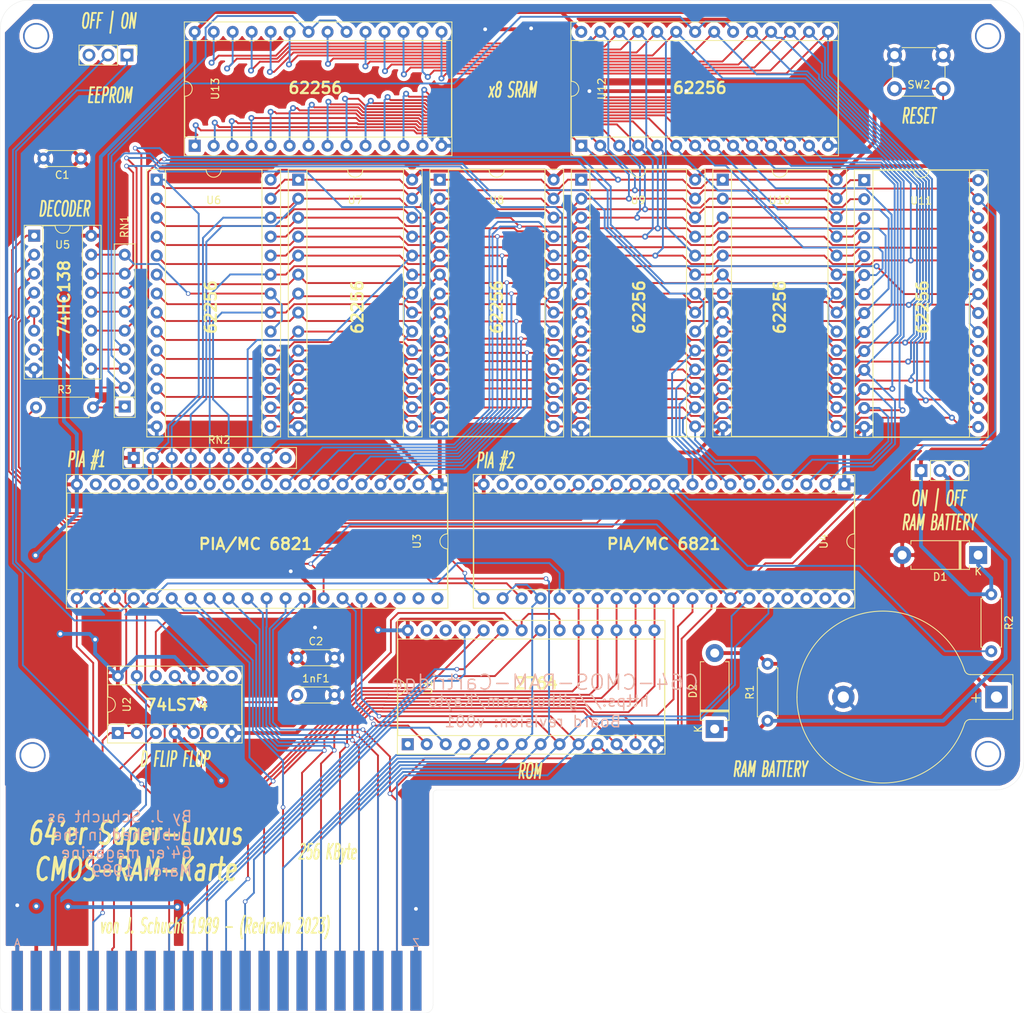
<source format=kicad_pcb>
(kicad_pcb (version 20171130) (host pcbnew "(5.1.9)-1")
  (title_block (title "Super Luxus CMOS RAM Platine") (date 2023-04-19) (rev rev001) (company "Redrawn by AdamT117 (kayto@github.com)") (comment 1 "designed and created by J Schucht.") (comment 2 "The design files are offered for educational purposes only") (comment 3 "from the 64'er magazine dated March 1989") (comment 4 "his C64 RAM cartridge is a recreation of the Super Luxus CMOS RAM Platine"))
  (layers (0 F.Cu signal hide) (31 B.Cu signal hide) (34 B.Paste user) (35 F.Paste user) (36 B.SilkS user) (37 F.SilkS user) (38 B.Mask user) (39 F.Mask user) (44 Edge.Cuts user))
  (net 0 "")
  (net 1 GND)
  (net 2 "Net-(D2-Pad1)")
  (net 3 "Net-(BT1-Pad1)")
  (net 4 +5V)
  (net 5 "Net-(J1-PadD)")
  (net 6 "Net-(J1-PadB)")
  (net 7 "Net-(J1-Pad13)")
  (net 8 "Net-(J1-Pad12)")
  (net 9 "Net-(J1-Pad9)")
  (net 10 "Net-(J1-Pad8)")
  (net 11 "Net-(J1-Pad4)")
  (net 12 "Net-(U1-Pad1)")
  (net 13 "Net-(U1-Pad26)")
  (net 14 "Net-(U1-Pad27)")
  (net 15 "Net-(U2-Pad8)")
  (net 16 "Net-(U2-Pad6)")
  (net 17 "Net-(U3-Pad40)")
  (net 18 "Net-(U3-Pad39)")
  (net 19 "Net-(U3-Pad19)")
  (net 20 "Net-(U3-Pad38)")
  (net 21 "Net-(U3-Pad18)")
  (net 22 "Net-(U3-Pad37)")
  (net 23 "Net-(U3-Pad17)")
  (net 24 "Net-(U4-Pad16)")
  (net 25 "Net-(U4-Pad17)")
  (net 26 "Net-(U4-Pad37)")
  (net 27 "Net-(U4-Pad18)")
  (net 28 "Net-(U4-Pad38)")
  (net 29 "Net-(U4-Pad19)")
  (net 30 "Net-(U4-Pad39)")
  (net 31 "Net-(U4-Pad40)")
  (net 32 ~IO2)
  (net 33 a0)
  (net 34 a1)
  (net 35 a2)
  (net 36 a3)
  (net 37 PHI2)
  (net 38 ~RES)
  (net 39 d0)
  (net 40 ~ROML)
  (net 41 ~IO1)
  (net 42 DOT-CLK)
  (net 43 R-~W)
  (net 44 R'-~W')
  (net 45 y7)
  (net 46 y6)
  (net 47 y5)
  (net 48 y4)
  (net 49 y3)
  (net 50 y2)
  (net 51 y1)
  (net 52 y0)
  (net 53 ~EXROM)
  (net 54 EN)
  (net 55 BVcc)
  (net 56 pb5)
  (net 57 pb4)
  (net 58 pb3)
  (net 59 pb2)
  (net 60 pb1)
  (net 61 ar14)
  (net 62 ar13)
  (net 63 ar12)
  (net 64 ar11)
  (net 65 ar10)
  (net 66 ar9)
  (net 67 ar8)
  (net 68 ar0)
  (net 69 ar1)
  (net 70 ar2)
  (net 71 ar3)
  (net 72 ar4)
  (net 73 ar5)
  (net 74 ar6)
  (net 75 ar7)
  (net 76 dr7)
  (net 77 dr6)
  (net 78 dr5)
  (net 79 dr4)
  (net 80 dr3)
  (net 81 dr2)
  (net 82 dr1)
  (net 83 dr0)
  (net 84 a4)
  (net 85 a5)
  (net 86 a6)
  (net 87 a7)
  (net 88 a8)
  (net 89 a9)
  (net 90 a10)
  (net 91 a11)
  (net 92 a12)
  (net 93 d1)
  (net 94 d2)
  (net 95 d3)
  (net 96 d4)
  (net 97 d5)
  (net 98 d6)
  (net 99 d7)
  (net 100 "Net-(J1-PadJ)")
  (net 101 "Net-(J1-PadH)")
  (net 102 "Net-(J1-PadF)")
  (net 103 "Net-(RN2-Pad9)")
  (module Package_DIP:DIP-28_W15.24mm_Socket (layer F.Cu) (at 106.104001 45.710001 90)
    (fp_text reference U13 (at 7.62 2.75 90) (layer F.SilkS))
    (fp_text value KM62256CLP)
    (pad 28 thru_hole oval (at 15.24 0 90) (size 1.6 1.6) (drill 0.8) (layers *.Cu *.Mask) (net 55 BVcc))
    (pad 14 thru_hole oval (at 0 33.02 90) (size 1.6 1.6) (drill 0.8) (layers *.Cu *.Mask) (net 1 GND))
    (pad 27 thru_hole oval (at 15.24 2.54 90) (size 1.6 1.6) (drill 0.8) (layers *.Cu *.Mask) (net 44 R'-~W'))
    (pad 13 thru_hole oval (at 0 30.48 90) (size 1.6 1.6) (drill 0.8) (layers *.Cu *.Mask) (net 81 dr2))
    (pad 26 thru_hole oval (at 15.24 5.08 90) (size 1.6 1.6) (drill 0.8) (layers *.Cu *.Mask) (net 62 ar13))
    (pad 12 thru_hole oval (at 0 27.94 90) (size 1.6 1.6) (drill 0.8) (layers *.Cu *.Mask) (net 82 dr1))
    (pad 25 thru_hole oval (at 15.24 7.62 90) (size 1.6 1.6) (drill 0.8) (layers *.Cu *.Mask) (net 67 ar8))
    (pad 11 thru_hole oval (at 0 25.4 90) (size 1.6 1.6) (drill 0.8) (layers *.Cu *.Mask) (net 83 dr0))
    (pad 24 thru_hole oval (at 15.24 10.16 90) (size 1.6 1.6) (drill 0.8) (layers *.Cu *.Mask) (net 66 ar9))
    (pad 10 thru_hole oval (at 0 22.86 90) (size 1.6 1.6) (drill 0.8) (layers *.Cu *.Mask) (net 68 ar0))
    (pad 23 thru_hole oval (at 15.24 12.7 90) (size 1.6 1.6) (drill 0.8) (layers *.Cu *.Mask) (net 64 ar11))
    (pad 9 thru_hole oval (at 0 20.32 90) (size 1.6 1.6) (drill 0.8) (layers *.Cu *.Mask) (net 69 ar1))
    (pad 22 thru_hole oval (at 15.24 15.24 90) (size 1.6 1.6) (drill 0.8) (layers *.Cu *.Mask) (net 45 y7))
    (pad 8 thru_hole oval (at 0 17.78 90) (size 1.6 1.6) (drill 0.8) (layers *.Cu *.Mask) (net 70 ar2))
    (pad 21 thru_hole oval (at 15.24 17.78 90) (size 1.6 1.6) (drill 0.8) (layers *.Cu *.Mask) (net 65 ar10))
    (pad 7 thru_hole oval (at 0 15.24 90) (size 1.6 1.6) (drill 0.8) (layers *.Cu *.Mask) (net 71 ar3))
    (pad 20 thru_hole oval (at 15.24 20.32 90) (size 1.6 1.6) (drill 0.8) (layers *.Cu *.Mask) (net 45 y7))
    (pad 6 thru_hole oval (at 0 12.7 90) (size 1.6 1.6) (drill 0.8) (layers *.Cu *.Mask) (net 72 ar4))
    (pad 19 thru_hole oval (at 15.24 22.86 90) (size 1.6 1.6) (drill 0.8) (layers *.Cu *.Mask) (net 76 dr7))
    (pad 5 thru_hole oval (at 0 10.16 90) (size 1.6 1.6) (drill 0.8) (layers *.Cu *.Mask) (net 73 ar5))
    (pad 18 thru_hole oval (at 15.24 25.4 90) (size 1.6 1.6) (drill 0.8) (layers *.Cu *.Mask) (net 77 dr6))
    (pad 4 thru_hole oval (at 0 7.62 90) (size 1.6 1.6) (drill 0.8) (layers *.Cu *.Mask) (net 74 ar6))
    (pad 17 thru_hole oval (at 15.24 27.94 90) (size 1.6 1.6) (drill 0.8) (layers *.Cu *.Mask) (net 78 dr5))
    (pad 3 thru_hole oval (at 0 5.08 90) (size 1.6 1.6) (drill 0.8) (layers *.Cu *.Mask) (net 75 ar7))
    (pad 16 thru_hole oval (at 15.24 30.48 90) (size 1.6 1.6) (drill 0.8) (layers *.Cu *.Mask) (net 79 dr4))
    (pad 2 thru_hole oval (at 0 2.54 90) (size 1.6 1.6) (drill 0.8) (layers *.Cu *.Mask) (net 63 ar12))
    (pad 15 thru_hole oval (at 15.24 33.02 90) (size 1.6 1.6) (drill 0.8) (layers *.Cu *.Mask) (net 80 dr3))
    (pad 1 thru_hole rect (at 0 0 90) (size 1.6 1.6) (drill 0.8) (layers *.Cu *.Mask) (net 61 ar14))
  )
  (module Package_DIP:DIP-28_W15.24mm_Socket (layer F.Cu) (at 157.822998 45.710001 90)
    (fp_text reference U12 (at 7.62 2.75 90) (layer F.SilkS))
    (fp_text value KM62256CLP)
    (pad 28 thru_hole oval (at 15.24 0 90) (size 1.6 1.6) (drill 0.8) (layers *.Cu *.Mask) (net 55 BVcc))
    (pad 14 thru_hole oval (at 0 33.02 90) (size 1.6 1.6) (drill 0.8) (layers *.Cu *.Mask) (net 1 GND))
    (pad 27 thru_hole oval (at 15.24 2.54 90) (size 1.6 1.6) (drill 0.8) (layers *.Cu *.Mask) (net 44 R'-~W'))
    (pad 13 thru_hole oval (at 0 30.48 90) (size 1.6 1.6) (drill 0.8) (layers *.Cu *.Mask) (net 81 dr2))
    (pad 26 thru_hole oval (at 15.24 5.08 90) (size 1.6 1.6) (drill 0.8) (layers *.Cu *.Mask) (net 62 ar13))
    (pad 12 thru_hole oval (at 0 27.94 90) (size 1.6 1.6) (drill 0.8) (layers *.Cu *.Mask) (net 82 dr1))
    (pad 25 thru_hole oval (at 15.24 7.62 90) (size 1.6 1.6) (drill 0.8) (layers *.Cu *.Mask) (net 67 ar8))
    (pad 11 thru_hole oval (at 0 25.4 90) (size 1.6 1.6) (drill 0.8) (layers *.Cu *.Mask) (net 83 dr0))
    (pad 24 thru_hole oval (at 15.24 10.16 90) (size 1.6 1.6) (drill 0.8) (layers *.Cu *.Mask) (net 66 ar9))
    (pad 10 thru_hole oval (at 0 22.86 90) (size 1.6 1.6) (drill 0.8) (layers *.Cu *.Mask) (net 68 ar0))
    (pad 23 thru_hole oval (at 15.24 12.7 90) (size 1.6 1.6) (drill 0.8) (layers *.Cu *.Mask) (net 64 ar11))
    (pad 9 thru_hole oval (at 0 20.32 90) (size 1.6 1.6) (drill 0.8) (layers *.Cu *.Mask) (net 69 ar1))
    (pad 22 thru_hole oval (at 15.24 15.24 90) (size 1.6 1.6) (drill 0.8) (layers *.Cu *.Mask) (net 46 y6))
    (pad 8 thru_hole oval (at 0 17.78 90) (size 1.6 1.6) (drill 0.8) (layers *.Cu *.Mask) (net 70 ar2))
    (pad 21 thru_hole oval (at 15.24 17.78 90) (size 1.6 1.6) (drill 0.8) (layers *.Cu *.Mask) (net 65 ar10))
    (pad 7 thru_hole oval (at 0 15.24 90) (size 1.6 1.6) (drill 0.8) (layers *.Cu *.Mask) (net 71 ar3))
    (pad 20 thru_hole oval (at 15.24 20.32 90) (size 1.6 1.6) (drill 0.8) (layers *.Cu *.Mask) (net 46 y6))
    (pad 6 thru_hole oval (at 0 12.7 90) (size 1.6 1.6) (drill 0.8) (layers *.Cu *.Mask) (net 72 ar4))
    (pad 19 thru_hole oval (at 15.24 22.86 90) (size 1.6 1.6) (drill 0.8) (layers *.Cu *.Mask) (net 76 dr7))
    (pad 5 thru_hole oval (at 0 10.16 90) (size 1.6 1.6) (drill 0.8) (layers *.Cu *.Mask) (net 73 ar5))
    (pad 18 thru_hole oval (at 15.24 25.4 90) (size 1.6 1.6) (drill 0.8) (layers *.Cu *.Mask) (net 77 dr6))
    (pad 4 thru_hole oval (at 0 7.62 90) (size 1.6 1.6) (drill 0.8) (layers *.Cu *.Mask) (net 74 ar6))
    (pad 17 thru_hole oval (at 15.24 27.94 90) (size 1.6 1.6) (drill 0.8) (layers *.Cu *.Mask) (net 78 dr5))
    (pad 3 thru_hole oval (at 0 5.08 90) (size 1.6 1.6) (drill 0.8) (layers *.Cu *.Mask) (net 75 ar7))
    (pad 16 thru_hole oval (at 15.24 30.48 90) (size 1.6 1.6) (drill 0.8) (layers *.Cu *.Mask) (net 79 dr4))
    (pad 2 thru_hole oval (at 0 2.54 90) (size 1.6 1.6) (drill 0.8) (layers *.Cu *.Mask) (net 63 ar12))
    (pad 15 thru_hole oval (at 15.24 33.02 90) (size 1.6 1.6) (drill 0.8) (layers *.Cu *.Mask) (net 80 dr3))
    (pad 1 thru_hole rect (at 0 0 90) (size 1.6 1.6) (drill 0.8) (layers *.Cu *.Mask) (net 61 ar14))
  )
  (module Resistor_THT:R_Array_SIP9 (layer F.Cu) (at 97.949999 87.475)
    (fp_text reference RN2 (at 11.43 -2.4) (layer F.SilkS))
    (fp_text value R_6k8_Network08)
    (pad 9 thru_hole oval (at 20.32 0) (size 1.6 1.6) (drill 0.8) (layers *.Cu *.Mask) (net 103 "Net-(RN2-Pad9)"))
    (pad 8 thru_hole oval (at 17.78 0) (size 1.6 1.6) (drill 0.8) (layers *.Cu *.Mask) (net 67 ar8))
    (pad 7 thru_hole oval (at 15.24 0) (size 1.6 1.6) (drill 0.8) (layers *.Cu *.Mask) (net 66 ar9))
    (pad 6 thru_hole oval (at 12.7 0) (size 1.6 1.6) (drill 0.8) (layers *.Cu *.Mask) (net 65 ar10))
    (pad 5 thru_hole oval (at 10.16 0) (size 1.6 1.6) (drill 0.8) (layers *.Cu *.Mask) (net 64 ar11))
    (pad 4 thru_hole oval (at 7.62 0) (size 1.6 1.6) (drill 0.8) (layers *.Cu *.Mask) (net 63 ar12))
    (pad 3 thru_hole oval (at 5.08 0) (size 1.6 1.6) (drill 0.8) (layers *.Cu *.Mask) (net 62 ar13))
    (pad 2 thru_hole oval (at 2.54 0) (size 1.6 1.6) (drill 0.8) (layers *.Cu *.Mask) (net 61 ar14))
    (pad 1 thru_hole rect (at 0 0) (size 1.6 1.6) (drill 0.8) (layers *.Cu *.Mask) (net 4 +5V))
  )
  (module Battery:BatteryHolder_Keystone_103_1x20mm (layer F.Cu) (at 213.379 119.47 180)
    (fp_text reference BT1 hide)
    (fp_text value Battery_Cell)
    (fp_text user + (at 2.75 0) (layer F.SilkS) (effects (font (size 1.5 1.5))))
    (pad 1 thru_hole rect (at 0 0 180) (size 3 3) (drill 1.5) (layers *.Cu *.Mask) (net 3 "Net-(BT1-Pad1)"))
    (pad 2 thru_hole circle (at 20.49 0 180) (size 3 3) (drill 1.5) (layers *.Cu *.Mask) (net 1 GND))
  )
  (module Button_Switch_THT:SW_PUSH_6mm_H7.3mm (layer F.Cu) (at 206.244 38.08 180)
    (fp_text reference SW2 (at 3.25 0.54) (layer F.SilkS))
    (fp_text value SW_Push)
    (pad 1 thru_hole circle (at 6.5 0 270) (size 2 2) (drill 1.1) (layers *.Cu *.Mask) (net 38 ~RES))
    (pad 2 thru_hole circle (at 6.5 4.5 270) (size 2 2) (drill 1.1) (layers *.Cu *.Mask) (net 1 GND))
    (pad 1 thru_hole circle (at 0 0 270) (size 2 2) (drill 1.1) (layers *.Cu *.Mask) (net 38 ~RES))
    (pad 2 thru_hole circle (at 0 4.5 270) (size 2 2) (drill 1.1) (layers *.Cu *.Mask) (net 1 GND))
  )
  (module C64:C64_Expansion_Port (layer F.Cu) (at 109.035 161.75)
    (fp_text reference J1 hide)
    (fp_text value C64-Exp-Port hide)
    (fp_text user A (at -26.67 -9.398) (layer B.SilkS) (effects (justify mirror)))
    (fp_text user Z (at 26.67 -9.398) (layer B.SilkS) (effects (justify mirror)))
    (pad Z connect rect (at 26.67 -4.318) (size 1.5 8) (layers B.Cu F.Mask) (net 1 GND))
    (pad Y connect rect (at 24.13 -4.318) (size 1.5 8) (layers B.Cu F.Mask) (net 33 a0))
    (pad X connect rect (at 21.59 -4.318) (size 1.5 8) (layers B.Cu F.Mask) (net 34 a1))
    (pad W connect rect (at 19.05 -4.318) (size 1.5 8) (layers B.Cu F.Mask) (net 35 a2))
    (pad V connect rect (at 16.51 -4.318) (size 1.5 8) (layers B.Cu F.Mask) (net 36 a3))
    (pad U connect rect (at 13.97 -4.318) (size 1.5 8) (layers B.Cu F.Mask) (net 84 a4))
    (pad T connect rect (at 11.43 -4.318) (size 1.5 8) (layers B.Cu F.Mask) (net 85 a5))
    (pad S connect rect (at 8.89 -4.318) (size 1.5 8) (layers B.Cu F.Mask) (net 86 a6))
    (pad R connect rect (at 6.35 -4.318) (size 1.5 8) (layers B.Cu F.Mask) (net 87 a7))
    (pad P connect rect (at 3.81 -4.318) (size 1.5 8) (layers B.Cu F.Mask) (net 88 a8))
    (pad N connect rect (at 1.27 -4.318) (size 1.5 8) (layers B.Cu F.Mask) (net 89 a9))
    (pad M connect rect (at -1.27 -4.318) (size 1.5 8) (layers B.Cu F.Mask) (net 90 a10))
    (pad L connect rect (at -3.81 -4.318) (size 1.5 8) (layers B.Cu F.Mask) (net 91 a11))
    (pad K connect rect (at -6.35 -4.318) (size 1.5 8) (layers B.Cu F.Mask) (net 92 a12))
    (pad J connect rect (at -8.89 -4.318) (size 1.5 8) (layers B.Cu F.Mask) (net 100 "Net-(J1-PadJ)"))
    (pad H connect rect (at -11.43 -4.318) (size 1.5 8) (layers B.Cu F.Mask) (net 101 "Net-(J1-PadH)"))
    (pad F connect rect (at -13.97 -4.318) (size 1.5 8) (layers B.Cu F.Mask) (net 102 "Net-(J1-PadF)"))
    (pad E connect rect (at -16.51 -4.318) (size 1.5 8) (layers B.Cu F.Mask) (net 37 PHI2))
    (pad D connect rect (at -19.05 -4.318) (size 1.5 8) (layers B.Cu F.Mask) (net 5 "Net-(J1-PadD)"))
    (pad C connect rect (at -21.59 -4.318) (size 1.5 8) (layers B.Cu F.Mask) (net 38 ~RES))
    (pad B connect rect (at -24.13 -4.318) (size 1.5 8) (layers B.Cu F.Mask) (net 6 "Net-(J1-PadB)"))
    (pad A connect rect (at -26.67 -4.318) (size 1.5 8) (layers B.Cu F.Mask) (net 1 GND))
    (pad 22 connect rect (at 26.67 -4.318) (size 1.5 8) (layers F.Cu F.Mask) (net 1 GND))
    (pad 21 connect rect (at 24.13 -4.318) (size 1.5 8) (layers F.Cu F.Mask) (net 39 d0))
    (pad 20 connect rect (at 21.59 -4.318) (size 1.5 8) (layers F.Cu F.Mask) (net 93 d1))
    (pad 19 connect rect (at 19.05 -4.318) (size 1.5 8) (layers F.Cu F.Mask) (net 94 d2))
    (pad 18 connect rect (at 16.51 -4.318) (size 1.5 8) (layers F.Cu F.Mask) (net 95 d3))
    (pad 17 connect rect (at 13.97 -4.318) (size 1.5 8) (layers F.Cu F.Mask) (net 96 d4))
    (pad 16 connect rect (at 11.43 -4.318) (size 1.5 8) (layers F.Cu F.Mask) (net 97 d5))
    (pad 15 connect rect (at 8.89 -4.318) (size 1.5 8) (layers F.Cu F.Mask) (net 98 d6))
    (pad 14 connect rect (at 6.35 -4.318) (size 1.5 8) (layers F.Cu F.Mask) (net 99 d7))
    (pad 13 connect rect (at 3.81 -4.318) (size 1.5 8) (layers F.Cu F.Mask) (net 7 "Net-(J1-Pad13)"))
    (pad 12 connect rect (at 1.27 -4.318) (size 1.5 8) (layers F.Cu F.Mask) (net 8 "Net-(J1-Pad12)"))
    (pad 11 connect rect (at -1.27 -4.318) (size 1.5 8) (layers F.Cu F.Mask) (net 40 ~ROML))
    (pad 10 connect rect (at -3.81 -4.318) (size 1.5 8) (layers F.Cu F.Mask) (net 32 ~IO2))
    (pad 9 connect rect (at -6.35 -4.318) (size 1.5 8) (layers F.Cu F.Mask) (net 9 "Net-(J1-Pad9)"))
    (pad 8 connect rect (at -8.89 -4.318) (size 1.5 8) (layers F.Cu F.Mask) (net 10 "Net-(J1-Pad8)"))
    (pad 7 connect rect (at -11.43 -4.318) (size 1.5 8) (layers F.Cu F.Mask) (net 41 ~IO1))
    (pad 6 connect rect (at -13.97 -4.318) (size 1.5 8) (layers F.Cu F.Mask) (net 42 DOT-CLK))
    (pad 5 connect rect (at -16.51 -4.318) (size 1.5 8) (layers F.Cu F.Mask) (net 43 R-~W))
    (pad 4 connect rect (at -19.05 -4.318) (size 1.5 8) (layers F.Cu F.Mask) (net 11 "Net-(J1-Pad4)"))
    (pad 3 connect rect (at -21.59 -4.318) (size 1.5 8) (layers F.Cu F.Mask) (net 4 +5V))
    (pad 2 connect rect (at -24.13 -4.318) (size 1.5 8) (layers F.Cu F.Mask) (net 4 +5V))
    (pad 1 connect rect (at -26.67 -4.318) (size 1.5 8) (layers F.Cu F.Mask) (net 1 GND))
  )
  (module Capacitor_THT:C_Disc_D4.3mm_W1.9mm_P5.00mm (layer F.Cu) (at 90.879 47.42 180)
    (fp_text reference C1 (at 2.5 -2.2) (layer F.SilkS))
    (fp_text value 100nF)
    (pad 2 thru_hole circle (at 5 0 180) (size 1.6 1.6) (drill 0.8) (layers *.Cu *.Mask) (net 1 GND))
    (pad 1 thru_hole circle (at 0 0 180) (size 1.6 1.6) (drill 0.8) (layers *.Cu *.Mask) (net 4 +5V))
  )
  (module Capacitor_THT:C_Disc_D4.3mm_W1.9mm_P5.00mm (layer F.Cu) (at 119.819 114.215)
    (fp_text reference C2 (at 2.5 -2.2) (layer F.SilkS))
    (fp_text value 100nF)
    (pad 1 thru_hole circle (at 0 0) (size 1.6 1.6) (drill 0.8) (layers *.Cu *.Mask) (net 4 +5V))
    (pad 2 thru_hole circle (at 5 0) (size 1.6 1.6) (drill 0.8) (layers *.Cu *.Mask) (net 1 GND))
  )
  (module Diode_THT:D_DO-15_P10.16mm_Horizontal (layer F.Cu) (at 210.929 100.47 180)
    (fp_text reference D1 (at 5.08 -2.92) (layer F.SilkS))
    (fp_text value D_Small)
    (fp_text user K (at 0 -2.2) (layer F.SilkS))
    (pad 2 thru_hole oval (at 10.16 0 180) (size 2.4 2.4) (drill 1.2) (layers *.Cu *.Mask) (net 4 +5V))
    (pad 1 thru_hole rect (at 0 0 180) (size 2.4 2.4) (drill 1.2) (layers *.Cu *.Mask) (net 55 BVcc))
  )
  (module Diode_THT:D_DO-15_P10.16mm_Horizontal (layer F.Cu) (at 175.679 123.745 90)
    (fp_text reference D2 (at 5.08 -2.92 90) (layer F.SilkS))
    (fp_text value D_Small)
    (fp_text user K (at 0 -2.2 90) (layer F.SilkS))
    (pad 1 thru_hole rect (at 0 0 90) (size 2.4 2.4) (drill 1.2) (layers *.Cu *.Mask) (net 2 "Net-(D2-Pad1)"))
    (pad 2 thru_hole oval (at 10.16 0 90) (size 2.4 2.4) (drill 1.2) (layers *.Cu *.Mask) (net 3 "Net-(BT1-Pad1)"))
  )
  (module Resistor_THT:R_Axial_DIN0207_L6.3mm_D2.5mm_P7.62mm_Horizontal (layer F.Cu) (at 182.754 122.645 90)
    (fp_text reference R1 (at 3.81 -2.37 90) (layer F.SilkS))
    (fp_text value 390)
    (pad 1 thru_hole circle (at 0 0 90) (size 1.6 1.6) (drill 0.8) (layers *.Cu *.Mask) (net 2 "Net-(D2-Pad1)"))
    (pad 2 thru_hole oval (at 7.62 0 90) (size 1.6 1.6) (drill 0.8) (layers *.Cu *.Mask) (net 3 "Net-(BT1-Pad1)"))
  )
  (module Connector_PinHeader_2.54mm:PinHeader_1x03_P2.54mm_Vertical (layer F.Cu) (at 203.274 89.17 90)
    (fp_text reference SW1 hide)
    (fp_text value SW_SPST)
    (pad 1 thru_hole rect (at 0 0 90) (size 1.7 1.7) (drill 1) (layers *.Cu *.Mask) (net 55 BVcc))
    (pad 2 thru_hole oval (at 0 2.54 90) (size 1.7 1.7) (drill 1) (layers *.Cu *.Mask) (net 2 "Net-(D2-Pad1)"))
    (pad 3 thru_hole oval (at 0 5.08 90) (size 1.7 1.7) (drill 1) (layers *.Cu *.Mask))
  )
  (module Package_DIP:DIP-14_W7.62mm_Socket (layer F.Cu) (at 95.819 124.285 90)
    (fp_text reference U2 (at 3.81 1.21 90) (layer F.SilkS))
    (fp_text value 74LS74)
    (pad 1 thru_hole rect (at 0 0 90) (size 1.6 1.6) (drill 0.8) (layers *.Cu *.Mask) (net 37 PHI2))
    (pad 8 thru_hole oval (at 7.62 15.24 90) (size 1.6 1.6) (drill 0.8) (layers *.Cu *.Mask) (net 15 "Net-(U2-Pad8)"))
    (pad 2 thru_hole oval (at 0 2.54 90) (size 1.6 1.6) (drill 0.8) (layers *.Cu *.Mask) (net 37 PHI2))
    (pad 9 thru_hole oval (at 7.62 12.7 90) (size 1.6 1.6) (drill 0.8) (layers *.Cu *.Mask) (net 53 ~EXROM))
    (pad 3 thru_hole oval (at 0 5.08 90) (size 1.6 1.6) (drill 0.8) (layers *.Cu *.Mask) (net 42 DOT-CLK))
    (pad 10 thru_hole oval (at 7.62 10.16 90) (size 1.6 1.6) (drill 0.8) (layers *.Cu *.Mask) (net 4 +5V))
    (pad 4 thru_hole oval (at 0 7.62 90) (size 1.6 1.6) (drill 0.8) (layers *.Cu *.Mask) (net 4 +5V))
    (pad 11 thru_hole oval (at 7.62 7.62 90) (size 1.6 1.6) (drill 0.8) (layers *.Cu *.Mask) (net 32 ~IO2))
    (pad 5 thru_hole oval (at 0 10.16 90) (size 1.6 1.6) (drill 0.8) (layers *.Cu *.Mask) (net 54 EN))
    (pad 12 thru_hole oval (at 7.62 5.08 90) (size 1.6 1.6) (drill 0.8) (layers *.Cu *.Mask) (net 39 d0))
    (pad 6 thru_hole oval (at 0 12.7 90) (size 1.6 1.6) (drill 0.8) (layers *.Cu *.Mask) (net 16 "Net-(U2-Pad6)"))
    (pad 13 thru_hole oval (at 7.62 2.54 90) (size 1.6 1.6) (drill 0.8) (layers *.Cu *.Mask) (net 38 ~RES))
    (pad 7 thru_hole oval (at 0 15.24 90) (size 1.6 1.6) (drill 0.8) (layers *.Cu *.Mask) (net 1 GND))
    (pad 14 thru_hole oval (at 7.62 0 90) (size 1.6 1.6) (drill 0.8) (layers *.Cu *.Mask) (net 4 +5V))
  )
  (module Capacitor_THT:C_Disc_D4.3mm_W1.9mm_P5.00mm (layer F.Cu) (at 119.819 119.195)
    (fp_text reference 1nF1 (at 2.5 -2.2) (layer F.SilkS))
    (fp_text value C3)
    (pad 1 thru_hole circle (at 0 0) (size 1.6 1.6) (drill 0.8) (layers *.Cu *.Mask) (net 32 ~IO2))
    (pad 2 thru_hole circle (at 5 0) (size 1.6 1.6) (drill 0.8) (layers *.Cu *.Mask) (net 1 GND))
  )
  (module Resistor_THT:R_Axial_DIN0207_L6.3mm_D2.5mm_P7.62mm_Horizontal (layer F.Cu) (at 212.679 105.72 270)
    (fp_text reference R2 (at 3.81 -2.37 90) (layer F.SilkS))
    (fp_text value 4k7)
    (pad 2 thru_hole oval (at 7.62 0 270) (size 1.6 1.6) (drill 0.8) (layers *.Cu *.Mask) (net 44 R'-~W'))
    (pad 1 thru_hole circle (at 0 0 270) (size 1.6 1.6) (drill 0.8) (layers *.Cu *.Mask) (net 55 BVcc))
  )
  (module Resistor_THT:R_Axial_DIN0207_L6.3mm_D2.5mm_P7.62mm_Horizontal (layer F.Cu) (at 84.879 80.72)
    (fp_text reference R3 (at 3.81 -2.37) (layer F.SilkS))
    (fp_text value 4k7)
    (pad 1 thru_hole circle (at 0 0) (size 1.6 1.6) (drill 0.8) (layers *.Cu *.Mask) (net 56 pb5))
    (pad 2 thru_hole oval (at 7.62 0) (size 1.6 1.6) (drill 0.8) (layers *.Cu *.Mask) (net 55 BVcc))
  )
  (module Resistor_THT:R_Array_SIP9 (layer F.Cu) (at 96.739 80.605 90)
    (fp_text reference RN1 (at 24.06 -0.035 90) (layer F.SilkS))
    (fp_text value R_6k8_Network08)
    (pad 1 thru_hole rect (at 0 0 90) (size 1.6 1.6) (drill 0.8) (layers *.Cu *.Mask) (net 55 BVcc))
    (pad 2 thru_hole oval (at 2.54 0 90) (size 1.6 1.6) (drill 0.8) (layers *.Cu *.Mask) (net 45 y7))
    (pad 3 thru_hole oval (at 5.08 0 90) (size 1.6 1.6) (drill 0.8) (layers *.Cu *.Mask) (net 46 y6))
    (pad 4 thru_hole oval (at 7.62 0 90) (size 1.6 1.6) (drill 0.8) (layers *.Cu *.Mask) (net 47 y5))
    (pad 5 thru_hole oval (at 10.16 0 90) (size 1.6 1.6) (drill 0.8) (layers *.Cu *.Mask) (net 48 y4))
    (pad 6 thru_hole oval (at 12.7 0 90) (size 1.6 1.6) (drill 0.8) (layers *.Cu *.Mask) (net 49 y3))
    (pad 7 thru_hole oval (at 15.24 0 90) (size 1.6 1.6) (drill 0.8) (layers *.Cu *.Mask) (net 50 y2))
    (pad 8 thru_hole oval (at 17.78 0 90) (size 1.6 1.6) (drill 0.8) (layers *.Cu *.Mask) (net 51 y1))
    (pad 9 thru_hole oval (at 20.32 0 90) (size 1.6 1.6) (drill 0.8) (layers *.Cu *.Mask) (net 52 y0))
  )
  (module Connector_PinHeader_2.54mm:PinHeader_1x03_P2.54mm_Vertical (layer F.Cu) (at 97.04 33.58 270)
    (fp_text reference SW3 hide)
    (fp_text value SW_SPST)
    (pad 3 thru_hole oval (at 0 5.08 270) (size 1.7 1.7) (drill 1) (layers *.Cu *.Mask))
    (pad 2 thru_hole oval (at 0 2.54 270) (size 1.7 1.7) (drill 1) (layers *.Cu *.Mask) (net 9 "Net-(J1-Pad9)"))
    (pad 1 thru_hole rect (at 0 0 270) (size 1.7 1.7) (drill 1) (layers *.Cu *.Mask) (net 53 ~EXROM))
  )
  (module Package_DIP:DIP-16_W7.62mm_Socket (layer F.Cu) (at 84.629 57.745)
    (fp_text reference U5 (at 3.81 1.21) (layer F.SilkS))
    (fp_text value 74LS138)
    (pad 1 thru_hole rect (at 0 0) (size 1.6 1.6) (drill 0.8) (layers *.Cu *.Mask) (net 60 pb1))
    (pad 9 thru_hole oval (at 7.62 17.78) (size 1.6 1.6) (drill 0.8) (layers *.Cu *.Mask) (net 46 y6))
    (pad 2 thru_hole oval (at 0 2.54) (size 1.6 1.6) (drill 0.8) (layers *.Cu *.Mask) (net 59 pb2))
    (pad 10 thru_hole oval (at 7.62 15.24) (size 1.6 1.6) (drill 0.8) (layers *.Cu *.Mask) (net 47 y5))
    (pad 3 thru_hole oval (at 0 5.08) (size 1.6 1.6) (drill 0.8) (layers *.Cu *.Mask) (net 58 pb3))
    (pad 11 thru_hole oval (at 7.62 12.7) (size 1.6 1.6) (drill 0.8) (layers *.Cu *.Mask) (net 48 y4))
    (pad 4 thru_hole oval (at 0 7.62) (size 1.6 1.6) (drill 0.8) (layers *.Cu *.Mask) (net 57 pb4))
    (pad 12 thru_hole oval (at 7.62 10.16) (size 1.6 1.6) (drill 0.8) (layers *.Cu *.Mask) (net 49 y3))
    (pad 5 thru_hole oval (at 0 10.16) (size 1.6 1.6) (drill 0.8) (layers *.Cu *.Mask) (net 56 pb5))
    (pad 13 thru_hole oval (at 7.62 7.62) (size 1.6 1.6) (drill 0.8) (layers *.Cu *.Mask) (net 50 y2))
    (pad 6 thru_hole oval (at 0 12.7) (size 1.6 1.6) (drill 0.8) (layers *.Cu *.Mask) (net 56 pb5))
    (pad 14 thru_hole oval (at 7.62 5.08) (size 1.6 1.6) (drill 0.8) (layers *.Cu *.Mask) (net 51 y1))
    (pad 7 thru_hole oval (at 0 15.24) (size 1.6 1.6) (drill 0.8) (layers *.Cu *.Mask) (net 45 y7))
    (pad 15 thru_hole oval (at 7.62 2.54) (size 1.6 1.6) (drill 0.8) (layers *.Cu *.Mask) (net 52 y0))
    (pad 8 thru_hole oval (at 0 17.78) (size 1.6 1.6) (drill 0.8) (layers *.Cu *.Mask) (net 1 GND))
    (pad 16 thru_hole oval (at 7.62 0) (size 1.6 1.6) (drill 0.8) (layers *.Cu *.Mask) (net 4 +5V))
  )
  (module Package_DIP:DIP-28_W15.24mm_Socket (layer F.Cu) (at 134.609 125.785 90)
    (fp_text reference U1 (at 7.62 2.75 90) (layer F.SilkS))
    (fp_text value 2764)
    (pad 1 thru_hole rect (at 0 0 90) (size 1.6 1.6) (drill 0.8) (layers *.Cu *.Mask) (net 12 "Net-(U1-Pad1)"))
    (pad 15 thru_hole oval (at 15.24 33.02 90) (size 1.6 1.6) (drill 0.8) (layers *.Cu *.Mask) (net 95 d3))
    (pad 2 thru_hole oval (at 0 2.54 90) (size 1.6 1.6) (drill 0.8) (layers *.Cu *.Mask) (net 92 a12))
    (pad 16 thru_hole oval (at 15.24 30.48 90) (size 1.6 1.6) (drill 0.8) (layers *.Cu *.Mask) (net 96 d4))
    (pad 3 thru_hole oval (at 0 5.08 90) (size 1.6 1.6) (drill 0.8) (layers *.Cu *.Mask) (net 87 a7))
    (pad 17 thru_hole oval (at 15.24 27.94 90) (size 1.6 1.6) (drill 0.8) (layers *.Cu *.Mask) (net 97 d5))
    (pad 4 thru_hole oval (at 0 7.62 90) (size 1.6 1.6) (drill 0.8) (layers *.Cu *.Mask) (net 86 a6))
    (pad 18 thru_hole oval (at 15.24 25.4 90) (size 1.6 1.6) (drill 0.8) (layers *.Cu *.Mask) (net 98 d6))
    (pad 5 thru_hole oval (at 0 10.16 90) (size 1.6 1.6) (drill 0.8) (layers *.Cu *.Mask) (net 85 a5))
    (pad 19 thru_hole oval (at 15.24 22.86 90) (size 1.6 1.6) (drill 0.8) (layers *.Cu *.Mask) (net 99 d7))
    (pad 6 thru_hole oval (at 0 12.7 90) (size 1.6 1.6) (drill 0.8) (layers *.Cu *.Mask) (net 84 a4))
    (pad 20 thru_hole oval (at 15.24 20.32 90) (size 1.6 1.6) (drill 0.8) (layers *.Cu *.Mask) (net 40 ~ROML))
    (pad 7 thru_hole oval (at 0 15.24 90) (size 1.6 1.6) (drill 0.8) (layers *.Cu *.Mask) (net 36 a3))
    (pad 21 thru_hole oval (at 15.24 17.78 90) (size 1.6 1.6) (drill 0.8) (layers *.Cu *.Mask) (net 90 a10))
    (pad 8 thru_hole oval (at 0 17.78 90) (size 1.6 1.6) (drill 0.8) (layers *.Cu *.Mask) (net 35 a2))
    (pad 22 thru_hole oval (at 15.24 15.24 90) (size 1.6 1.6) (drill 0.8) (layers *.Cu *.Mask) (net 40 ~ROML))
    (pad 9 thru_hole oval (at 0 20.32 90) (size 1.6 1.6) (drill 0.8) (layers *.Cu *.Mask) (net 34 a1))
    (pad 23 thru_hole oval (at 15.24 12.7 90) (size 1.6 1.6) (drill 0.8) (layers *.Cu *.Mask) (net 91 a11))
    (pad 10 thru_hole oval (at 0 22.86 90) (size 1.6 1.6) (drill 0.8) (layers *.Cu *.Mask) (net 33 a0))
    (pad 24 thru_hole oval (at 15.24 10.16 90) (size 1.6 1.6) (drill 0.8) (layers *.Cu *.Mask) (net 89 a9))
    (pad 11 thru_hole oval (at 0 25.4 90) (size 1.6 1.6) (drill 0.8) (layers *.Cu *.Mask) (net 39 d0))
    (pad 25 thru_hole oval (at 15.24 7.62 90) (size 1.6 1.6) (drill 0.8) (layers *.Cu *.Mask) (net 88 a8))
    (pad 12 thru_hole oval (at 0 27.94 90) (size 1.6 1.6) (drill 0.8) (layers *.Cu *.Mask) (net 93 d1))
    (pad 26 thru_hole oval (at 15.24 5.08 90) (size 1.6 1.6) (drill 0.8) (layers *.Cu *.Mask) (net 13 "Net-(U1-Pad26)"))
    (pad 13 thru_hole oval (at 0 30.48 90) (size 1.6 1.6) (drill 0.8) (layers *.Cu *.Mask) (net 94 d2))
    (pad 27 thru_hole oval (at 15.24 2.54 90) (size 1.6 1.6) (drill 0.8) (layers *.Cu *.Mask) (net 14 "Net-(U1-Pad27)"))
    (pad 14 thru_hole oval (at 0 33.02 90) (size 1.6 1.6) (drill 0.8) (layers *.Cu *.Mask) (net 1 GND))
    (pad 28 thru_hole oval (at 15.24 0 90) (size 1.6 1.6) (drill 0.8) (layers *.Cu *.Mask) (net 4 +5V))
  )
  (module Package_DIP:DIP-40_W15.24mm_Socket (layer F.Cu) (at 138.589999 91.02 270)
    (fp_text reference U3 (at 7.62 2.75 90) (layer F.SilkS))
    (fp_text value 6821)
    (pad 1 thru_hole rect (at 0 0 270) (size 1.6 1.6) (drill 0.8) (layers *.Cu *.Mask) (net 1 GND))
    (pad 21 thru_hole oval (at 15.24 48.26 270) (size 1.6 1.6) (drill 0.8) (layers *.Cu *.Mask) (net 43 R-~W))
    (pad 2 thru_hole oval (at 0 2.54 270) (size 1.6 1.6) (drill 0.8) (layers *.Cu *.Mask) (net 68 ar0))
    (pad 22 thru_hole oval (at 15.24 45.72 270) (size 1.6 1.6) (drill 0.8) (layers *.Cu *.Mask) (net 35 a2))
    (pad 3 thru_hole oval (at 0 5.08 270) (size 1.6 1.6) (drill 0.8) (layers *.Cu *.Mask) (net 69 ar1))
    (pad 23 thru_hole oval (at 15.24 43.18 270) (size 1.6 1.6) (drill 0.8) (layers *.Cu *.Mask) (net 41 ~IO1))
    (pad 4 thru_hole oval (at 0 7.62 270) (size 1.6 1.6) (drill 0.8) (layers *.Cu *.Mask) (net 70 ar2))
    (pad 24 thru_hole oval (at 15.24 40.64 270) (size 1.6 1.6) (drill 0.8) (layers *.Cu *.Mask) (net 35 a2))
    (pad 5 thru_hole oval (at 0 10.16 270) (size 1.6 1.6) (drill 0.8) (layers *.Cu *.Mask) (net 71 ar3))
    (pad 25 thru_hole oval (at 15.24 38.1 270) (size 1.6 1.6) (drill 0.8) (layers *.Cu *.Mask) (net 54 EN))
    (pad 6 thru_hole oval (at 0 12.7 270) (size 1.6 1.6) (drill 0.8) (layers *.Cu *.Mask) (net 72 ar4))
    (pad 26 thru_hole oval (at 15.24 35.56 270) (size 1.6 1.6) (drill 0.8) (layers *.Cu *.Mask) (net 99 d7))
    (pad 7 thru_hole oval (at 0 15.24 270) (size 1.6 1.6) (drill 0.8) (layers *.Cu *.Mask) (net 73 ar5))
    (pad 27 thru_hole oval (at 15.24 33.02 270) (size 1.6 1.6) (drill 0.8) (layers *.Cu *.Mask) (net 98 d6))
    (pad 8 thru_hole oval (at 0 17.78 270) (size 1.6 1.6) (drill 0.8) (layers *.Cu *.Mask) (net 74 ar6))
    (pad 28 thru_hole oval (at 15.24 30.48 270) (size 1.6 1.6) (drill 0.8) (layers *.Cu *.Mask) (net 97 d5))
    (pad 9 thru_hole oval (at 0 20.32 270) (size 1.6 1.6) (drill 0.8) (layers *.Cu *.Mask) (net 75 ar7))
    (pad 29 thru_hole oval (at 15.24 27.94 270) (size 1.6 1.6) (drill 0.8) (layers *.Cu *.Mask) (net 96 d4))
    (pad 10 thru_hole oval (at 0 22.86 270) (size 1.6 1.6) (drill 0.8) (layers *.Cu *.Mask) (net 67 ar8))
    (pad 30 thru_hole oval (at 15.24 25.4 270) (size 1.6 1.6) (drill 0.8) (layers *.Cu *.Mask) (net 95 d3))
    (pad 11 thru_hole oval (at 0 25.4 270) (size 1.6 1.6) (drill 0.8) (layers *.Cu *.Mask) (net 66 ar9))
    (pad 31 thru_hole oval (at 15.24 22.86 270) (size 1.6 1.6) (drill 0.8) (layers *.Cu *.Mask) (net 94 d2))
    (pad 12 thru_hole oval (at 0 27.94 270) (size 1.6 1.6) (drill 0.8) (layers *.Cu *.Mask) (net 65 ar10))
    (pad 32 thru_hole oval (at 15.24 20.32 270) (size 1.6 1.6) (drill 0.8) (layers *.Cu *.Mask) (net 93 d1))
    (pad 13 thru_hole oval (at 0 30.48 270) (size 1.6 1.6) (drill 0.8) (layers *.Cu *.Mask) (net 64 ar11))
    (pad 33 thru_hole oval (at 15.24 17.78 270) (size 1.6 1.6) (drill 0.8) (layers *.Cu *.Mask) (net 39 d0))
    (pad 14 thru_hole oval (at 0 33.02 270) (size 1.6 1.6) (drill 0.8) (layers *.Cu *.Mask) (net 63 ar12))
    (pad 34 thru_hole oval (at 15.24 15.24 270) (size 1.6 1.6) (drill 0.8) (layers *.Cu *.Mask) (net 38 ~RES))
    (pad 15 thru_hole oval (at 0 35.56 270) (size 1.6 1.6) (drill 0.8) (layers *.Cu *.Mask) (net 62 ar13))
    (pad 35 thru_hole oval (at 15.24 12.7 270) (size 1.6 1.6) (drill 0.8) (layers *.Cu *.Mask) (net 34 a1))
    (pad 16 thru_hole oval (at 0 38.1 270) (size 1.6 1.6) (drill 0.8) (layers *.Cu *.Mask) (net 61 ar14))
    (pad 36 thru_hole oval (at 15.24 10.16 270) (size 1.6 1.6) (drill 0.8) (layers *.Cu *.Mask) (net 33 a0))
    (pad 17 thru_hole oval (at 0 40.64 270) (size 1.6 1.6) (drill 0.8) (layers *.Cu *.Mask) (net 23 "Net-(U3-Pad17)"))
    (pad 37 thru_hole oval (at 15.24 7.62 270) (size 1.6 1.6) (drill 0.8) (layers *.Cu *.Mask) (net 22 "Net-(U3-Pad37)"))
    (pad 18 thru_hole oval (at 0 43.18 270) (size 1.6 1.6) (drill 0.8) (layers *.Cu *.Mask) (net 21 "Net-(U3-Pad18)"))
    (pad 38 thru_hole oval (at 15.24 5.08 270) (size 1.6 1.6) (drill 0.8) (layers *.Cu *.Mask) (net 20 "Net-(U3-Pad38)"))
    (pad 19 thru_hole oval (at 0 45.72 270) (size 1.6 1.6) (drill 0.8) (layers *.Cu *.Mask) (net 19 "Net-(U3-Pad19)"))
    (pad 39 thru_hole oval (at 15.24 2.54 270) (size 1.6 1.6) (drill 0.8) (layers *.Cu *.Mask) (net 18 "Net-(U3-Pad39)"))
    (pad 20 thru_hole oval (at 0 48.26 270) (size 1.6 1.6) (drill 0.8) (layers *.Cu *.Mask) (net 4 +5V))
    (pad 40 thru_hole oval (at 15.24 0 270) (size 1.6 1.6) (drill 0.8) (layers *.Cu *.Mask) (net 17 "Net-(U3-Pad40)"))
  )
  (module Package_DIP:DIP-40_W15.24mm_Socket (layer F.Cu) (at 193.029 91.02 270)
    (fp_text reference U4 (at 7.62 2.75 90) (layer F.SilkS))
    (fp_text value 6821)
    (pad 40 thru_hole oval (at 15.24 0 270) (size 1.6 1.6) (drill 0.8) (layers *.Cu *.Mask) (net 31 "Net-(U4-Pad40)"))
    (pad 20 thru_hole oval (at 0 48.26 270) (size 1.6 1.6) (drill 0.8) (layers *.Cu *.Mask) (net 4 +5V))
    (pad 39 thru_hole oval (at 15.24 2.54 270) (size 1.6 1.6) (drill 0.8) (layers *.Cu *.Mask) (net 30 "Net-(U4-Pad39)"))
    (pad 19 thru_hole oval (at 0 45.72 270) (size 1.6 1.6) (drill 0.8) (layers *.Cu *.Mask) (net 29 "Net-(U4-Pad19)"))
    (pad 38 thru_hole oval (at 15.24 5.08 270) (size 1.6 1.6) (drill 0.8) (layers *.Cu *.Mask) (net 28 "Net-(U4-Pad38)"))
    (pad 18 thru_hole oval (at 0 43.18 270) (size 1.6 1.6) (drill 0.8) (layers *.Cu *.Mask) (net 27 "Net-(U4-Pad18)"))
    (pad 37 thru_hole oval (at 15.24 7.62 270) (size 1.6 1.6) (drill 0.8) (layers *.Cu *.Mask) (net 26 "Net-(U4-Pad37)"))
    (pad 17 thru_hole oval (at 0 40.64 270) (size 1.6 1.6) (drill 0.8) (layers *.Cu *.Mask) (net 25 "Net-(U4-Pad17)"))
    (pad 36 thru_hole oval (at 15.24 10.16 270) (size 1.6 1.6) (drill 0.8) (layers *.Cu *.Mask) (net 33 a0))
    (pad 16 thru_hole oval (at 0 38.1 270) (size 1.6 1.6) (drill 0.8) (layers *.Cu *.Mask) (net 24 "Net-(U4-Pad16)"))
    (pad 35 thru_hole oval (at 15.24 12.7 270) (size 1.6 1.6) (drill 0.8) (layers *.Cu *.Mask) (net 34 a1))
    (pad 15 thru_hole oval (at 0 35.56 270) (size 1.6 1.6) (drill 0.8) (layers *.Cu *.Mask) (net 56 pb5))
    (pad 34 thru_hole oval (at 15.24 15.24 270) (size 1.6 1.6) (drill 0.8) (layers *.Cu *.Mask) (net 38 ~RES))
    (pad 14 thru_hole oval (at 0 33.02 270) (size 1.6 1.6) (drill 0.8) (layers *.Cu *.Mask) (net 57 pb4))
    (pad 33 thru_hole oval (at 15.24 17.78 270) (size 1.6 1.6) (drill 0.8) (layers *.Cu *.Mask) (net 39 d0))
    (pad 13 thru_hole oval (at 0 30.48 270) (size 1.6 1.6) (drill 0.8) (layers *.Cu *.Mask) (net 58 pb3))
    (pad 32 thru_hole oval (at 15.24 20.32 270) (size 1.6 1.6) (drill 0.8) (layers *.Cu *.Mask) (net 93 d1))
    (pad 12 thru_hole oval (at 0 27.94 270) (size 1.6 1.6) (drill 0.8) (layers *.Cu *.Mask) (net 59 pb2))
    (pad 31 thru_hole oval (at 15.24 22.86 270) (size 1.6 1.6) (drill 0.8) (layers *.Cu *.Mask) (net 94 d2))
    (pad 11 thru_hole oval (at 0 25.4 270) (size 1.6 1.6) (drill 0.8) (layers *.Cu *.Mask) (net 60 pb1))
    (pad 30 thru_hole oval (at 15.24 25.4 270) (size 1.6 1.6) (drill 0.8) (layers *.Cu *.Mask) (net 95 d3))
    (pad 10 thru_hole oval (at 0 22.86 270) (size 1.6 1.6) (drill 0.8) (layers *.Cu *.Mask) (net 44 R'-~W'))
    (pad 29 thru_hole oval (at 15.24 27.94 270) (size 1.6 1.6) (drill 0.8) (layers *.Cu *.Mask) (net 96 d4))
    (pad 9 thru_hole oval (at 0 20.32 270) (size 1.6 1.6) (drill 0.8) (layers *.Cu *.Mask) (net 76 dr7))
    (pad 28 thru_hole oval (at 15.24 30.48 270) (size 1.6 1.6) (drill 0.8) (layers *.Cu *.Mask) (net 97 d5))
    (pad 8 thru_hole oval (at 0 17.78 270) (size 1.6 1.6) (drill 0.8) (layers *.Cu *.Mask) (net 77 dr6))
    (pad 27 thru_hole oval (at 15.24 33.02 270) (size 1.6 1.6) (drill 0.8) (layers *.Cu *.Mask) (net 98 d6))
    (pad 7 thru_hole oval (at 0 15.24 270) (size 1.6 1.6) (drill 0.8) (layers *.Cu *.Mask) (net 78 dr5))
    (pad 26 thru_hole oval (at 15.24 35.56 270) (size 1.6 1.6) (drill 0.8) (layers *.Cu *.Mask) (net 99 d7))
    (pad 6 thru_hole oval (at 0 12.7 270) (size 1.6 1.6) (drill 0.8) (layers *.Cu *.Mask) (net 79 dr4))
    (pad 25 thru_hole oval (at 15.24 38.1 270) (size 1.6 1.6) (drill 0.8) (layers *.Cu *.Mask) (net 54 EN))
    (pad 5 thru_hole oval (at 0 10.16 270) (size 1.6 1.6) (drill 0.8) (layers *.Cu *.Mask) (net 80 dr3))
    (pad 24 thru_hole oval (at 15.24 40.64 270) (size 1.6 1.6) (drill 0.8) (layers *.Cu *.Mask) (net 36 a3))
    (pad 4 thru_hole oval (at 0 7.62 270) (size 1.6 1.6) (drill 0.8) (layers *.Cu *.Mask) (net 81 dr2))
    (pad 23 thru_hole oval (at 15.24 43.18 270) (size 1.6 1.6) (drill 0.8) (layers *.Cu *.Mask) (net 41 ~IO1))
    (pad 3 thru_hole oval (at 0 5.08 270) (size 1.6 1.6) (drill 0.8) (layers *.Cu *.Mask) (net 82 dr1))
    (pad 22 thru_hole oval (at 15.24 45.72 270) (size 1.6 1.6) (drill 0.8) (layers *.Cu *.Mask) (net 36 a3))
    (pad 2 thru_hole oval (at 0 2.54 270) (size 1.6 1.6) (drill 0.8) (layers *.Cu *.Mask) (net 83 dr0))
    (pad 21 thru_hole oval (at 15.24 48.26 270) (size 1.6 1.6) (drill 0.8) (layers *.Cu *.Mask) (net 43 R-~W))
    (pad 1 thru_hole rect (at 0 0 270) (size 1.6 1.6) (drill 0.8) (layers *.Cu *.Mask) (net 1 GND))
  )
  (module Package_DIP:DIP-28_W15.24mm_Socket (layer F.Cu) (at 101.024001 50.250001)
    (fp_text reference U6 (at 7.62 2.75) (layer F.SilkS))
    (fp_text value KM62256CLP)
    (pad 1 thru_hole rect (at 0 0) (size 1.6 1.6) (drill 0.8) (layers *.Cu *.Mask) (net 61 ar14))
    (pad 15 thru_hole oval (at 15.24 33.02) (size 1.6 1.6) (drill 0.8) (layers *.Cu *.Mask) (net 80 dr3))
    (pad 2 thru_hole oval (at 0 2.54) (size 1.6 1.6) (drill 0.8) (layers *.Cu *.Mask) (net 63 ar12))
    (pad 16 thru_hole oval (at 15.24 30.48) (size 1.6 1.6) (drill 0.8) (layers *.Cu *.Mask) (net 79 dr4))
    (pad 3 thru_hole oval (at 0 5.08) (size 1.6 1.6) (drill 0.8) (layers *.Cu *.Mask) (net 75 ar7))
    (pad 17 thru_hole oval (at 15.24 27.94) (size 1.6 1.6) (drill 0.8) (layers *.Cu *.Mask) (net 78 dr5))
    (pad 4 thru_hole oval (at 0 7.62) (size 1.6 1.6) (drill 0.8) (layers *.Cu *.Mask) (net 74 ar6))
    (pad 18 thru_hole oval (at 15.24 25.4) (size 1.6 1.6) (drill 0.8) (layers *.Cu *.Mask) (net 77 dr6))
    (pad 5 thru_hole oval (at 0 10.16) (size 1.6 1.6) (drill 0.8) (layers *.Cu *.Mask) (net 73 ar5))
    (pad 19 thru_hole oval (at 15.24 22.86) (size 1.6 1.6) (drill 0.8) (layers *.Cu *.Mask) (net 76 dr7))
    (pad 6 thru_hole oval (at 0 12.7) (size 1.6 1.6) (drill 0.8) (layers *.Cu *.Mask) (net 72 ar4))
    (pad 20 thru_hole oval (at 15.24 20.32) (size 1.6 1.6) (drill 0.8) (layers *.Cu *.Mask) (net 52 y0))
    (pad 7 thru_hole oval (at 0 15.24) (size 1.6 1.6) (drill 0.8) (layers *.Cu *.Mask) (net 71 ar3))
    (pad 21 thru_hole oval (at 15.24 17.78) (size 1.6 1.6) (drill 0.8) (layers *.Cu *.Mask) (net 65 ar10))
    (pad 8 thru_hole oval (at 0 17.78) (size 1.6 1.6) (drill 0.8) (layers *.Cu *.Mask) (net 70 ar2))
    (pad 22 thru_hole oval (at 15.24 15.24) (size 1.6 1.6) (drill 0.8) (layers *.Cu *.Mask) (net 52 y0))
    (pad 9 thru_hole oval (at 0 20.32) (size 1.6 1.6) (drill 0.8) (layers *.Cu *.Mask) (net 69 ar1))
    (pad 23 thru_hole oval (at 15.24 12.7) (size 1.6 1.6) (drill 0.8) (layers *.Cu *.Mask) (net 64 ar11))
    (pad 10 thru_hole oval (at 0 22.86) (size 1.6 1.6) (drill 0.8) (layers *.Cu *.Mask) (net 68 ar0))
    (pad 24 thru_hole oval (at 15.24 10.16) (size 1.6 1.6) (drill 0.8) (layers *.Cu *.Mask) (net 66 ar9))
    (pad 11 thru_hole oval (at 0 25.4) (size 1.6 1.6) (drill 0.8) (layers *.Cu *.Mask) (net 83 dr0))
    (pad 25 thru_hole oval (at 15.24 7.62) (size 1.6 1.6) (drill 0.8) (layers *.Cu *.Mask) (net 67 ar8))
    (pad 12 thru_hole oval (at 0 27.94) (size 1.6 1.6) (drill 0.8) (layers *.Cu *.Mask) (net 82 dr1))
    (pad 26 thru_hole oval (at 15.24 5.08) (size 1.6 1.6) (drill 0.8) (layers *.Cu *.Mask) (net 62 ar13))
    (pad 13 thru_hole oval (at 0 30.48) (size 1.6 1.6) (drill 0.8) (layers *.Cu *.Mask) (net 81 dr2))
    (pad 27 thru_hole oval (at 15.24 2.54) (size 1.6 1.6) (drill 0.8) (layers *.Cu *.Mask) (net 44 R'-~W'))
    (pad 14 thru_hole oval (at 0 33.02) (size 1.6 1.6) (drill 0.8) (layers *.Cu *.Mask) (net 1 GND))
    (pad 28 thru_hole oval (at 15.24 0) (size 1.6 1.6) (drill 0.8) (layers *.Cu *.Mask) (net 55 BVcc))
  )
  (module Package_DIP:DIP-28_W15.24mm_Socket (layer F.Cu) (at 119.957 50.250001)
    (fp_text reference U7 (at 7.62 2.75) (layer F.SilkS))
    (fp_text value KM62256CLP)
    (pad 28 thru_hole oval (at 15.24 0) (size 1.6 1.6) (drill 0.8) (layers *.Cu *.Mask) (net 55 BVcc))
    (pad 14 thru_hole oval (at 0 33.02) (size 1.6 1.6) (drill 0.8) (layers *.Cu *.Mask) (net 1 GND))
    (pad 27 thru_hole oval (at 15.24 2.54) (size 1.6 1.6) (drill 0.8) (layers *.Cu *.Mask) (net 44 R'-~W'))
    (pad 13 thru_hole oval (at 0 30.48) (size 1.6 1.6) (drill 0.8) (layers *.Cu *.Mask) (net 81 dr2))
    (pad 26 thru_hole oval (at 15.24 5.08) (size 1.6 1.6) (drill 0.8) (layers *.Cu *.Mask) (net 62 ar13))
    (pad 12 thru_hole oval (at 0 27.94) (size 1.6 1.6) (drill 0.8) (layers *.Cu *.Mask) (net 82 dr1))
    (pad 25 thru_hole oval (at 15.24 7.62) (size 1.6 1.6) (drill 0.8) (layers *.Cu *.Mask) (net 67 ar8))
    (pad 11 thru_hole oval (at 0 25.4) (size 1.6 1.6) (drill 0.8) (layers *.Cu *.Mask) (net 83 dr0))
    (pad 24 thru_hole oval (at 15.24 10.16) (size 1.6 1.6) (drill 0.8) (layers *.Cu *.Mask) (net 66 ar9))
    (pad 10 thru_hole oval (at 0 22.86) (size 1.6 1.6) (drill 0.8) (layers *.Cu *.Mask) (net 68 ar0))
    (pad 23 thru_hole oval (at 15.24 12.7) (size 1.6 1.6) (drill 0.8) (layers *.Cu *.Mask) (net 64 ar11))
    (pad 9 thru_hole oval (at 0 20.32) (size 1.6 1.6) (drill 0.8) (layers *.Cu *.Mask) (net 69 ar1))
    (pad 22 thru_hole oval (at 15.24 15.24) (size 1.6 1.6) (drill 0.8) (layers *.Cu *.Mask) (net 51 y1))
    (pad 8 thru_hole oval (at 0 17.78) (size 1.6 1.6) (drill 0.8) (layers *.Cu *.Mask) (net 70 ar2))
    (pad 21 thru_hole oval (at 15.24 17.78) (size 1.6 1.6) (drill 0.8) (layers *.Cu *.Mask) (net 65 ar10))
    (pad 7 thru_hole oval (at 0 15.24) (size 1.6 1.6) (drill 0.8) (layers *.Cu *.Mask) (net 71 ar3))
    (pad 20 thru_hole oval (at 15.24 20.32) (size 1.6 1.6) (drill 0.8) (layers *.Cu *.Mask) (net 51 y1))
    (pad 6 thru_hole oval (at 0 12.7) (size 1.6 1.6) (drill 0.8) (layers *.Cu *.Mask) (net 72 ar4))
    (pad 19 thru_hole oval (at 15.24 22.86) (size 1.6 1.6) (drill 0.8) (layers *.Cu *.Mask) (net 76 dr7))
    (pad 5 thru_hole oval (at 0 10.16) (size 1.6 1.6) (drill 0.8) (layers *.Cu *.Mask) (net 73 ar5))
    (pad 18 thru_hole oval (at 15.24 25.4) (size 1.6 1.6) (drill 0.8) (layers *.Cu *.Mask) (net 77 dr6))
    (pad 4 thru_hole oval (at 0 7.62) (size 1.6 1.6) (drill 0.8) (layers *.Cu *.Mask) (net 74 ar6))
    (pad 17 thru_hole oval (at 15.24 27.94) (size 1.6 1.6) (drill 0.8) (layers *.Cu *.Mask) (net 78 dr5))
    (pad 3 thru_hole oval (at 0 5.08) (size 1.6 1.6) (drill 0.8) (layers *.Cu *.Mask) (net 75 ar7))
    (pad 16 thru_hole oval (at 15.24 30.48) (size 1.6 1.6) (drill 0.8) (layers *.Cu *.Mask) (net 79 dr4))
    (pad 2 thru_hole oval (at 0 2.54) (size 1.6 1.6) (drill 0.8) (layers *.Cu *.Mask) (net 63 ar12))
    (pad 15 thru_hole oval (at 15.24 33.02) (size 1.6 1.6) (drill 0.8) (layers *.Cu *.Mask) (net 80 dr3))
    (pad 1 thru_hole rect (at 0 0) (size 1.6 1.6) (drill 0.8) (layers *.Cu *.Mask) (net 61 ar14))
  )
  (module Package_DIP:DIP-28_W15.24mm_Socket (layer F.Cu) (at 138.889999 50.250001)
    (fp_text reference U8 (at 7.62 2.75) (layer F.SilkS))
    (fp_text value KM62256CLP)
    (pad 1 thru_hole rect (at 0 0) (size 1.6 1.6) (drill 0.8) (layers *.Cu *.Mask) (net 61 ar14))
    (pad 15 thru_hole oval (at 15.24 33.02) (size 1.6 1.6) (drill 0.8) (layers *.Cu *.Mask) (net 80 dr3))
    (pad 2 thru_hole oval (at 0 2.54) (size 1.6 1.6) (drill 0.8) (layers *.Cu *.Mask) (net 63 ar12))
    (pad 16 thru_hole oval (at 15.24 30.48) (size 1.6 1.6) (drill 0.8) (layers *.Cu *.Mask) (net 79 dr4))
    (pad 3 thru_hole oval (at 0 5.08) (size 1.6 1.6) (drill 0.8) (layers *.Cu *.Mask) (net 75 ar7))
    (pad 17 thru_hole oval (at 15.24 27.94) (size 1.6 1.6) (drill 0.8) (layers *.Cu *.Mask) (net 78 dr5))
    (pad 4 thru_hole oval (at 0 7.62) (size 1.6 1.6) (drill 0.8) (layers *.Cu *.Mask) (net 74 ar6))
    (pad 18 thru_hole oval (at 15.24 25.4) (size 1.6 1.6) (drill 0.8) (layers *.Cu *.Mask) (net 77 dr6))
    (pad 5 thru_hole oval (at 0 10.16) (size 1.6 1.6) (drill 0.8) (layers *.Cu *.Mask) (net 73 ar5))
    (pad 19 thru_hole oval (at 15.24 22.86) (size 1.6 1.6) (drill 0.8) (layers *.Cu *.Mask) (net 76 dr7))
    (pad 6 thru_hole oval (at 0 12.7) (size 1.6 1.6) (drill 0.8) (layers *.Cu *.Mask) (net 72 ar4))
    (pad 20 thru_hole oval (at 15.24 20.32) (size 1.6 1.6) (drill 0.8) (layers *.Cu *.Mask) (net 50 y2))
    (pad 7 thru_hole oval (at 0 15.24) (size 1.6 1.6) (drill 0.8) (layers *.Cu *.Mask) (net 71 ar3))
    (pad 21 thru_hole oval (at 15.24 17.78) (size 1.6 1.6) (drill 0.8) (layers *.Cu *.Mask) (net 65 ar10))
    (pad 8 thru_hole oval (at 0 17.78) (size 1.6 1.6) (drill 0.8) (layers *.Cu *.Mask) (net 70 ar2))
    (pad 22 thru_hole oval (at 15.24 15.24) (size 1.6 1.6) (drill 0.8) (layers *.Cu *.Mask) (net 50 y2))
    (pad 9 thru_hole oval (at 0 20.32) (size 1.6 1.6) (drill 0.8) (layers *.Cu *.Mask) (net 69 ar1))
    (pad 23 thru_hole oval (at 15.24 12.7) (size 1.6 1.6) (drill 0.8) (layers *.Cu *.Mask) (net 64 ar11))
    (pad 10 thru_hole oval (at 0 22.86) (size 1.6 1.6) (drill 0.8) (layers *.Cu *.Mask) (net 68 ar0))
    (pad 24 thru_hole oval (at 15.24 10.16) (size 1.6 1.6) (drill 0.8) (layers *.Cu *.Mask) (net 66 ar9))
    (pad 11 thru_hole oval (at 0 25.4) (size 1.6 1.6) (drill 0.8) (layers *.Cu *.Mask) (net 83 dr0))
    (pad 25 thru_hole oval (at 15.24 7.62) (size 1.6 1.6) (drill 0.8) (layers *.Cu *.Mask) (net 67 ar8))
    (pad 12 thru_hole oval (at 0 27.94) (size 1.6 1.6) (drill 0.8) (layers *.Cu *.Mask) (net 82 dr1))
    (pad 26 thru_hole oval (at 15.24 5.08) (size 1.6 1.6) (drill 0.8) (layers *.Cu *.Mask) (net 62 ar13))
    (pad 13 thru_hole oval (at 0 30.48) (size 1.6 1.6) (drill 0.8) (layers *.Cu *.Mask) (net 81 dr2))
    (pad 27 thru_hole oval (at 15.24 2.54) (size 1.6 1.6) (drill 0.8) (layers *.Cu *.Mask) (net 44 R'-~W'))
    (pad 14 thru_hole oval (at 0 33.02) (size 1.6 1.6) (drill 0.8) (layers *.Cu *.Mask) (net 1 GND))
    (pad 28 thru_hole oval (at 15.24 0) (size 1.6 1.6) (drill 0.8) (layers *.Cu *.Mask) (net 55 BVcc))
  )
  (module Package_DIP:DIP-28_W15.24mm_Socket (layer F.Cu) (at 157.822998 50.250001)
    (fp_text reference U9 (at 7.62 2.75) (layer F.SilkS))
    (fp_text value KM62256CLP)
    (pad 28 thru_hole oval (at 15.24 0) (size 1.6 1.6) (drill 0.8) (layers *.Cu *.Mask) (net 55 BVcc))
    (pad 14 thru_hole oval (at 0 33.02) (size 1.6 1.6) (drill 0.8) (layers *.Cu *.Mask) (net 1 GND))
    (pad 27 thru_hole oval (at 15.24 2.54) (size 1.6 1.6) (drill 0.8) (layers *.Cu *.Mask) (net 44 R'-~W'))
    (pad 13 thru_hole oval (at 0 30.48) (size 1.6 1.6) (drill 0.8) (layers *.Cu *.Mask) (net 81 dr2))
    (pad 26 thru_hole oval (at 15.24 5.08) (size 1.6 1.6) (drill 0.8) (layers *.Cu *.Mask) (net 62 ar13))
    (pad 12 thru_hole oval (at 0 27.94) (size 1.6 1.6) (drill 0.8) (layers *.Cu *.Mask) (net 82 dr1))
    (pad 25 thru_hole oval (at 15.24 7.62) (size 1.6 1.6) (drill 0.8) (layers *.Cu *.Mask) (net 67 ar8))
    (pad 11 thru_hole oval (at 0 25.4) (size 1.6 1.6) (drill 0.8) (layers *.Cu *.Mask) (net 83 dr0))
    (pad 24 thru_hole oval (at 15.24 10.16) (size 1.6 1.6) (drill 0.8) (layers *.Cu *.Mask) (net 66 ar9))
    (pad 10 thru_hole oval (at 0 22.86) (size 1.6 1.6) (drill 0.8) (layers *.Cu *.Mask) (net 68 ar0))
    (pad 23 thru_hole oval (at 15.24 12.7) (size 1.6 1.6) (drill 0.8) (layers *.Cu *.Mask) (net 64 ar11))
    (pad 9 thru_hole oval (at 0 20.32) (size 1.6 1.6) (drill 0.8) (layers *.Cu *.Mask) (net 69 ar1))
    (pad 22 thru_hole oval (at 15.24 15.24) (size 1.6 1.6) (drill 0.8) (layers *.Cu *.Mask) (net 47 y5))
    (pad 8 thru_hole oval (at 0 17.78) (size 1.6 1.6) (drill 0.8) (layers *.Cu *.Mask) (net 70 ar2))
    (pad 21 thru_hole oval (at 15.24 17.78) (size 1.6 1.6) (drill 0.8) (layers *.Cu *.Mask) (net 65 ar10))
    (pad 7 thru_hole oval (at 0 15.24) (size 1.6 1.6) (drill 0.8) (layers *.Cu *.Mask) (net 71 ar3))
    (pad 20 thru_hole oval (at 15.24 20.32) (size 1.6 1.6) (drill 0.8) (layers *.Cu *.Mask) (net 47 y5))
    (pad 6 thru_hole oval (at 0 12.7) (size 1.6 1.6) (drill 0.8) (layers *.Cu *.Mask) (net 72 ar4))
    (pad 19 thru_hole oval (at 15.24 22.86) (size 1.6 1.6) (drill 0.8) (layers *.Cu *.Mask) (net 76 dr7))
    (pad 5 thru_hole oval (at 0 10.16) (size 1.6 1.6) (drill 0.8) (layers *.Cu *.Mask) (net 73 ar5))
    (pad 18 thru_hole oval (at 15.24 25.4) (size 1.6 1.6) (drill 0.8) (layers *.Cu *.Mask) (net 77 dr6))
    (pad 4 thru_hole oval (at 0 7.62) (size 1.6 1.6) (drill 0.8) (layers *.Cu *.Mask) (net 74 ar6))
    (pad 17 thru_hole oval (at 15.24 27.94) (size 1.6 1.6) (drill 0.8) (layers *.Cu *.Mask) (net 78 dr5))
    (pad 3 thru_hole oval (at 0 5.08) (size 1.6 1.6) (drill 0.8) (layers *.Cu *.Mask) (net 75 ar7))
    (pad 16 thru_hole oval (at 15.24 30.48) (size 1.6 1.6) (drill 0.8) (layers *.Cu *.Mask) (net 79 dr4))
    (pad 2 thru_hole oval (at 0 2.54) (size 1.6 1.6) (drill 0.8) (layers *.Cu *.Mask) (net 63 ar12))
    (pad 15 thru_hole oval (at 15.24 33.02) (size 1.6 1.6) (drill 0.8) (layers *.Cu *.Mask) (net 80 dr3))
    (pad 1 thru_hole rect (at 0 0) (size 1.6 1.6) (drill 0.8) (layers *.Cu *.Mask) (net 61 ar14))
  )
  (module Package_DIP:DIP-28_W15.24mm_Socket (layer F.Cu) (at 176.755997 50.250001)
    (fp_text reference U10 (at 7.62 2.75) (layer F.SilkS))
    (fp_text value KM62256CLP)
    (pad 1 thru_hole rect (at 0 0) (size 1.6 1.6) (drill 0.8) (layers *.Cu *.Mask) (net 61 ar14))
    (pad 15 thru_hole oval (at 15.24 33.02) (size 1.6 1.6) (drill 0.8) (layers *.Cu *.Mask) (net 80 dr3))
    (pad 2 thru_hole oval (at 0 2.54) (size 1.6 1.6) (drill 0.8) (layers *.Cu *.Mask) (net 63 ar12))
    (pad 16 thru_hole oval (at 15.24 30.48) (size 1.6 1.6) (drill 0.8) (layers *.Cu *.Mask) (net 79 dr4))
    (pad 3 thru_hole oval (at 0 5.08) (size 1.6 1.6) (drill 0.8) (layers *.Cu *.Mask) (net 75 ar7))
    (pad 17 thru_hole oval (at 15.24 27.94) (size 1.6 1.6) (drill 0.8) (layers *.Cu *.Mask) (net 78 dr5))
    (pad 4 thru_hole oval (at 0 7.62) (size 1.6 1.6) (drill 0.8) (layers *.Cu *.Mask) (net 74 ar6))
    (pad 18 thru_hole oval (at 15.24 25.4) (size 1.6 1.6) (drill 0.8) (layers *.Cu *.Mask) (net 77 dr6))
    (pad 5 thru_hole oval (at 0 10.16) (size 1.6 1.6) (drill 0.8) (layers *.Cu *.Mask) (net 73 ar5))
    (pad 19 thru_hole oval (at 15.24 22.86) (size 1.6 1.6) (drill 0.8) (layers *.Cu *.Mask) (net 76 dr7))
    (pad 6 thru_hole oval (at 0 12.7) (size 1.6 1.6) (drill 0.8) (layers *.Cu *.Mask) (net 72 ar4))
    (pad 20 thru_hole oval (at 15.24 20.32) (size 1.6 1.6) (drill 0.8) (layers *.Cu *.Mask) (net 48 y4))
    (pad 7 thru_hole oval (at 0 15.24) (size 1.6 1.6) (drill 0.8) (layers *.Cu *.Mask) (net 71 ar3))
    (pad 21 thru_hole oval (at 15.24 17.78) (size 1.6 1.6) (drill 0.8) (layers *.Cu *.Mask) (net 65 ar10))
    (pad 8 thru_hole oval (at 0 17.78) (size 1.6 1.6) (drill 0.8) (layers *.Cu *.Mask) (net 70 ar2))
    (pad 22 thru_hole oval (at 15.24 15.24) (size 1.6 1.6) (drill 0.8) (layers *.Cu *.Mask) (net 48 y4))
    (pad 9 thru_hole oval (at 0 20.32) (size 1.6 1.6) (drill 0.8) (layers *.Cu *.Mask) (net 69 ar1))
    (pad 23 thru_hole oval (at 15.24 12.7) (size 1.6 1.6) (drill 0.8) (layers *.Cu *.Mask) (net 64 ar11))
    (pad 10 thru_hole oval (at 0 22.86) (size 1.6 1.6) (drill 0.8) (layers *.Cu *.Mask) (net 68 ar0))
    (pad 24 thru_hole oval (at 15.24 10.16) (size 1.6 1.6) (drill 0.8) (layers *.Cu *.Mask) (net 66 ar9))
    (pad 11 thru_hole oval (at 0 25.4) (size 1.6 1.6) (drill 0.8) (layers *.Cu *.Mask) (net 83 dr0))
    (pad 25 thru_hole oval (at 15.24 7.62) (size 1.6 1.6) (drill 0.8) (layers *.Cu *.Mask) (net 67 ar8))
    (pad 12 thru_hole oval (at 0 27.94) (size 1.6 1.6) (drill 0.8) (layers *.Cu *.Mask) (net 82 dr1))
    (pad 26 thru_hole oval (at 15.24 5.08) (size 1.6 1.6) (drill 0.8) (layers *.Cu *.Mask) (net 62 ar13))
    (pad 13 thru_hole oval (at 0 30.48) (size 1.6 1.6) (drill 0.8) (layers *.Cu *.Mask) (net 81 dr2))
    (pad 27 thru_hole oval (at 15.24 2.54) (size 1.6 1.6) (drill 0.8) (layers *.Cu *.Mask) (net 44 R'-~W'))
    (pad 14 thru_hole oval (at 0 33.02) (size 1.6 1.6) (drill 0.8) (layers *.Cu *.Mask) (net 1 GND))
    (pad 28 thru_hole oval (at 15.24 0) (size 1.6 1.6) (drill 0.8) (layers *.Cu *.Mask) (net 55 BVcc))
  )
  (module Package_DIP:DIP-28_W15.24mm_Socket (layer F.Cu) (at 195.689 50.315)
    (fp_text reference U11 (at 7.62 2.75) (layer F.SilkS))
    (fp_text value KM62256CLP)
    (pad 28 thru_hole oval (at 15.24 0) (size 1.6 1.6) (drill 0.8) (layers *.Cu *.Mask) (net 55 BVcc))
    (pad 14 thru_hole oval (at 0 33.02) (size 1.6 1.6) (drill 0.8) (layers *.Cu *.Mask) (net 1 GND))
    (pad 27 thru_hole oval (at 15.24 2.54) (size 1.6 1.6) (drill 0.8) (layers *.Cu *.Mask) (net 44 R'-~W'))
    (pad 13 thru_hole oval (at 0 30.48) (size 1.6 1.6) (drill 0.8) (layers *.Cu *.Mask) (net 81 dr2))
    (pad 26 thru_hole oval (at 15.24 5.08) (size 1.6 1.6) (drill 0.8) (layers *.Cu *.Mask) (net 62 ar13))
    (pad 12 thru_hole oval (at 0 27.94) (size 1.6 1.6) (drill 0.8) (layers *.Cu *.Mask) (net 82 dr1))
    (pad 25 thru_hole oval (at 15.24 7.62) (size 1.6 1.6) (drill 0.8) (layers *.Cu *.Mask) (net 67 ar8))
    (pad 11 thru_hole oval (at 0 25.4) (size 1.6 1.6) (drill 0.8) (layers *.Cu *.Mask) (net 83 dr0))
    (pad 24 thru_hole oval (at 15.24 10.16) (size 1.6 1.6) (drill 0.8) (layers *.Cu *.Mask) (net 66 ar9))
    (pad 10 thru_hole oval (at 0 22.86) (size 1.6 1.6) (drill 0.8) (layers *.Cu *.Mask) (net 68 ar0))
    (pad 23 thru_hole oval (at 15.24 12.7) (size 1.6 1.6) (drill 0.8) (layers *.Cu *.Mask) (net 64 ar11))
    (pad 9 thru_hole oval (at 0 20.32) (size 1.6 1.6) (drill 0.8) (layers *.Cu *.Mask) (net 69 ar1))
    (pad 22 thru_hole oval (at 15.24 15.24) (size 1.6 1.6) (drill 0.8) (layers *.Cu *.Mask) (net 49 y3))
    (pad 8 thru_hole oval (at 0 17.78) (size 1.6 1.6) (drill 0.8) (layers *.Cu *.Mask) (net 70 ar2))
    (pad 21 thru_hole oval (at 15.24 17.78) (size 1.6 1.6) (drill 0.8) (layers *.Cu *.Mask) (net 65 ar10))
    (pad 7 thru_hole oval (at 0 15.24) (size 1.6 1.6) (drill 0.8) (layers *.Cu *.Mask) (net 71 ar3))
    (pad 20 thru_hole oval (at 15.24 20.32) (size 1.6 1.6) (drill 0.8) (layers *.Cu *.Mask) (net 49 y3))
    (pad 6 thru_hole oval (at 0 12.7) (size 1.6 1.6) (drill 0.8) (layers *.Cu *.Mask) (net 72 ar4))
    (pad 19 thru_hole oval (at 15.24 22.86) (size 1.6 1.6) (drill 0.8) (layers *.Cu *.Mask) (net 76 dr7))
    (pad 5 thru_hole oval (at 0 10.16) (size 1.6 1.6) (drill 0.8) (layers *.Cu *.Mask) (net 73 ar5))
    (pad 18 thru_hole oval (at 15.24 25.4) (size 1.6 1.6) (drill 0.8) (layers *.Cu *.Mask) (net 77 dr6))
    (pad 4 thru_hole oval (at 0 7.62) (size 1.6 1.6) (drill 0.8) (layers *.Cu *.Mask) (net 74 ar6))
    (pad 17 thru_hole oval (at 15.24 27.94) (size 1.6 1.6) (drill 0.8) (layers *.Cu *.Mask) (net 78 dr5))
    (pad 3 thru_hole oval (at 0 5.08) (size 1.6 1.6) (drill 0.8) (layers *.Cu *.Mask) (net 75 ar7))
    (pad 16 thru_hole oval (at 15.24 30.48) (size 1.6 1.6) (drill 0.8) (layers *.Cu *.Mask) (net 79 dr4))
    (pad 2 thru_hole oval (at 0 2.54) (size 1.6 1.6) (drill 0.8) (layers *.Cu *.Mask) (net 63 ar12))
    (pad 15 thru_hole oval (at 15.24 33.02) (size 1.6 1.6) (drill 0.8) (layers *.Cu *.Mask) (net 80 dr3))
    (pad 1 thru_hole rect (at 0 0) (size 1.6 1.6) (drill 0.8) (layers *.Cu *.Mask) (net 61 ar14))
  )
  (module C64:M3_pin (layer F.Cu) (at 84.889 31.031)
    (fp_text reference H1 hide)
    (fp_text value MountingHole hide)
    (pad 1 thru_hole circle (at 0 0) (size 3.5 3.5) (drill 3.048) (layers *.Cu *.Mask))
  )
  (module C64:M3_pin (layer F.Cu) (at 212.25 31.031)
    (fp_text reference H2 hide)
    (fp_text value MountingHole hide)
    (pad 1 thru_hole circle (at 0 0) (size 3.5 3.5) (drill 3.048) (layers *.Cu *.Mask))
  )
  (module C64:M3_pin (layer F.Cu) (at 212.25 127.095)
    (fp_text reference H3 hide)
    (fp_text value MountingHole hide)
    (pad 1 thru_hole circle (at 0 0) (size 3.5 3.5) (drill 3.048) (layers *.Cu *.Mask))
  )
  (module C64:M3_pin (layer F.Cu) (at 84.409 127.255)
    (fp_text reference H4 hide)
    (fp_text value MountingHole hide)
    (pad 1 thru_hole circle (at 0 0) (size 3.5 3.5) (drill 3.048) (layers *.Cu *.Mask))
  )
  (gr_text 62256 (at 173.69 37.975) (layer F.SilkS) (effects (font (size 1.5 1.5) (thickness 0.3))))
  (gr_text 62256 (at 122.24 37.975) (layer F.SilkS) (effects (font (size 1.5 1.5) (thickness 0.3))))
  (gr_text EEPROM (at 94.715 38.975) (layer F.SilkS) (effects (font (size 2 1) (thickness 0.25) italic)))
  (gr_text "OFF | ON\n" (at 94.565 29.025) (layer F.SilkS) (effects (font (size 2 1) (thickness 0.25) italic)))
  (gr_text "By J. Schucht as \npublished in the \n64'er magazine\nMarch 1989" (at 105.89 139.1) (layer B.SilkS) (effects (font (size 1.5 1.5) (thickness 0.2)) (justify left mirror)))
  (gr_text RESET (at 202.944 41.73) (layer F.SilkS) (effects (font (size 2 1) (thickness 0.25) italic)))
  (gr_text 74HC138 (at 88.629 66.145 90) (layer F.SilkS) (effects (font (size 1.5 1.5) (thickness 0.3))))
  (gr_text 62256 (at 108.254 67.295 90) (layer F.SilkS) (effects (font (size 1.5 1.5) (thickness 0.3))))
  (gr_text 62256 (at 127.879 67.295 90) (layer F.SilkS) (effects (font (size 1.5 1.5) (thickness 0.3))))
  (gr_text 62256 (at 146.529 67.295 90) (layer F.SilkS) (effects (font (size 1.5 1.5) (thickness 0.3))))
  (gr_text 62256 (at 203.479 67.295 90) (layer F.SilkS) (effects (font (size 1.5 1.5) (thickness 0.3))))
  (gr_text 62256 (at 184.379 67.295 90) (layer F.SilkS) (effects (font (size 1.5 1.5) (thickness 0.3))))
  (gr_text 62256 (at 165.579 67.295 90) (layer F.SilkS) (effects (font (size 1.5 1.5) (thickness 0.3))))
  (gr_text "PIA/MC 6821" (at 168.854 98.995) (layer F.SilkS) (effects (font (size 1.5 1.5) (thickness 0.3))))
  (gr_text "PIA/MC 6821" (at 114.254 98.995) (layer F.SilkS) (effects (font (size 1.5 1.5) (thickness 0.3))))
  (gr_text 2764 (at 151.804 117.645) (layer F.SilkS) (effects (font (size 1.5 1.5) (thickness 0.3))))
  (gr_text 74LS74 (at 103.704 120.52) (layer F.SilkS) (effects (font (size 1.5 1.5) (thickness 0.3))))
  (gr_text "ON | OFF\nRAM BATTERY" (at 205.654 94.52) (layer F.SilkS) (effects (font (size 2 1) (thickness 0.25) italic)))
  (gr_text DECODER (at 88.654 54.17) (layer F.SilkS) (effects (font (size 2 1) (thickness 0.25) italic)))
  (gr_text "D FLIP FLOP" (at 103.454 127.795) (layer F.SilkS) (effects (font (size 2 1) (thickness 0.25) italic)))
  (gr_text "PIA #2" (at 146.279 87.845) (layer F.SilkS) (effects (font (size 2 1) (thickness 0.25) italic)))
  (gr_text "PIA #1" (at 91.579 87.695) (layer F.SilkS) (effects (font (size 2 1) (thickness 0.25) italic)))
  (gr_text "RAM BATTERY" (at 183.054 129.145) (layer F.SilkS) (effects (font (size 2 1) (thickness 0.25) italic)))
  (gr_text "x8 SRAM" (at 148.59 38.25) (layer F.SilkS) (effects (font (size 2 1) (thickness 0.25) italic)))
  (gr_text ROM (at 150.904 129.395) (layer F.SilkS) (effects (font (size 2 1) (thickness 0.25) italic)))
  (gr_text "256 KByte" (at 123.859 140.195) (layer F.SilkS) (effects (font (size 2 1) (thickness 0.25) italic)))
  (gr_text "von J. Schucht 1989 - (Redrawn 2023)" (at 108.779 150.095) (layer F.SilkS) (effects (font (size 2 1) (thickness 0.25) italic)))
  (gr_text "64'er Super-Luxus\nCMOS-RAM-Karte\n" (at 98.189 140.1275) (layer F.SilkS) (effects (font (size 3 2) (thickness 0.4) italic)))
  (gr_arc (start 83.889 30.031) (end 83.889 26.221) (angle -90) (layer Edge.Cuts) (width 0.0254))
  (gr_line (start 213.25 26.221) (end 83.889 26.221) (layer Edge.Cuts) (width 0.0254))
  (gr_arc (start 213.25 30.031) (end 217.06 30.031) (angle -90) (layer Edge.Cuts) (width 0.0254))
  (gr_arc (start 213.25 128.095) (end 213.25 131.905) (angle -90) (layer Edge.Cuts) (width 0.0254))
  (gr_arc (start 138.499 132.413) (end 137.991 132.413) (angle 90) (layer Edge.Cuts) (width 0.0254))
  (gr_line (start 213.25 131.905) (end 138.499 131.905) (layer Edge.Cuts) (width 0.0254))
  (gr_line (start 217.06 128.095) (end 217.06 30.031) (angle 90) (layer Edge.Cuts) (width 0.0254))
  (gr_line (start 137.991 132.413) (end 137.991 160.353) (angle 90) (layer Edge.Cuts) (width 0.0254))
  (gr_line (start 80.079 160.353) (end 80.079 160.734) (angle 90) (layer Edge.Cuts) (width 0.0254))
  (gr_arc (start 81.095 160.734) (end 81.095 161.75) (angle 90) (layer Edge.Cuts) (width 0.0254))
  (gr_line (start 137.991 160.734) (end 137.991 160.353) (angle 90) (layer Edge.Cuts) (width 0.0254))
  (gr_arc (start 136.975 160.734) (end 137.991 160.734) (angle 90) (layer Edge.Cuts) (width 0.0254))
  (gr_line (start 80.079 30.031) (end 80.079 160.353) (angle 90) (layer Edge.Cuts) (width 0.0254))
  (gr_line (start 81.095 161.75) (end 136.975 161.75) (angle 90) (layer Edge.Cuts) (width 0.0254))
  (gr_text https://github.com/Kayto (at 167.065 120) (layer B.SilkS) (effects (font (size 1.5 1.5) (thickness 0.2)) (justify left mirror)))
  (gr_text C64-CMOS-RAM-Cartridge (at 152.94 117.5) (layer B.SilkS) (effects (font (size 2 2) (thickness 0.2)) (justify mirror)))
  (gr_text "Board revision: v001" (at 163.29 122.75) (layer B.SilkS) (effects (font (size 1.5 1.5) (thickness 0.2)) (justify left mirror)))
  (segment (start 82.365 157.432) (end 82.365 147.331) (width 0.508) (layer F.Cu) (net 1))
  (segment (start 82.365 147.331) (end 82.365 147.331) (width 0.508) (layer F.Cu) (net 1))
  (via (at 82.365 147.331) (size 1) (drill 0.508) (layers F.Cu B.Cu) (net 1))
  (segment (start 135.705 147.811) (end 135.705 147.811) (width 0.508) (layer F.Cu) (net 1))
  (via (at 135.705 147.811) (size 1) (drill 0.508) (layers F.Cu B.Cu) (net 1))
  (segment (start 82.365 147.331) (end 82.365 157.432) (width 0.508) (layer B.Cu) (net 1))
  (segment (start 135.705 157.432) (end 135.705 147.811) (width 0.508) (layer F.Cu) (net 1))
  (segment (start 135.705 157.432) (end 135.705 147.811) (width 0.508) (layer B.Cu) (net 1))
  (via (at 118.954 102.645) (size 1) (drill 0.508) (layers F.Cu B.Cu) (net 1))
  (via (at 122.204 110.17) (size 1) (drill 0.508) (layers F.Cu B.Cu) (net 1))
  (segment (start 122.095998 110.061998) (end 122.204 110.17) (width 0.508) (layer F.Cu) (net 1))
  (segment (start 122.095998 105.079892) (end 122.095998 110.061998) (width 0.508) (layer F.Cu) (net 1))
  (segment (start 119.661106 102.645) (end 122.095998 105.079892) (width 0.508) (layer F.Cu) (net 1))
  (segment (start 118.954 102.645) (end 119.661106 102.645) (width 0.508) (layer F.Cu) (net 1))
  (segment (start 157.822998 83.270001) (end 166.929001 83.270001) (width 0.508) (layer F.Cu) (net 1))
  (segment (start 166.929001 83.270001) (end 170.404 86.745) (width 0.508) (layer F.Cu) (net 1))
  (segment (start 173.280998 86.745) (end 176.755997 83.270001) (width 0.508) (layer F.Cu) (net 1))
  (segment (start 170.404 86.745) (end 173.280998 86.745) (width 0.508) (layer F.Cu) (net 1))
  (segment (start 195.689 83.335) (end 193.004 86.02) (width 0.508) (layer F.Cu) (net 1))
  (segment (start 193.004 90.995) (end 193.029 91.02) (width 0.508) (layer F.Cu) (net 1))
  (segment (start 193.004 86.02) (end 193.004 90.995) (width 0.508) (layer F.Cu) (net 1))
  (segment (start 138.889999 90.72) (end 138.589999 91.02) (width 0.508) (layer F.Cu) (net 1))
  (segment (start 138.889999 83.270001) (end 138.889999 90.72) (width 0.508) (layer F.Cu) (net 1))
  (segment (start 130.84 83.270001) (end 138.589999 91.02) (width 0.508) (layer F.Cu) (net 1))
  (segment (start 119.957 83.270001) (end 130.84 83.270001) (width 0.508) (layer F.Cu) (net 1))
  (segment (start 119.729 124.285) (end 124.819 119.195) (width 0.508) (layer F.Cu) (net 1))
  (segment (start 111.059 124.285) (end 119.729 124.285) (width 0.508) (layer F.Cu) (net 1))
  (via (at 158.915 38.4) (size 1) (drill 0.508) (layers F.Cu B.Cu) (net 1))
  (via (at 171.89 38.375) (size 1) (drill 0.508) (layers F.Cu B.Cu) (net 1))
  (segment (start 171.865 38.4) (end 171.89 38.375) (width 0.508) (layer F.Cu) (net 1))
  (segment (start 158.915 38.4) (end 171.865 38.4) (width 0.508) (layer F.Cu) (net 1))
  (via (at 144.965 30.125) (size 1) (drill 0.508) (layers F.Cu B.Cu) (net 1))
  (via (at 151.115 30) (size 1) (drill 0.508) (layers F.Cu B.Cu) (net 1))
  (segment (start 150.99 30.125) (end 151.115 30) (width 0.508) (layer F.Cu) (net 1))
  (segment (start 144.965 30.125) (end 150.99 30.125) (width 0.508) (layer F.Cu) (net 1))
  (segment (start 181.654 123.745) (end 182.754 122.645) (width 0.508) (layer F.Cu) (net 2))
  (segment (start 175.679 123.745) (end 181.654 123.745) (width 0.508) (layer F.Cu) (net 2))
  (segment (start 206.864002 90.220002) (end 205.814 89.17) (width 0.508) (layer B.Cu) (net 2))
  (segment (start 206.864002 93.42) (end 206.864002 90.220002) (width 0.508) (layer B.Cu) (net 2))
  (segment (start 214.604 101.159998) (end 206.864002 93.42) (width 0.508) (layer B.Cu) (net 2))
  (segment (start 214.604 114.286) (end 214.604 101.159998) (width 0.508) (layer B.Cu) (net 2))
  (segment (start 206.245 122.645) (end 214.604 114.286) (width 0.508) (layer B.Cu) (net 2))
  (segment (start 182.754 122.645) (end 206.245 122.645) (width 0.508) (layer B.Cu) (net 2))
  (segment (start 181.314 113.585) (end 182.754 115.025) (width 0.508) (layer F.Cu) (net 3))
  (segment (start 175.679 113.585) (end 181.314 113.585) (width 0.508) (layer F.Cu) (net 3))
  (segment (start 208.934 115.025) (end 213.379 119.47) (width 0.508) (layer F.Cu) (net 3))
  (segment (start 182.754 115.025) (end 208.934 115.025) (width 0.508) (layer F.Cu) (net 3))
  (segment (start 84.905 157.432) (end 84.905 147.459) (width 0.508) (layer F.Cu) (net 4))
  (segment (start 84.905 147.459) (end 84.905 147.459) (width 0.508) (layer F.Cu) (net 4))
  (via (at 84.905 147.459) (size 1) (drill 0.508) (layers F.Cu B.Cu) (net 4))
  (segment (start 87.445 157.432) (end 87.445 147.561) (width 0.508) (layer F.Cu) (net 4))
  (via (at 88.604 66.17) (size 1) (drill 0.508) (layers F.Cu B.Cu) (net 4))
  (via (at 88.129 111.02) (size 1) (drill 0.508) (layers F.Cu B.Cu) (net 4))
  (segment (start 90.329999 91.02) (end 90.329999 84.295999) (width 0.508) (layer B.Cu) (net 4))
  (segment (start 88.604 82.57) (end 88.604 66.17) (width 0.508) (layer B.Cu) (net 4))
  (segment (start 90.329999 84.295999) (end 88.604 82.57) (width 0.508) (layer B.Cu) (net 4))
  (via (at 92.779 111.77) (size 1) (drill 0.508) (layers F.Cu B.Cu) (net 4))
  (segment (start 88.129 111.02) (end 92.029 111.02) (width 0.508) (layer B.Cu) (net 4))
  (segment (start 92.029 111.02) (end 92.779 111.77) (width 0.508) (layer B.Cu) (net 4))
  (segment (start 92.779 113.625) (end 95.819 116.665) (width 0.508) (layer B.Cu) (net 4))
  (segment (start 92.779 111.77) (end 92.779 113.625) (width 0.508) (layer B.Cu) (net 4))
  (via (at 130.654 110.495) (size 1) (drill 0.508) (layers F.Cu B.Cu) (net 4))
  (segment (start 130.704 110.545) (end 130.654 110.495) (width 0.508) (layer B.Cu) (net 4))
  (segment (start 134.609 110.545) (end 130.704 110.545) (width 0.508) (layer B.Cu) (net 4))
  (via (at 84.804 100.52) (size 1) (drill 0.508) (layers F.Cu B.Cu) (net 4))
  (segment (start 90.329999 94.994001) (end 84.804 100.52) (width 0.508) (layer B.Cu) (net 4))
  (segment (start 90.329999 91.02) (end 90.329999 94.994001) (width 0.508) (layer B.Cu) (net 4))
  (segment (start 103.779 147.57) (end 103.779 147.57) (width 0.508) (layer B.Cu) (net 4))
  (via (at 103.779 147.57) (size 1) (drill 0.508) (layers F.Cu B.Cu) (net 4))
  (via (at 109.654 130.645) (size 1) (drill 0.508) (layers F.Cu B.Cu) (net 4))
  (segment (start 109.654 130.5) (end 109.654 130.645) (width 0.508) (layer B.Cu) (net 4))
  (segment (start 103.439 124.285) (end 109.654 130.5) (width 0.508) (layer B.Cu) (net 4))
  (segment (start 95.819 116.665) (end 98.389 114.095) (width 0.508) (layer B.Cu) (net 4))
  (segment (start 103.409 114.095) (end 105.979 116.665) (width 0.508) (layer B.Cu) (net 4))
  (segment (start 98.389 114.095) (end 103.409 114.095) (width 0.508) (layer B.Cu) (net 4))
  (via (at 89.165 147.5) (size 1) (drill 0.508) (layers F.Cu B.Cu) (net 4))
  (segment (start 84.905 147.459) (end 89.124 147.459) (width 0.508) (layer F.Cu) (net 4))
  (segment (start 89.124 147.459) (end 89.165 147.5) (width 0.508) (layer F.Cu) (net 4))
  (segment (start 89.235 147.57) (end 89.165 147.5) (width 0.508) (layer B.Cu) (net 4))
  (segment (start 103.779 147.57) (end 89.235 147.57) (width 0.508) (layer B.Cu) (net 4))
  (segment (start 102.685 157.432) (end 102.685 134.77241) (width 0.25) (layer F.Cu) (net 9))
  (segment (start 102.685 134.77241) (end 99.01259 131.1) (width 0.25) (layer F.Cu) (net 9))
  (via (at 99.01259 131.1) (size 0.6) (drill 0.4) (layers F.Cu B.Cu) (net 9))
  (segment (start 98.712591 130.800001) (end 99.01259 131.1) (width 0.25) (layer B.Cu) (net 9))
  (segment (start 83.112589 102.891684) (end 83.112589 115.199999) (width 0.25) (layer B.Cu) (net 9))
  (segment (start 94.5 33.58) (end 93.650001 34.429999) (width 0.25) (layer B.Cu) (net 9))
  (segment (start 81.787589 101.566684) (end 83.112589 102.891684) (width 0.25) (layer B.Cu) (net 9))
  (segment (start 81.787589 46.283316) (end 81.787589 101.566684) (width 0.25) (layer B.Cu) (net 9))
  (segment (start 83.112589 115.199999) (end 98.712591 130.800001) (width 0.25) (layer B.Cu) (net 9))
  (segment (start 93.650001 34.429999) (end 93.640906 34.429999) (width 0.25) (layer B.Cu) (net 9))
  (segment (start 93.640906 34.429999) (end 81.787589 46.283316) (width 0.25) (layer B.Cu) (net 9))
  (segment (start 106.954 120.195) (end 106.969 120.195) (width 0.25) (layer F.Cu) (net 32))
  (segment (start 106.954 123.594998) (end 106.954 120.195) (width 0.25) (layer F.Cu) (net 32))
  (segment (start 107.104001 123.744999) (end 106.954 123.594998) (width 0.25) (layer F.Cu) (net 32))
  (segment (start 107.104001 124.825001) (end 107.104001 123.744999) (width 0.25) (layer F.Cu) (net 32))
  (segment (start 106.954 124.975002) (end 107.104001 124.825001) (width 0.25) (layer F.Cu) (net 32))
  (segment (start 106.954 139.27) (end 106.954 124.975002) (width 0.25) (layer F.Cu) (net 32))
  (segment (start 105.225 140.999) (end 106.954 139.27) (width 0.25) (layer F.Cu) (net 32))
  (segment (start 106.969 120.195) (end 106.9365 120.1625) (width 0.25) (layer F.Cu) (net 32))
  (segment (start 105.225 157.432) (end 105.225 140.999) (width 0.25) (layer F.Cu) (net 32))
  (segment (start 106.9365 120.1625) (end 103.439 116.665) (width 0.25) (layer F.Cu) (net 32))
  (via (at 106.9365 120.1625) (size 0.6) (drill 0.4) (layers F.Cu B.Cu) (net 32))
  (segment (start 118.8515 120.1625) (end 119.819 119.195) (width 0.25) (layer F.Cu) (net 32))
  (segment (start 106.9365 120.1625) (end 118.8515 120.1625) (width 0.25) (layer F.Cu) (net 32))
  (segment (start 153.308934 129.945066) (end 134.158808 129.945066) (width 0.25) (layer B.Cu) (net 33))
  (segment (start 157.469 125.785) (end 153.308934 129.945066) (width 0.25) (layer B.Cu) (net 33))
  (segment (start 134.158808 129.945066) (end 133.165 130.93887) (width 0.25) (layer B.Cu) (net 33))
  (segment (start 133.165 130.93887) (end 133.165 153.182) (width 0.25) (layer B.Cu) (net 33))
  (segment (start 133.165 153.182) (end 133.165 157.432) (width 0.25) (layer B.Cu) (net 33))
  (segment (start 128.429999 106.26) (end 128.429999 119.6871) (width 0.25) (layer B.Cu) (net 33))
  (segment (start 157.469 125.785) (end 153.717277 122.033277) (width 0.25) (layer F.Cu) (net 33))
  (segment (start 128.429999 119.6871) (end 130.776176 122.033277) (width 0.25) (layer B.Cu) (net 33))
  (via (at 130.776176 122.033277) (size 0.6) (drill 0.4) (layers F.Cu B.Cu) (net 33))
  (segment (start 153.717277 122.033277) (end 130.776176 122.033277) (width 0.25) (layer F.Cu) (net 33))
  (segment (start 178.389 112.765) (end 182.869 108.285) (width 0.25) (layer B.Cu) (net 33))
  (segment (start 178.389 117.835) (end 178.389 112.765) (width 0.25) (layer B.Cu) (net 33))
  (segment (start 160.749 122.505) (end 173.719 122.505) (width 0.25) (layer B.Cu) (net 33))
  (segment (start 173.719 122.505) (end 178.389 117.835) (width 0.25) (layer B.Cu) (net 33))
  (segment (start 157.469 125.785) (end 160.749 122.505) (width 0.25) (layer B.Cu) (net 33))
  (segment (start 182.869 108.285) (end 182.869 106.26) (width 0.25) (layer B.Cu) (net 33))
  (segment (start 154.929 125.785) (end 151.218945 129.495055) (width 0.25) (layer B.Cu) (net 34))
  (segment (start 133.972405 129.495055) (end 130.625 132.84246) (width 0.25) (layer B.Cu) (net 34))
  (segment (start 130.625 153.182) (end 130.625 157.432) (width 0.25) (layer B.Cu) (net 34))
  (segment (start 151.218945 129.495055) (end 133.972405 129.495055) (width 0.25) (layer B.Cu) (net 34))
  (segment (start 130.625 132.84246) (end 130.625 153.182) (width 0.25) (layer B.Cu) (net 34))
  (via (at 129.791584 122.3017) (size 0.6) (drill 0.4) (layers F.Cu B.Cu) (net 34))
  (segment (start 154.929 125.785) (end 151.972051 122.828051) (width 0.25) (layer F.Cu) (net 34))
  (segment (start 130.1607 122.3017) (end 129.791584 122.3017) (width 0.25) (layer F.Cu) (net 34))
  (segment (start 127.654 108.024001) (end 127.654 120.164116) (width 0.25) (layer B.Cu) (net 34))
  (segment (start 130.687051 122.828051) (end 130.1607 122.3017) (width 0.25) (layer F.Cu) (net 34))
  (segment (start 151.972051 122.828051) (end 130.687051 122.828051) (width 0.25) (layer F.Cu) (net 34))
  (segment (start 127.654 120.164116) (end 129.791584 122.3017) (width 0.25) (layer B.Cu) (net 34))
  (segment (start 125.889999 106.26) (end 127.654 108.024001) (width 0.25) (layer B.Cu) (net 34))
  (segment (start 158.65901 122.05499) (end 154.929 125.785) (width 0.25) (layer B.Cu) (net 34))
  (segment (start 173.5326 122.05499) (end 158.65901 122.05499) (width 0.25) (layer B.Cu) (net 34))
  (segment (start 180.329 106.26) (end 177.93899 108.65001) (width 0.25) (layer B.Cu) (net 34))
  (segment (start 177.93899 108.65001) (end 177.938989 117.648601) (width 0.25) (layer B.Cu) (net 34))
  (segment (start 177.938989 117.648601) (end 173.5326 122.05499) (width 0.25) (layer B.Cu) (net 34))
  (segment (start 96.289999 107.92) (end 97.949999 106.26) (width 0.25) (layer B.Cu) (net 35))
  (segment (start 94.529999 107.92) (end 96.289999 107.92) (width 0.25) (layer B.Cu) (net 35))
  (segment (start 92.869999 106.26) (end 94.529999 107.92) (width 0.25) (layer B.Cu) (net 35))
  (segment (start 153.514001 124.659999) (end 153.514001 104.030011) (width 0.25) (layer B.Cu) (net 35))
  (segment (start 153.514001 104.030011) (end 153.104 103.62001) (width 0.25) (layer B.Cu) (net 35))
  (segment (start 152.389 125.785) (end 153.514001 124.659999) (width 0.25) (layer B.Cu) (net 35))
  (via (at 153.104 103.62001) (size 0.6) (drill 0.4) (layers F.Cu B.Cu) (net 35))
  (segment (start 137.979006 103.62001) (end 152.679736 103.62001) (width 0.25) (layer F.Cu) (net 35))
  (segment (start 152.679736 103.62001) (end 153.104 103.62001) (width 0.25) (layer F.Cu) (net 35))
  (segment (start 134.403985 100.044989) (end 137.979006 103.62001) (width 0.25) (layer F.Cu) (net 35))
  (segment (start 99.08501 100.044989) (end 134.403985 100.044989) (width 0.25) (layer F.Cu) (net 35))
  (segment (start 92.869999 106.26) (end 99.08501 100.044989) (width 0.25) (layer F.Cu) (net 35))
  (segment (start 128.085 134.74605) (end 128.085 153.182) (width 0.25) (layer B.Cu) (net 35))
  (segment (start 128.085 153.182) (end 128.085 157.432) (width 0.25) (layer B.Cu) (net 35))
  (segment (start 152.389 125.785) (end 149.128956 129.045044) (width 0.25) (layer B.Cu) (net 35))
  (segment (start 133.786006 129.045044) (end 128.085 134.74605) (width 0.25) (layer B.Cu) (net 35))
  (segment (start 149.128956 129.045044) (end 133.786006 129.045044) (width 0.25) (layer B.Cu) (net 35))
  (segment (start 151.263999 124.370001) (end 149.849 125.785) (width 0.25) (layer B.Cu) (net 36))
  (segment (start 151.263999 107.385001) (end 151.263999 124.370001) (width 0.25) (layer B.Cu) (net 36))
  (segment (start 152.389 106.26) (end 151.263999 107.385001) (width 0.25) (layer B.Cu) (net 36))
  (segment (start 147.309 106.26) (end 149.124 104.445) (width 0.25) (layer B.Cu) (net 36))
  (segment (start 150.574 104.445) (end 152.389 106.26) (width 0.25) (layer B.Cu) (net 36))
  (segment (start 149.124 104.445) (end 150.574 104.445) (width 0.25) (layer B.Cu) (net 36))
  (segment (start 125.545 153.182) (end 125.545 157.432) (width 0.25) (layer B.Cu) (net 36))
  (segment (start 125.545 136.64964) (end 125.545 153.182) (width 0.25) (layer B.Cu) (net 36))
  (segment (start 147.038967 128.595033) (end 133.599607 128.595033) (width 0.25) (layer B.Cu) (net 36))
  (segment (start 149.849 125.785) (end 147.038967 128.595033) (width 0.25) (layer B.Cu) (net 36))
  (segment (start 133.599607 128.595033) (end 125.545 136.64964) (width 0.25) (layer B.Cu) (net 36))
  (segment (start 95.819 124.285) (end 98.359 124.285) (width 0.25) (layer F.Cu) (net 37))
  (segment (start 92.525 157.432) (end 92.525 149.599) (width 0.25) (layer B.Cu) (net 37))
  (segment (start 92.525 149.599) (end 93.779 148.345) (width 0.25) (layer B.Cu) (net 37))
  (segment (start 94.769 124.285) (end 93.779 125.275) (width 0.25) (layer F.Cu) (net 37))
  (via (at 93.779 148.345) (size 0.6) (drill 0.4) (layers F.Cu B.Cu) (net 37))
  (segment (start 95.819 124.285) (end 94.769 124.285) (width 0.25) (layer F.Cu) (net 37))
  (segment (start 93.779 125.275) (end 93.779 148.345) (width 0.25) (layer F.Cu) (net 37))
  (segment (start 96.824998 106.800001) (end 96.824998 104.249002) (width 0.25) (layer F.Cu) (net 38))
  (segment (start 98.359 108.334003) (end 96.824998 106.800001) (width 0.25) (layer F.Cu) (net 38))
  (segment (start 98.359 116.665) (end 98.359 108.334003) (width 0.25) (layer F.Cu) (net 38))
  (segment (start 96.824998 104.249002) (end 99.429 101.645) (width 0.25) (layer F.Cu) (net 38))
  (segment (start 99.429 101.645) (end 121.629 101.645) (width 0.25) (layer F.Cu) (net 38))
  (segment (start 123.349999 103.365999) (end 123.349999 106.26) (width 0.25) (layer F.Cu) (net 38))
  (segment (start 121.629 101.645) (end 123.349999 103.365999) (width 0.25) (layer F.Cu) (net 38))
  (segment (start 177.789 106.26) (end 167.899 96.37) (width 0.25) (layer B.Cu) (net 38))
  (segment (start 121.629 101.645) (end 121.629 101.645) (width 0.25) (layer F.Cu) (net 38))
  (via (at 121.629 101.645) (size 0.6) (drill 0.4) (layers F.Cu B.Cu) (net 38))
  (segment (start 126.904 96.37) (end 127.029 96.37) (width 0.25) (layer B.Cu) (net 38))
  (segment (start 121.629 101.645) (end 126.904 96.37) (width 0.25) (layer B.Cu) (net 38))
  (segment (start 167.899 96.37) (end 127.029 96.37) (width 0.25) (layer B.Cu) (net 38))
  (segment (start 201.904 85.77) (end 186.104 101.57) (width 0.25) (layer F.Cu) (net 38))
  (segment (start 182.479 101.57) (end 177.789 106.26) (width 0.25) (layer F.Cu) (net 38))
  (segment (start 214.004 85.445) (end 213.679 85.77) (width 0.25) (layer F.Cu) (net 38))
  (segment (start 214.004 48.72) (end 214.004 85.445) (width 0.25) (layer F.Cu) (net 38))
  (segment (start 212.204 46.92) (end 214.004 48.72) (width 0.25) (layer F.Cu) (net 38))
  (segment (start 186.104 101.57) (end 182.479 101.57) (width 0.25) (layer F.Cu) (net 38))
  (segment (start 208.004 46.92) (end 212.204 46.92) (width 0.25) (layer F.Cu) (net 38))
  (segment (start 206.244 45.16) (end 208.004 46.92) (width 0.25) (layer F.Cu) (net 38))
  (segment (start 206.244 38.08) (end 206.244 45.16) (width 0.25) (layer F.Cu) (net 38))
  (segment (start 213.679 85.77) (end 201.904 85.77) (width 0.25) (layer F.Cu) (net 38))
  (segment (start 199.744 38.08) (end 206.244 38.08) (width 0.25) (layer F.Cu) (net 38))
  (segment (start 87.49 157.387) (end 87.445 157.432) (width 0.25) (layer B.Cu) (net 38))
  (segment (start 99.59 133.9) (end 87.49 146) (width 0.25) (layer B.Cu) (net 38))
  (segment (start 99.59 119.987) (end 99.59 133.9) (width 0.25) (layer B.Cu) (net 38))
  (segment (start 98.359 118.756) (end 99.59 119.987) (width 0.25) (layer B.Cu) (net 38))
  (segment (start 98.359 116.665) (end 98.359 118.756) (width 0.25) (layer B.Cu) (net 38))
  (segment (start 87.49 146) (end 87.49 157.387) (width 0.25) (layer B.Cu) (net 38))
  (segment (start 160.009 125.795) (end 160.009 125.785) (width 0.25) (layer F.Cu) (net 39))
  (segment (start 120.809999 107.614001) (end 120.809999 106.26) (width 0.25) (layer F.Cu) (net 39))
  (segment (start 120.204 108.22) (end 120.809999 107.614001) (width 0.25) (layer F.Cu) (net 39))
  (segment (start 103.429 108.22) (end 120.204 108.22) (width 0.25) (layer F.Cu) (net 39))
  (segment (start 100.899 110.75) (end 103.429 108.22) (width 0.25) (layer F.Cu) (net 39))
  (segment (start 100.899 116.665) (end 100.899 110.75) (width 0.25) (layer F.Cu) (net 39))
  (via (at 132.229 132.395) (size 0.6) (drill 0.4) (layers F.Cu B.Cu) (net 39))
  (segment (start 133.154 133.32) (end 132.229 132.395) (width 0.25) (layer F.Cu) (net 39))
  (segment (start 133.154 157.421) (end 133.154 133.32) (width 0.25) (layer F.Cu) (net 39))
  (segment (start 133.165 157.432) (end 133.154 157.421) (width 0.25) (layer F.Cu) (net 39))
  (segment (start 158.589 127.205) (end 160.009 125.785) (width 0.25) (layer F.Cu) (net 39))
  (segment (start 158.124 127.67) (end 158.589 127.205) (width 0.25) (layer F.Cu) (net 39))
  (segment (start 136.904 127.67) (end 158.124 127.67) (width 0.25) (layer F.Cu) (net 39))
  (segment (start 132.229 132.345) (end 136.904 127.67) (width 0.25) (layer F.Cu) (net 39))
  (segment (start 132.229 132.395) (end 132.229 132.345) (width 0.25) (layer F.Cu) (net 39))
  (via (at 128.61314 123.82914) (size 0.6) (drill 0.4) (layers F.Cu B.Cu) (net 39))
  (segment (start 132.229 132.395) (end 132.229 127.445) (width 0.25) (layer F.Cu) (net 39))
  (segment (start 132.229 127.445) (end 128.61314 123.82914) (width 0.25) (layer F.Cu) (net 39))
  (segment (start 117.56314 123.82914) (end 128.61314 123.82914) (width 0.25) (layer B.Cu) (net 39))
  (segment (start 116.579 122.845) (end 117.56314 123.82914) (width 0.25) (layer B.Cu) (net 39))
  (segment (start 116.579 110.490999) (end 116.579 122.845) (width 0.25) (layer B.Cu) (net 39))
  (segment (start 120.809999 106.26) (end 116.579 110.490999) (width 0.25) (layer B.Cu) (net 39))
  (segment (start 161.489 127.265) (end 160.009 125.785) (width 0.25) (layer F.Cu) (net 39))
  (segment (start 169.954 127.945) (end 162.169 127.945) (width 0.25) (layer F.Cu) (net 39))
  (segment (start 162.169 127.945) (end 161.489 127.265) (width 0.25) (layer F.Cu) (net 39))
  (segment (start 171.254 126.645) (end 169.954 127.945) (width 0.25) (layer F.Cu) (net 39))
  (segment (start 171.254 111.67) (end 171.254 126.645) (width 0.25) (layer F.Cu) (net 39))
  (segment (start 175.249 107.675) (end 171.254 111.67) (width 0.25) (layer F.Cu) (net 39))
  (segment (start 175.249 106.26) (end 175.249 107.675) (width 0.25) (layer F.Cu) (net 39))
  (segment (start 149.849 110.545) (end 149.849 109.275) (width 0.25) (layer F.Cu) (net 40))
  (segment (start 149.849 109.275) (end 150.779 108.345) (width 0.25) (layer F.Cu) (net 40))
  (segment (start 150.779 108.345) (end 154.204 108.345) (width 0.25) (layer F.Cu) (net 40))
  (segment (start 154.929 109.07) (end 154.929 110.545) (width 0.25) (layer F.Cu) (net 40))
  (segment (start 154.204 108.345) (end 154.929 109.07) (width 0.25) (layer F.Cu) (net 40))
  (segment (start 147.524 108.22) (end 149.849 110.545) (width 0.25) (layer F.Cu) (net 40))
  (segment (start 132.354 109.195) (end 133.329 108.22) (width 0.25) (layer F.Cu) (net 40))
  (segment (start 133.329 108.22) (end 147.524 108.22) (width 0.25) (layer F.Cu) (net 40))
  (segment (start 116.142598 129.644987) (end 116.194776 129.644987) (width 0.25) (layer F.Cu) (net 40))
  (segment (start 132.354 113.485763) (end 132.354 109.195) (width 0.25) (layer F.Cu) (net 40))
  (segment (start 116.194776 129.644987) (end 132.354 113.485763) (width 0.25) (layer F.Cu) (net 40))
  (segment (start 107.765 138.022585) (end 116.142598 129.644987) (width 0.25) (layer F.Cu) (net 40))
  (segment (start 107.765 157.432) (end 107.765 138.022585) (width 0.25) (layer F.Cu) (net 40))
  (segment (start 147.834022 104.245022) (end 149.049001 105.460001) (width 0.25) (layer F.Cu) (net 41))
  (segment (start 134.167584 100.495) (end 137.917606 104.245022) (width 0.25) (layer F.Cu) (net 41))
  (segment (start 137.917606 104.245022) (end 147.834022 104.245022) (width 0.25) (layer F.Cu) (net 41))
  (segment (start 99.94259 100.495) (end 134.167584 100.495) (width 0.25) (layer F.Cu) (net 41))
  (segment (start 95.409999 105.027591) (end 99.94259 100.495) (width 0.25) (layer F.Cu) (net 41))
  (segment (start 149.049001 105.460001) (end 149.849 106.26) (width 0.25) (layer F.Cu) (net 41))
  (segment (start 95.409999 106.26) (end 95.409999 105.027591) (width 0.25) (layer F.Cu) (net 41))
  (segment (start 96.209998 107.059999) (end 95.409999 106.26) (width 0.25) (layer F.Cu) (net 41))
  (segment (start 96.944001 107.794002) (end 96.209998 107.059999) (width 0.25) (layer F.Cu) (net 41))
  (segment (start 102.09 122.856) (end 96.944001 117.710001) (width 0.25) (layer F.Cu) (net 41))
  (segment (start 102.09 125.325) (end 102.09 122.856) (width 0.25) (layer F.Cu) (net 41))
  (segment (start 96.944001 117.710001) (end 96.944001 107.794002) (width 0.25) (layer F.Cu) (net 41))
  (segment (start 97.605 129.81) (end 102.09 125.325) (width 0.25) (layer F.Cu) (net 41))
  (segment (start 97.605 157.432) (end 97.605 129.81) (width 0.25) (layer F.Cu) (net 41))
  (segment (start 95.065 153.182) (end 95.065 157.432) (width 0.25) (layer F.Cu) (net 42))
  (segment (start 95.304001 152.942999) (end 95.065 153.182) (width 0.25) (layer F.Cu) (net 42))
  (segment (start 100.899 124.285) (end 95.304001 129.879999) (width 0.25) (layer F.Cu) (net 42))
  (segment (start 95.304001 129.879999) (end 95.304001 152.942999) (width 0.25) (layer F.Cu) (net 42))
  (via (at 142.254 102.895) (size 0.6) (drill 0.4) (layers F.Cu B.Cu) (net 43))
  (segment (start 144.769 106.26) (end 142.254 103.745) (width 0.25) (layer B.Cu) (net 43))
  (segment (start 90.329999 106.26) (end 96.995021 99.594978) (width 0.25) (layer F.Cu) (net 43))
  (segment (start 96.995021 99.594978) (end 138.953978 99.594978) (width 0.25) (layer F.Cu) (net 43))
  (segment (start 138.953978 99.594978) (end 142.254 102.895) (width 0.25) (layer F.Cu) (net 43))
  (segment (start 142.254 103.745) (end 142.254 102.895) (width 0.25) (layer B.Cu) (net 43))
  (segment (start 90.329999 112.714999) (end 90.329999 106.26) (width 0.25) (layer F.Cu) (net 43))
  (segment (start 92.525 114.91) (end 90.329999 112.714999) (width 0.25) (layer F.Cu) (net 43))
  (segment (start 92.525 157.432) (end 92.525 114.91) (width 0.25) (layer F.Cu) (net 43))
  (segment (start 134.071999 51.665) (end 135.197 52.790001) (width 0.25) (layer F.Cu) (net 44))
  (segment (start 117.389002 51.665) (end 134.071999 51.665) (width 0.25) (layer F.Cu) (net 44))
  (segment (start 116.264001 52.790001) (end 117.389002 51.665) (width 0.25) (layer F.Cu) (net 44))
  (segment (start 136.322001 51.665) (end 153.004998 51.665) (width 0.25) (layer F.Cu) (net 44))
  (segment (start 153.004998 51.665) (end 154.129999 52.790001) (width 0.25) (layer F.Cu) (net 44))
  (segment (start 135.197 52.790001) (end 136.322001 51.665) (width 0.25) (layer F.Cu) (net 44))
  (segment (start 171.937997 51.665) (end 173.062998 52.790001) (width 0.25) (layer F.Cu) (net 44))
  (segment (start 155.255 51.665) (end 171.937997 51.665) (width 0.25) (layer F.Cu) (net 44))
  (segment (start 154.129999 52.790001) (end 155.255 51.665) (width 0.25) (layer F.Cu) (net 44))
  (segment (start 190.870996 51.665) (end 191.995997 52.790001) (width 0.25) (layer F.Cu) (net 44))
  (segment (start 174.187999 51.665) (end 190.870996 51.665) (width 0.25) (layer F.Cu) (net 44))
  (segment (start 173.062998 52.790001) (end 174.187999 51.665) (width 0.25) (layer F.Cu) (net 44))
  (segment (start 209.514001 51.440001) (end 210.929 52.855) (width 0.25) (layer F.Cu) (net 44))
  (segment (start 193.345997 51.440001) (end 209.514001 51.440001) (width 0.25) (layer F.Cu) (net 44))
  (segment (start 191.995997 52.790001) (end 193.345997 51.440001) (width 0.25) (layer F.Cu) (net 44))
  (segment (start 213.204 55.13) (end 210.929 52.855) (width 0.25) (layer B.Cu) (net 44))
  (segment (start 213.204 83.845) (end 213.204 55.13) (width 0.25) (layer B.Cu) (net 44))
  (segment (start 170.169 92.02) (end 170.169 91.02) (width 0.25) (layer B.Cu) (net 44))
  (segment (start 180.069 101.92) (end 170.169 92.02) (width 0.25) (layer B.Cu) (net 44))
  (segment (start 180.069 101.92) (end 195.079 101.92) (width 0.25) (layer B.Cu) (net 44))
  (segment (start 206.499 113.34) (end 212.679 113.34) (width 0.25) (layer B.Cu) (net 44))
  (segment (start 195.079 101.92) (end 206.499 113.34) (width 0.25) (layer B.Cu) (net 44))
  (segment (start 170.169 91.02) (end 172.194 93.045) (width 0.25) (layer B.Cu) (net 44))
  (segment (start 172.194 93.045) (end 196.404 93.045) (width 0.25) (layer B.Cu) (net 44))
  (segment (start 196.404 93.045) (end 203.654 85.795) (width 0.25) (layer B.Cu) (net 44))
  (segment (start 211.254 85.795) (end 213.204 83.845) (width 0.25) (layer B.Cu) (net 44))
  (segment (start 203.654 85.795) (end 211.254 85.795) (width 0.25) (layer B.Cu) (net 44))
  (segment (start 161.440399 46.21831) (end 165.005 49.782911) (width 0.25) (layer B.Cu) (net 44))
  (via (at 165.005 51.665) (size 0.8) (drill 0.4) (layers F.Cu B.Cu) (net 44))
  (segment (start 160.362998 30.470001) (end 161.440399 31.547402) (width 0.25) (layer B.Cu) (net 44))
  (segment (start 161.440399 31.547402) (end 161.440399 46.21831) (width 0.25) (layer B.Cu) (net 44))
  (segment (start 165.005 49.782911) (end 165.005 51.665) (width 0.25) (layer B.Cu) (net 44))
  (segment (start 108.365 34.6) (end 108.365 34.6) (width 0.25) (layer F.Cu) (net 44))
  (via (at 108.365 34.6) (size 0.8) (drill 0.4) (layers F.Cu B.Cu) (net 44))
  (segment (start 108.644001 34.320999) (end 108.365 34.6) (width 0.25) (layer B.Cu) (net 44))
  (segment (start 108.644001 30.470001) (end 108.644001 34.320999) (width 0.25) (layer B.Cu) (net 44))
  (segment (start 118.604272 32.02589) (end 116.972039 33.658123) (width 0.25) (layer F.Cu) (net 44))
  (segment (start 109.306877 33.658123) (end 108.764999 34.200001) (width 0.25) (layer F.Cu) (net 44))
  (segment (start 160.362998 30.470001) (end 158.807109 32.02589) (width 0.25) (layer F.Cu) (net 44))
  (segment (start 158.807109 32.02589) (end 118.604272 32.02589) (width 0.25) (layer F.Cu) (net 44))
  (segment (start 116.972039 33.658123) (end 109.306877 33.658123) (width 0.25) (layer F.Cu) (net 44))
  (segment (start 108.764999 34.200001) (end 108.365 34.6) (width 0.25) (layer F.Cu) (net 44))
  (segment (start 84.629 72.985) (end 86.879 72.985) (width 0.25) (layer F.Cu) (net 45))
  (segment (start 91.959 78.065) (end 96.739 78.065) (width 0.25) (layer F.Cu) (net 45))
  (segment (start 86.879 72.985) (end 91.959 78.065) (width 0.25) (layer F.Cu) (net 45))
  (segment (start 124.904 28.95) (end 126.424001 30.470001) (width 0.25) (layer B.Cu) (net 45))
  (segment (start 122.864002 28.95) (end 124.904 28.95) (width 0.25) (layer B.Cu) (net 45))
  (segment (start 121.344001 30.470001) (end 122.864002 28.95) (width 0.25) (layer B.Cu) (net 45))
  (segment (start 94.56018 46.906348) (end 107.5666 33.899928) (width 0.25) (layer B.Cu) (net 45))
  (segment (start 107.5666 29.952848) (end 109.169448 28.35) (width 0.25) (layer B.Cu) (net 45))
  (segment (start 119.224 28.35) (end 121.344001 30.470001) (width 0.25) (layer B.Cu) (net 45))
  (segment (start 109.169448 28.35) (end 119.224 28.35) (width 0.25) (layer B.Cu) (net 45))
  (segment (start 94.56018 75.88618) (end 94.56018 46.906348) (width 0.25) (layer B.Cu) (net 45))
  (segment (start 96.739 78.065) (end 94.56018 75.88618) (width 0.25) (layer B.Cu) (net 45))
  (segment (start 107.5666 33.899928) (end 107.5666 29.952848) (width 0.25) (layer B.Cu) (net 45))
  (segment (start 92.249 75.525) (end 96.739 75.525) (width 0.25) (layer F.Cu) (net 46))
  (segment (start 177.015 29.1) (end 178.142998 30.227998) (width 0.25) (layer B.Cu) (net 46))
  (segment (start 178.142998 30.227998) (end 178.142998 30.470001) (width 0.25) (layer B.Cu) (net 46))
  (segment (start 174.432999 29.1) (end 177.015 29.1) (width 0.25) (layer B.Cu) (net 46))
  (segment (start 173.062998 30.470001) (end 174.432999 29.1) (width 0.25) (layer B.Cu) (net 46))
  (segment (start 140.787599 37.377401) (end 149.715 28.45) (width 0.25) (layer B.Cu) (net 46))
  (segment (start 171.042997 28.45) (end 173.062998 30.470001) (width 0.25) (layer B.Cu) (net 46))
  (segment (start 96.739 75.525) (end 94.962591 73.748591) (width 0.25) (layer B.Cu) (net 46))
  (segment (start 149.715 28.45) (end 171.042997 28.45) (width 0.25) (layer B.Cu) (net 46))
  (segment (start 94.962591 47.073031) (end 104.658221 37.377401) (width 0.25) (layer B.Cu) (net 46))
  (segment (start 104.658221 37.377401) (end 140.787599 37.377401) (width 0.25) (layer B.Cu) (net 46))
  (segment (start 94.962591 73.748591) (end 94.962591 47.073031) (width 0.25) (layer B.Cu) (net 46))
  (segment (start 92.249 72.985) (end 96.739 72.985) (width 0.25) (layer F.Cu) (net 47))
  (segment (start 174.187999 66.615002) (end 173.062998 65.490001) (width 0.25) (layer B.Cu) (net 47))
  (segment (start 174.187999 69.445) (end 174.187999 66.615002) (width 0.25) (layer B.Cu) (net 47))
  (segment (start 173.062998 70.570001) (end 174.187999 69.445) (width 0.25) (layer B.Cu) (net 47))
  (segment (start 145.465411 51.645) (end 158.22181 51.645) (width 0.25) (layer B.Cu) (net 47))
  (segment (start 169.716811 65.490001) (end 173.062998 65.490001) (width 0.25) (layer B.Cu) (net 47))
  (segment (start 141.893 48.072589) (end 145.465411 51.645) (width 0.25) (layer B.Cu) (net 47))
  (segment (start 101.475636 48.072589) (end 141.893 48.072589) (width 0.25) (layer B.Cu) (net 47))
  (segment (start 160.960178 56.733368) (end 169.716811 65.490001) (width 0.25) (layer B.Cu) (net 47))
  (segment (start 100.132859 46.729812) (end 101.475636 48.072589) (width 0.25) (layer B.Cu) (net 47))
  (segment (start 96.669184 46.729812) (end 100.132859 46.729812) (width 0.25) (layer B.Cu) (net 47))
  (segment (start 95.365 48.033996) (end 96.669184 46.729812) (width 0.25) (layer B.Cu) (net 47))
  (segment (start 160.960178 54.383369) (end 160.960178 56.733368) (width 0.25) (layer B.Cu) (net 47))
  (segment (start 95.365 71.611) (end 95.365 48.033996) (width 0.25) (layer B.Cu) (net 47))
  (segment (start 96.739 72.985) (end 95.365 71.611) (width 0.25) (layer B.Cu) (net 47))
  (segment (start 158.22181 51.645) (end 160.960178 54.383369) (width 0.25) (layer B.Cu) (net 47))
  (segment (start 92.249 70.445) (end 96.739 70.445) (width 0.25) (layer F.Cu) (net 48))
  (segment (start 190.870996 69.445) (end 191.995997 70.570001) (width 0.25) (layer B.Cu) (net 48))
  (segment (start 190.870996 66.615002) (end 190.870996 69.445) (width 0.25) (layer B.Cu) (net 48))
  (segment (start 191.995997 65.490001) (end 190.870996 66.615002) (width 0.25) (layer B.Cu) (net 48))
  (segment (start 96.739 70.445) (end 96.739 71.126412) (width 0.25) (layer F.Cu) (net 48))
  (via (at 102.035013 47.495179) (size 0.6) (drill 0.4) (layers F.Cu B.Cu) (net 48))
  (segment (start 157.292498 47.620179) (end 102.160013 47.620179) (width 0.25) (layer B.Cu) (net 48))
  (segment (start 161.362589 51.69027) (end 157.292498 47.620179) (width 0.25) (layer B.Cu) (net 48))
  (segment (start 190.625996 64.12) (end 168.915905 64.12) (width 0.25) (layer B.Cu) (net 48))
  (segment (start 101.610749 47.495179) (end 102.035013 47.495179) (width 0.25) (layer F.Cu) (net 48))
  (segment (start 168.915905 64.12) (end 161.362589 56.566684) (width 0.25) (layer B.Cu) (net 48))
  (segment (start 161.362589 56.566684) (end 161.362589 51.69027) (width 0.25) (layer B.Cu) (net 48))
  (segment (start 102.160013 47.620179) (end 102.035013 47.495179) (width 0.25) (layer B.Cu) (net 48))
  (segment (start 99.879 67.305) (end 99.879 49.226928) (width 0.25) (layer F.Cu) (net 48))
  (segment (start 96.739 70.445) (end 99.879 67.305) (width 0.25) (layer F.Cu) (net 48))
  (segment (start 99.879 49.226928) (end 101.610749 47.495179) (width 0.25) (layer F.Cu) (net 48))
  (segment (start 191.995997 65.490001) (end 190.625996 64.12) (width 0.25) (layer B.Cu) (net 48))
  (segment (start 92.249 67.905) (end 96.739 67.905) (width 0.25) (layer F.Cu) (net 49))
  (segment (start 209.803999 69.509999) (end 210.929 70.635) (width 0.25) (layer B.Cu) (net 49))
  (segment (start 209.803999 66.680001) (end 209.803999 69.509999) (width 0.25) (layer B.Cu) (net 49))
  (segment (start 210.929 65.555) (end 209.803999 66.680001) (width 0.25) (layer B.Cu) (net 49))
  (via (at 98.139998 46.025) (size 0.6) (drill 0.4) (layers F.Cu B.Cu) (net 49))
  (segment (start 96.739 67.905) (end 98.964999 65.679001) (width 0.25) (layer F.Cu) (net 49))
  (segment (start 98.964999 65.679001) (end 98.964999 46.850001) (width 0.25) (layer F.Cu) (net 49))
  (segment (start 98.964999 46.850001) (end 98.139998 46.025) (width 0.25) (layer F.Cu) (net 49))
  (via (at 197.339996 61.825) (size 0.8) (drill 0.4) (layers F.Cu B.Cu) (net 49))
  (segment (start 201.069996 65.555) (end 197.339996 61.825) (width 0.25) (layer F.Cu) (net 49))
  (segment (start 210.929 65.555) (end 201.069996 65.555) (width 0.25) (layer F.Cu) (net 49))
  (segment (start 161.765 56.275) (end 167.315 61.825) (width 0.25) (layer B.Cu) (net 49))
  (segment (start 157.784095 47.2) (end 161.765 51.180905) (width 0.25) (layer B.Cu) (net 49))
  (segment (start 98.139998 46.025) (end 101.41939 46.025) (width 0.25) (layer B.Cu) (net 49))
  (segment (start 161.765 51.180905) (end 161.765 56.275) (width 0.25) (layer B.Cu) (net 49))
  (segment (start 196.774311 61.825) (end 197.339996 61.825) (width 0.25) (layer B.Cu) (net 49))
  (segment (start 167.315 61.825) (end 196.774311 61.825) (width 0.25) (layer B.Cu) (net 49))
  (segment (start 102.59439 47.2) (end 157.784095 47.2) (width 0.25) (layer B.Cu) (net 49))
  (segment (start 101.41939 46.025) (end 102.59439 47.2) (width 0.25) (layer B.Cu) (net 49))
  (segment (start 92.249 65.365) (end 96.739 65.365) (width 0.25) (layer F.Cu) (net 50))
  (segment (start 153.004998 66.615002) (end 154.129999 65.490001) (width 0.25) (layer B.Cu) (net 50))
  (segment (start 153.004998 69.445) (end 153.004998 66.615002) (width 0.25) (layer B.Cu) (net 50))
  (segment (start 154.129999 70.570001) (end 153.004998 69.445) (width 0.25) (layer B.Cu) (net 50))
  (via (at 96.979 47.345) (size 0.6) (drill 0.4) (layers F.Cu B.Cu) (net 50))
  (segment (start 98.329 48.695) (end 96.979 47.345) (width 0.25) (layer F.Cu) (net 50))
  (segment (start 98.329 63.775) (end 98.329 48.695) (width 0.25) (layer F.Cu) (net 50))
  (segment (start 96.739 65.365) (end 98.329 63.775) (width 0.25) (layer F.Cu) (net 50))
  (segment (start 97.403264 47.345) (end 96.979 47.345) (width 0.25) (layer B.Cu) (net 50))
  (segment (start 100.178952 47.345) (end 97.403264 47.345) (width 0.25) (layer B.Cu) (net 50))
  (segment (start 101.308952 48.475) (end 100.178952 47.345) (width 0.25) (layer B.Cu) (net 50))
  (segment (start 141.659 48.475) (end 101.308952 48.475) (width 0.25) (layer B.Cu) (net 50))
  (segment (start 147.099002 53.915002) (end 141.659 48.475) (width 0.25) (layer B.Cu) (net 50))
  (segment (start 155.255 64.365) (end 155.255 54.79) (width 0.25) (layer B.Cu) (net 50))
  (segment (start 154.380002 53.915002) (end 147.099002 53.915002) (width 0.25) (layer B.Cu) (net 50))
  (segment (start 154.129999 65.490001) (end 155.255 64.365) (width 0.25) (layer B.Cu) (net 50))
  (segment (start 155.255 54.79) (end 154.380002 53.915002) (width 0.25) (layer B.Cu) (net 50))
  (segment (start 92.249 62.825) (end 96.739 62.825) (width 0.25) (layer F.Cu) (net 51))
  (segment (start 134.071999 71.695002) (end 135.197 70.570001) (width 0.25) (layer B.Cu) (net 51))
  (segment (start 134.071999 66.615002) (end 135.197 65.490001) (width 0.25) (layer B.Cu) (net 51))
  (segment (start 134.071999 69.445) (end 134.071999 66.615002) (width 0.25) (layer B.Cu) (net 51))
  (segment (start 135.197 70.570001) (end 134.071999 69.445) (width 0.25) (layer B.Cu) (net 51))
  (via (at 96.979 48.42) (size 0.6) (drill 0.4) (layers F.Cu B.Cu) (net 51))
  (segment (start 96.739 62.825) (end 97.878989 61.685011) (width 0.25) (layer F.Cu) (net 51))
  (segment (start 97.878989 61.685011) (end 97.878989 49.319989) (width 0.25) (layer F.Cu) (net 51))
  (segment (start 97.878989 49.319989) (end 96.979 48.42) (width 0.25) (layer F.Cu) (net 51))
  (segment (start 100.684857 48.42) (end 97.403264 48.42) (width 0.25) (layer B.Cu) (net 51))
  (segment (start 101.424491 49.159634) (end 100.684857 48.42) (width 0.25) (layer B.Cu) (net 51))
  (segment (start 125.807003 53.915002) (end 121.051635 49.159634) (width 0.25) (layer B.Cu) (net 51))
  (segment (start 135.447003 53.915002) (end 125.807003 53.915002) (width 0.25) (layer B.Cu) (net 51))
  (segment (start 136.322001 54.79) (end 135.447003 53.915002) (width 0.25) (layer B.Cu) (net 51))
  (segment (start 136.322001 64.365) (end 136.322001 54.79) (width 0.25) (layer B.Cu) (net 51))
  (segment (start 121.051635 49.159634) (end 101.424491 49.159634) (width 0.25) (layer B.Cu) (net 51))
  (segment (start 135.197 65.490001) (end 136.322001 64.365) (width 0.25) (layer B.Cu) (net 51))
  (segment (start 97.403264 48.42) (end 96.979 48.42) (width 0.25) (layer B.Cu) (net 51))
  (segment (start 92.249 60.285) (end 96.739 60.285) (width 0.25) (layer F.Cu) (net 52))
  (segment (start 116.264001 65.490001) (end 117.754 66.98) (width 0.25) (layer B.Cu) (net 52))
  (segment (start 117.754 69.080002) (end 116.264001 70.570001) (width 0.25) (layer B.Cu) (net 52))
  (segment (start 117.754 66.98) (end 117.754 69.080002) (width 0.25) (layer B.Cu) (net 52))
  (segment (start 97.989002 61.535002) (end 101.274004 61.535002) (width 0.25) (layer B.Cu) (net 52))
  (segment (start 101.274004 61.535002) (end 105.229 65.489998) (width 0.25) (layer B.Cu) (net 52))
  (segment (start 96.739 60.285) (end 97.989002 61.535002) (width 0.25) (layer B.Cu) (net 52))
  (segment (start 105.229 65.489998) (end 105.229 65.489998) (width 0.25) (layer B.Cu) (net 52))
  (via (at 105.229 65.489998) (size 0.6) (drill 0.4) (layers F.Cu B.Cu) (net 52))
  (segment (start 116.263998 65.489998) (end 116.264001 65.490001) (width 0.25) (layer F.Cu) (net 52))
  (segment (start 105.229 65.489998) (end 116.263998 65.489998) (width 0.25) (layer F.Cu) (net 52))
  (segment (start 97.04 34.85) (end 97.04 33.58) (width 0.25) (layer B.Cu) (net 53))
  (segment (start 93.59 38.3) (end 97.04 34.85) (width 0.25) (layer B.Cu) (net 53))
  (segment (start 90.015 109.225) (end 82.19 101.4) (width 0.25) (layer B.Cu) (net 53))
  (segment (start 90.34 38.3) (end 93.59 38.3) (width 0.25) (layer B.Cu) (net 53))
  (segment (start 108.519 116.665) (end 101.079 109.225) (width 0.25) (layer B.Cu) (net 53))
  (segment (start 82.19 46.45) (end 90.34 38.3) (width 0.25) (layer B.Cu) (net 53))
  (segment (start 101.079 109.225) (end 90.015 109.225) (width 0.25) (layer B.Cu) (net 53))
  (segment (start 82.19 101.4) (end 82.19 46.45) (width 0.25) (layer B.Cu) (net 53))
  (segment (start 99.484001 117.790001) (end 105.979 124.285) (width 0.25) (layer F.Cu) (net 54))
  (segment (start 99.484001 107.265998) (end 99.484001 117.790001) (width 0.25) (layer F.Cu) (net 54))
  (segment (start 100.489999 106.26) (end 99.484001 107.265998) (width 0.25) (layer F.Cu) (net 54))
  (segment (start 153.554 101.545) (end 154.929 102.92) (width 0.25) (layer B.Cu) (net 54))
  (segment (start 141.253988 101.545) (end 153.554 101.545) (width 0.25) (layer B.Cu) (net 54))
  (segment (start 138.528988 104.27) (end 141.253988 101.545) (width 0.25) (layer B.Cu) (net 54))
  (segment (start 102.479999 104.27) (end 138.528988 104.27) (width 0.25) (layer B.Cu) (net 54))
  (segment (start 154.929 102.92) (end 154.929 106.26) (width 0.25) (layer B.Cu) (net 54))
  (segment (start 100.489999 106.26) (end 102.479999 104.27) (width 0.25) (layer B.Cu) (net 54))
  (segment (start 96.624 80.72) (end 96.739 80.605) (width 0.25) (layer F.Cu) (net 55))
  (segment (start 92.499 80.72) (end 96.624 80.72) (width 0.25) (layer F.Cu) (net 55))
  (segment (start 210.929 50.315) (end 211.099 50.315) (width 0.508) (layer F.Cu) (net 55))
  (segment (start 212.679 105.72) (end 209.754 105.72) (width 0.508) (layer B.Cu) (net 55))
  (segment (start 203.274 99.24) (end 203.274 89.17) (width 0.508) (layer B.Cu) (net 55))
  (segment (start 209.754 105.72) (end 203.274 99.24) (width 0.508) (layer B.Cu) (net 55))
  (segment (start 210.929 100.47) (end 210.929 101.82) (width 0.508) (layer B.Cu) (net 55))
  (segment (start 212.679 103.57) (end 212.679 105.72) (width 0.508) (layer B.Cu) (net 55))
  (segment (start 210.929 101.82) (end 212.679 103.57) (width 0.508) (layer B.Cu) (net 55))
  (segment (start 210.929 50.315) (end 206.724 50.315) (width 0.508) (layer F.Cu) (net 55))
  (segment (start 206.724 50.315) (end 204.837 48.428) (width 0.508) (layer F.Cu) (net 55))
  (segment (start 191.995997 50.250001) (end 191.799 50.053004) (width 0.508) (layer F.Cu) (net 55))
  (segment (start 193.817998 48.428) (end 204.837 48.428) (width 0.508) (layer F.Cu) (net 55))
  (segment (start 191.995997 50.250001) (end 193.817998 48.428) (width 0.508) (layer F.Cu) (net 55))
  (segment (start 190.789596 49.0436) (end 191.995997 50.250001) (width 0.508) (layer F.Cu) (net 55))
  (segment (start 174.269399 49.0436) (end 190.789596 49.0436) (width 0.508) (layer F.Cu) (net 55))
  (segment (start 173.062998 50.250001) (end 174.269399 49.0436) (width 0.508) (layer F.Cu) (net 55))
  (segment (start 155.3364 49.0436) (end 154.129999 50.250001) (width 0.508) (layer F.Cu) (net 55))
  (segment (start 171.856597 49.0436) (end 155.3364 49.0436) (width 0.508) (layer F.Cu) (net 55))
  (segment (start 173.062998 50.250001) (end 171.856597 49.0436) (width 0.508) (layer F.Cu) (net 55))
  (segment (start 136.403401 49.0436) (end 135.197 50.250001) (width 0.508) (layer F.Cu) (net 55))
  (segment (start 152.923598 49.0436) (end 136.403401 49.0436) (width 0.508) (layer F.Cu) (net 55))
  (segment (start 154.129999 50.250001) (end 152.923598 49.0436) (width 0.508) (layer F.Cu) (net 55))
  (segment (start 117.470402 49.0436) (end 116.264001 50.250001) (width 0.508) (layer F.Cu) (net 55))
  (segment (start 133.990599 49.0436) (end 117.470402 49.0436) (width 0.508) (layer F.Cu) (net 55))
  (segment (start 135.197 50.250001) (end 133.990599 49.0436) (width 0.508) (layer F.Cu) (net 55))
  (segment (start 192.795996 49.450002) (end 191.995997 50.250001) (width 0.508) (layer F.Cu) (net 55))
  (segment (start 197.065 45.180998) (end 192.795996 49.450002) (width 0.508) (layer F.Cu) (net 55))
  (segment (start 197.065 38.675) (end 197.065 45.180998) (width 0.508) (layer F.Cu) (net 55))
  (segment (start 207.716336 35.876336) (end 199.863664 35.876336) (width 0.508) (layer F.Cu) (net 55))
  (segment (start 214.754 42.914) (end 207.716336 35.876336) (width 0.508) (layer F.Cu) (net 55))
  (segment (start 214.754 85.513842) (end 214.754 42.914) (width 0.508) (layer F.Cu) (net 55))
  (segment (start 199.863664 35.876336) (end 197.065 38.675) (width 0.508) (layer F.Cu) (net 55))
  (segment (start 213.918833 86.34901) (end 214.754 85.513842) (width 0.508) (layer F.Cu) (net 55))
  (segment (start 204.73699 86.34901) (end 213.918833 86.34901) (width 0.508) (layer F.Cu) (net 55))
  (segment (start 203.274 87.812) (end 204.73699 86.34901) (width 0.508) (layer F.Cu) (net 55))
  (segment (start 203.274 89.17) (end 203.274 87.812) (width 0.508) (layer F.Cu) (net 55))
  (segment (start 106.104001 30.470001) (end 108.749002 27.825) (width 0.508) (layer F.Cu) (net 55))
  (segment (start 155.177997 27.825) (end 157.822998 30.470001) (width 0.508) (layer F.Cu) (net 55))
  (segment (start 197.065 38.675) (end 197.065 32.625) (width 0.508) (layer F.Cu) (net 55))
  (segment (start 192.265 27.825) (end 154.64 27.825) (width 0.508) (layer F.Cu) (net 55))
  (segment (start 197.065 32.625) (end 192.265 27.825) (width 0.508) (layer F.Cu) (net 55))
  (segment (start 154.64 27.825) (end 155.177997 27.825) (width 0.508) (layer F.Cu) (net 55))
  (segment (start 108.749002 27.825) (end 154.64 27.825) (width 0.508) (layer F.Cu) (net 55))
  (segment (start 93.54 79.679) (end 92.499 80.72) (width 0.508) (layer B.Cu) (net 55))
  (segment (start 106.104001 34.610999) (end 93.54 47.175) (width 0.508) (layer B.Cu) (net 55))
  (segment (start 93.54 47.175) (end 93.54 79.679) (width 0.508) (layer B.Cu) (net 55))
  (segment (start 106.104001 30.470001) (end 106.104001 34.610999) (width 0.508) (layer B.Cu) (net 55))
  (segment (start 83.019 69.515) (end 84.629 67.905) (width 0.25) (layer F.Cu) (net 56))
  (segment (start 84.629 67.905) (end 84.629 70.445) (width 0.25) (layer F.Cu) (net 56))
  (segment (start 83.019 82.58) (end 84.879 80.72) (width 0.25) (layer F.Cu) (net 56))
  (segment (start 83.019 82.63) (end 83.019 82.58) (width 0.25) (layer F.Cu) (net 56))
  (segment (start 83.019 82.63) (end 83.019 69.515) (width 0.25) (layer F.Cu) (net 56))
  (segment (start 156.669001 91.819999) (end 156.59259 91.819999) (width 0.25) (layer F.Cu) (net 56))
  (segment (start 153.54259 94.87) (end 89.379 94.87) (width 0.25) (layer F.Cu) (net 56))
  (segment (start 157.469 91.02) (end 156.669001 91.819999) (width 0.25) (layer F.Cu) (net 56))
  (segment (start 83.019 88.51) (end 83.019 82.63) (width 0.25) (layer F.Cu) (net 56))
  (segment (start 156.59259 91.819999) (end 153.54259 94.87) (width 0.25) (layer F.Cu) (net 56))
  (segment (start 89.379 94.87) (end 83.019 88.51) (width 0.25) (layer F.Cu) (net 56))
  (segment (start 156.764033 94.264967) (end 160.009 91.02) (width 0.25) (layer F.Cu) (net 57))
  (segment (start 155.708989 95.320011) (end 156.764033 94.264967) (width 0.25) (layer F.Cu) (net 57))
  (segment (start 82.568989 88.6964) (end 89.1926 95.320011) (width 0.25) (layer F.Cu) (net 57))
  (segment (start 82.568989 69.3286) (end 82.568989 88.6964) (width 0.25) (layer F.Cu) (net 57))
  (segment (start 83.018989 66.975011) (end 83.018989 68.8786) (width 0.25) (layer F.Cu) (net 57))
  (segment (start 89.1926 95.320011) (end 155.708989 95.320011) (width 0.25) (layer F.Cu) (net 57))
  (segment (start 83.018989 68.8786) (end 82.568989 69.3286) (width 0.25) (layer F.Cu) (net 57))
  (segment (start 84.629 65.365) (end 83.018989 66.975011) (width 0.25) (layer F.Cu) (net 57))
  (segment (start 83.829001 63.624999) (end 84.629 62.825) (width 0.25) (layer F.Cu) (net 58))
  (segment (start 82.118978 88.8828) (end 82.118978 69.1422) (width 0.25) (layer F.Cu) (net 58))
  (segment (start 82.568978 68.6922) (end 82.568978 64.885022) (width 0.25) (layer F.Cu) (net 58))
  (segment (start 162.549 91.02) (end 157.798978 95.770022) (width 0.25) (layer F.Cu) (net 58))
  (segment (start 82.568978 64.885022) (end 83.829001 63.624999) (width 0.25) (layer F.Cu) (net 58))
  (segment (start 89.0062 95.770022) (end 82.118978 88.8828) (width 0.25) (layer F.Cu) (net 58))
  (segment (start 157.798978 95.770022) (end 89.0062 95.770022) (width 0.25) (layer F.Cu) (net 58))
  (segment (start 82.118978 69.1422) (end 82.568978 68.6922) (width 0.25) (layer F.Cu) (net 58))
  (segment (start 164.289001 91.819999) (end 165.089 91.02) (width 0.25) (layer F.Cu) (net 59))
  (segment (start 81.668967 68.9558) (end 81.668967 89.0692) (width 0.25) (layer F.Cu) (net 59))
  (segment (start 159.888967 96.220033) (end 164.289001 91.819999) (width 0.25) (layer F.Cu) (net 59))
  (segment (start 88.8198 96.220033) (end 159.888967 96.220033) (width 0.25) (layer F.Cu) (net 59))
  (segment (start 82.118967 62.795033) (end 82.118967 68.5058) (width 0.25) (layer F.Cu) (net 59))
  (segment (start 81.668967 89.0692) (end 88.8198 96.220033) (width 0.25) (layer F.Cu) (net 59))
  (segment (start 82.118967 68.5058) (end 81.668967 68.9558) (width 0.25) (layer F.Cu) (net 59))
  (segment (start 84.629 60.285) (end 82.118967 62.795033) (width 0.25) (layer F.Cu) (net 59))
  (segment (start 83.579 57.745) (end 84.629 57.745) (width 0.25) (layer F.Cu) (net 60))
  (segment (start 167.629 91.02) (end 161.978956 96.670044) (width 0.25) (layer F.Cu) (net 60))
  (segment (start 88.6334 96.670044) (end 81.218956 89.2556) (width 0.25) (layer F.Cu) (net 60))
  (segment (start 81.218956 68.7694) (end 81.668956 68.3194) (width 0.25) (layer F.Cu) (net 60))
  (segment (start 81.218956 89.2556) (end 81.218956 68.7694) (width 0.25) (layer F.Cu) (net 60))
  (segment (start 81.668956 68.3194) (end 81.668956 59.655044) (width 0.25) (layer F.Cu) (net 60))
  (segment (start 161.978956 96.670044) (end 88.6334 96.670044) (width 0.25) (layer F.Cu) (net 60))
  (segment (start 81.668956 59.655044) (end 83.579 57.745) (width 0.25) (layer F.Cu) (net 60))
  (segment (start 118.167591 50.250001) (end 119.957 50.250001) (width 0.25) (layer F.Cu) (net 61))
  (segment (start 117.04259 51.375002) (end 118.167591 50.250001) (width 0.25) (layer F.Cu) (net 61))
  (segment (start 102.149002 51.375002) (end 117.04259 51.375002) (width 0.25) (layer F.Cu) (net 61))
  (segment (start 101.024001 50.250001) (end 102.149002 51.375002) (width 0.25) (layer F.Cu) (net 61))
  (segment (start 137.10059 50.250001) (end 138.889999 50.250001) (width 0.25) (layer F.Cu) (net 61))
  (segment (start 135.975589 51.375002) (end 137.10059 50.250001) (width 0.25) (layer F.Cu) (net 61))
  (segment (start 134.656999 51.375002) (end 135.975589 51.375002) (width 0.25) (layer F.Cu) (net 61))
  (segment (start 133.531998 50.250001) (end 134.656999 51.375002) (width 0.25) (layer F.Cu) (net 61))
  (segment (start 119.957 50.250001) (end 133.531998 50.250001) (width 0.25) (layer F.Cu) (net 61))
  (segment (start 156.033589 50.250001) (end 157.822998 50.250001) (width 0.25) (layer F.Cu) (net 61))
  (segment (start 154.908588 51.375002) (end 156.033589 50.250001) (width 0.25) (layer F.Cu) (net 61))
  (segment (start 153.589998 51.375002) (end 154.908588 51.375002) (width 0.25) (layer F.Cu) (net 61))
  (segment (start 152.464997 50.250001) (end 153.589998 51.375002) (width 0.25) (layer F.Cu) (net 61))
  (segment (start 138.889999 50.250001) (end 152.464997 50.250001) (width 0.25) (layer F.Cu) (net 61))
  (segment (start 174.966588 50.250001) (end 176.755997 50.250001) (width 0.25) (layer F.Cu) (net 61))
  (segment (start 173.841587 51.375002) (end 174.966588 50.250001) (width 0.25) (layer F.Cu) (net 61))
  (segment (start 172.522997 51.375002) (end 173.841587 51.375002) (width 0.25) (layer F.Cu) (net 61))
  (segment (start 171.397996 50.250001) (end 172.522997 51.375002) (width 0.25) (layer F.Cu) (net 61))
  (segment (start 157.822998 50.250001) (end 162.739999 50.250001) (width 0.25) (layer F.Cu) (net 61))
  (segment (start 193.834588 50.315) (end 195.689 50.315) (width 0.25) (layer F.Cu) (net 61))
  (segment (start 192.774586 51.375002) (end 193.834588 50.315) (width 0.25) (layer F.Cu) (net 61))
  (segment (start 191.455996 51.375002) (end 192.774586 51.375002) (width 0.25) (layer F.Cu) (net 61))
  (segment (start 190.330995 50.250001) (end 191.455996 51.375002) (width 0.25) (layer F.Cu) (net 61))
  (segment (start 176.755997 50.250001) (end 190.330995 50.250001) (width 0.25) (layer F.Cu) (net 61))
  (segment (start 100.489999 91.02) (end 100.489999 87.475) (width 0.25) (layer B.Cu) (net 61))
  (segment (start 100.489999 87.475) (end 102.579988 85.385011) (width 0.25) (layer B.Cu) (net 61))
  (segment (start 102.579988 85.385011) (end 102.579988 83.107601) (width 0.25) (layer B.Cu) (net 61))
  (segment (start 102.074001 50.250001) (end 101.024001 50.250001) (width 0.25) (layer B.Cu) (net 61))
  (segment (start 102.579988 83.107601) (end 106.639 79.04859) (width 0.25) (layer B.Cu) (net 61))
  (segment (start 106.639 79.04859) (end 106.639 54.815) (width 0.25) (layer B.Cu) (net 61))
  (segment (start 106.639 54.815) (end 102.074001 50.250001) (width 0.25) (layer B.Cu) (net 61))
  (segment (start 162.739999 50.250001) (end 171.397996 50.250001) (width 0.25) (layer F.Cu) (net 61))
  (via (at 162.739999 50.250001) (size 0.8) (drill 0.4) (layers F.Cu B.Cu) (net 61))
  (segment (start 158.199999 45.710001) (end 162.739999 50.250001) (width 0.25) (layer B.Cu) (net 61))
  (segment (start 157.822998 45.710001) (end 158.199999 45.710001) (width 0.25) (layer B.Cu) (net 61))
  (segment (start 106.24 42.975) (end 106.24 42.975) (width 0.25) (layer F.Cu) (net 61))
  (via (at 106.24 42.975) (size 0.8) (drill 0.4) (layers F.Cu B.Cu) (net 61))
  (segment (start 106.24 45.574002) (end 106.104001 45.710001) (width 0.25) (layer B.Cu) (net 61))
  (segment (start 106.24 42.975) (end 106.24 45.574002) (width 0.25) (layer B.Cu) (net 61))
  (segment (start 106.639999 43.374999) (end 106.24 42.975) (width 0.25) (layer F.Cu) (net 61))
  (segment (start 106.915242 43.650242) (end 106.639999 43.374999) (width 0.25) (layer F.Cu) (net 61))
  (segment (start 135.411102 43.650242) (end 106.915242 43.650242) (width 0.25) (layer F.Cu) (net 61))
  (segment (start 156.166929 44.053932) (end 135.814792 44.053932) (width 0.25) (layer F.Cu) (net 61))
  (segment (start 157.822998 45.710001) (end 156.166929 44.053932) (width 0.25) (layer F.Cu) (net 61))
  (segment (start 135.814792 44.053932) (end 135.411102 43.650242) (width 0.25) (layer F.Cu) (net 61))
  (segment (start 134.071999 54.205) (end 135.197 55.330001) (width 0.25) (layer F.Cu) (net 62))
  (segment (start 118.291998 55.330001) (end 119.416999 54.205) (width 0.25) (layer F.Cu) (net 62))
  (segment (start 119.416999 54.205) (end 134.071999 54.205) (width 0.25) (layer F.Cu) (net 62))
  (segment (start 116.264001 55.330001) (end 118.291998 55.330001) (width 0.25) (layer F.Cu) (net 62))
  (segment (start 153.004998 54.205) (end 154.129999 55.330001) (width 0.25) (layer F.Cu) (net 62))
  (segment (start 138.349998 54.205) (end 153.004998 54.205) (width 0.25) (layer F.Cu) (net 62))
  (segment (start 137.224997 55.330001) (end 138.349998 54.205) (width 0.25) (layer F.Cu) (net 62))
  (segment (start 135.197 55.330001) (end 137.224997 55.330001) (width 0.25) (layer F.Cu) (net 62))
  (segment (start 171.937997 54.205) (end 173.062998 55.330001) (width 0.25) (layer F.Cu) (net 62))
  (segment (start 157.282997 54.205) (end 166.36 54.205) (width 0.25) (layer F.Cu) (net 62))
  (segment (start 156.157996 55.330001) (end 157.282997 54.205) (width 0.25) (layer F.Cu) (net 62))
  (segment (start 154.129999 55.330001) (end 156.157996 55.330001) (width 0.25) (layer F.Cu) (net 62))
  (segment (start 190.580998 53.915002) (end 191.995997 55.330001) (width 0.25) (layer F.Cu) (net 62))
  (segment (start 174.477997 53.915002) (end 190.580998 53.915002) (width 0.25) (layer F.Cu) (net 62))
  (segment (start 173.062998 55.330001) (end 174.477997 53.915002) (width 0.25) (layer F.Cu) (net 62))
  (segment (start 193.055999 54.269999) (end 210.033999 54.269999) (width 0.25) (layer F.Cu) (net 62))
  (segment (start 191.995997 55.330001) (end 193.055999 54.269999) (width 0.25) (layer F.Cu) (net 62))
  (segment (start 210.929 55.165) (end 210.929 55.395) (width 0.25) (layer F.Cu) (net 62))
  (segment (start 210.033999 54.269999) (end 210.929 55.165) (width 0.25) (layer F.Cu) (net 62))
  (segment (start 103.029999 91.02) (end 103.029999 87.475) (width 0.25) (layer B.Cu) (net 62))
  (segment (start 107.209 58.045) (end 109.923999 55.330001) (width 0.25) (layer B.Cu) (net 62))
  (segment (start 103.029999 83.294001) (end 107.209 79.115) (width 0.25) (layer B.Cu) (net 62))
  (segment (start 103.029999 87.475) (end 103.029999 83.294001) (width 0.25) (layer B.Cu) (net 62))
  (segment (start 107.209 79.115) (end 107.209 58.045) (width 0.25) (layer B.Cu) (net 62))
  (segment (start 109.923999 55.330001) (end 116.264001 55.330001) (width 0.25) (layer B.Cu) (net 62))
  (segment (start 166.36 54.205) (end 171.937997 54.205) (width 0.25) (layer F.Cu) (net 62))
  (via (at 166.36 54.205) (size 0.8) (drill 0.4) (layers F.Cu B.Cu) (net 62))
  (segment (start 166.335 48.572909) (end 166.335 54.205) (width 0.25) (layer B.Cu) (net 62))
  (segment (start 164.365597 46.603506) (end 166.335 48.572909) (width 0.25) (layer B.Cu) (net 62))
  (segment (start 162.902998 30.470001) (end 164.365597 31.9326) (width 0.25) (layer B.Cu) (net 62))
  (segment (start 164.365597 31.9326) (end 164.365597 46.603506) (width 0.25) (layer B.Cu) (net 62))
  (segment (start 110.44 35.375) (end 110.44 35.375) (width 0.25) (layer F.Cu) (net 62))
  (via (at 110.44 35.375) (size 0.8) (drill 0.4) (layers F.Cu B.Cu) (net 62))
  (segment (start 111.184001 34.630999) (end 110.44 35.375) (width 0.25) (layer B.Cu) (net 62))
  (segment (start 111.184001 30.470001) (end 111.184001 34.630999) (width 0.25) (layer B.Cu) (net 62))
  (segment (start 111.754466 34.060534) (end 110.839999 34.975001) (width 0.25) (layer F.Cu) (net 62))
  (segment (start 160.944698 32.428301) (end 118.770955 32.428301) (width 0.25) (layer F.Cu) (net 62))
  (segment (start 162.902998 30.470001) (end 160.944698 32.428301) (width 0.25) (layer F.Cu) (net 62))
  (segment (start 118.770955 32.428301) (end 117.138722 34.060534) (width 0.25) (layer F.Cu) (net 62))
  (segment (start 110.839999 34.975001) (end 110.44 35.375) (width 0.25) (layer F.Cu) (net 62))
  (segment (start 117.138722 34.060534) (end 111.754466 34.060534) (width 0.25) (layer F.Cu) (net 62))
  (segment (start 118.831999 53.915002) (end 119.957 52.790001) (width 0.25) (layer F.Cu) (net 63))
  (segment (start 102.149002 53.915002) (end 118.831999 53.915002) (width 0.25) (layer F.Cu) (net 63))
  (segment (start 101.024001 52.790001) (end 102.149002 53.915002) (width 0.25) (layer F.Cu) (net 63))
  (segment (start 137.764998 53.915002) (end 138.889999 52.790001) (width 0.25) (layer F.Cu) (net 63))
  (segment (start 134.656999 53.915002) (end 137.764998 53.915002) (width 0.25) (layer F.Cu) (net 63))
  (segment (start 133.531998 52.790001) (end 134.656999 53.915002) (width 0.25) (layer F.Cu) (net 63))
  (segment (start 119.957 52.790001) (end 133.531998 52.790001) (width 0.25) (layer F.Cu) (net 63))
  (segment (start 156.697997 53.915002) (end 157.822998 52.790001) (width 0.25) (layer F.Cu) (net 63))
  (segment (start 153.589998 53.915002) (end 156.697997 53.915002) (width 0.25) (layer F.Cu) (net 63))
  (segment (start 152.464997 52.790001) (end 153.589998 53.915002) (width 0.25) (layer F.Cu) (net 63))
  (segment (start 138.889999 52.790001) (end 152.464997 52.790001) (width 0.25) (layer F.Cu) (net 63))
  (segment (start 193.834588 52.855) (end 195.689 52.855) (width 0.25) (layer F.Cu) (net 63))
  (segment (start 192.774586 53.915002) (end 193.834588 52.855) (width 0.25) (layer F.Cu) (net 63))
  (segment (start 191.455996 53.915002) (end 192.774586 53.915002) (width 0.25) (layer F.Cu) (net 63))
  (segment (start 190.330995 52.790001) (end 191.455996 53.915002) (width 0.25) (layer F.Cu) (net 63))
  (segment (start 176.755997 52.790001) (end 190.330995 52.790001) (width 0.25) (layer F.Cu) (net 63))
  (segment (start 105.569999 87.475) (end 105.569999 91.02) (width 0.25) (layer B.Cu) (net 63))
  (segment (start 116.804002 56.455002) (end 119.957 53.302004) (width 0.25) (layer B.Cu) (net 63))
  (segment (start 109.778998 56.455002) (end 116.804002 56.455002) (width 0.25) (layer B.Cu) (net 63))
  (segment (start 119.957 53.302004) (end 119.957 52.790001) (width 0.25) (layer B.Cu) (net 63))
  (segment (start 107.65901 58.57499) (end 109.778998 56.455002) (width 0.25) (layer B.Cu) (net 63))
  (segment (start 107.65901 79.600489) (end 107.65901 58.57499) (width 0.25) (layer B.Cu) (net 63))
  (segment (start 105.569999 81.6895) (end 107.65901 79.600489) (width 0.25) (layer B.Cu) (net 63))
  (segment (start 105.569999 87.475) (end 105.569999 81.6895) (width 0.25) (layer B.Cu) (net 63))
  (segment (start 174.966588 52.790001) (end 176.755997 52.790001) (width 0.25) (layer F.Cu) (net 63))
  (segment (start 173.786589 53.97) (end 174.966588 52.790001) (width 0.25) (layer F.Cu) (net 63))
  (segment (start 172.577995 53.97) (end 173.786589 53.97) (width 0.25) (layer F.Cu) (net 63))
  (segment (start 171.397996 52.790001) (end 172.577995 53.97) (width 0.25) (layer F.Cu) (net 63))
  (segment (start 157.822998 52.790001) (end 164.199999 52.790001) (width 0.25) (layer F.Cu) (net 63))
  (segment (start 164.199999 52.790001) (end 171.397996 52.790001) (width 0.25) (layer F.Cu) (net 63))
  (via (at 164.199999 52.790001) (size 0.8) (drill 0.4) (layers F.Cu B.Cu) (net 63))
  (segment (start 164.199999 49.547002) (end 160.362998 45.710001) (width 0.25) (layer B.Cu) (net 63))
  (segment (start 164.199999 52.790001) (end 164.199999 49.547002) (width 0.25) (layer B.Cu) (net 63))
  (segment (start 108.79 42.625) (end 108.79 42.625) (width 0.25) (layer F.Cu) (net 63))
  (via (at 108.79 42.625) (size 0.8) (drill 0.4) (layers F.Cu B.Cu) (net 63))
  (segment (start 108.79 45.564002) (end 108.644001 45.710001) (width 0.25) (layer B.Cu) (net 63))
  (segment (start 108.79 42.625) (end 108.79 45.564002) (width 0.25) (layer B.Cu) (net 63))
  (segment (start 160.362998 45.710001) (end 158.304518 43.651521) (width 0.25) (layer F.Cu) (net 63))
  (segment (start 109.189999 43.024999) (end 108.79 42.625) (width 0.25) (layer F.Cu) (net 63))
  (segment (start 158.304518 43.651521) (end 135.981476 43.651521) (width 0.25) (layer F.Cu) (net 63))
  (segment (start 135.556476 43.226521) (end 127.805302 43.226521) (width 0.25) (layer F.Cu) (net 63))
  (segment (start 109.379708 43.214708) (end 109.189999 43.024999) (width 0.25) (layer F.Cu) (net 63))
  (segment (start 127.793489 43.214708) (end 109.379708 43.214708) (width 0.25) (layer F.Cu) (net 63))
  (segment (start 127.805302 43.226521) (end 127.793489 43.214708) (width 0.25) (layer F.Cu) (net 63))
  (segment (start 135.981476 43.651521) (end 135.556476 43.226521) (width 0.25) (layer F.Cu) (net 63))
  (segment (start 134.071999 61.825) (end 135.197 62.950001) (width 0.25) (layer F.Cu) (net 64))
  (segment (start 119.416999 61.825) (end 134.071999 61.825) (width 0.25) (layer F.Cu) (net 64))
  (segment (start 118.291998 62.950001) (end 119.416999 61.825) (width 0.25) (layer F.Cu) (net 64))
  (segment (start 116.264001 62.950001) (end 118.291998 62.950001) (width 0.25) (layer F.Cu) (net 64))
  (segment (start 153.004998 61.825) (end 154.129999 62.950001) (width 0.25) (layer F.Cu) (net 64))
  (segment (start 138.349998 61.825) (end 153.004998 61.825) (width 0.25) (layer F.Cu) (net 64))
  (segment (start 137.224997 62.950001) (end 138.349998 61.825) (width 0.25) (layer F.Cu) (net 64))
  (segment (start 135.197 62.950001) (end 137.224997 62.950001) (width 0.25) (layer F.Cu) (net 64))
  (segment (start 171.937997 61.825) (end 173.062998 62.950001) (width 0.25) (layer F.Cu) (net 64))
  (segment (start 157.282997 61.825) (end 171.937997 61.825) (width 0.25) (layer F.Cu) (net 64))
  (segment (start 156.157996 62.950001) (end 157.282997 61.825) (width 0.25) (layer F.Cu) (net 64))
  (segment (start 154.129999 62.950001) (end 156.157996 62.950001) (width 0.25) (layer F.Cu) (net 64))
  (segment (start 190.870996 61.825) (end 191.995997 62.950001) (width 0.25) (layer F.Cu) (net 64))
  (segment (start 176.215996 61.825) (end 190.870996 61.825) (width 0.25) (layer F.Cu) (net 64))
  (segment (start 175.090995 62.950001) (end 176.215996 61.825) (width 0.25) (layer F.Cu) (net 64))
  (segment (start 173.062998 62.950001) (end 175.090995 62.950001) (width 0.25) (layer F.Cu) (net 64))
  (segment (start 108.109999 87.475) (end 108.109999 91.02) (width 0.25) (layer B.Cu) (net 64))
  (segment (start 116.239 62.925) (end 116.264001 62.950001) (width 0.25) (layer B.Cu) (net 64))
  (segment (start 110.86259 62.925) (end 116.239 62.925) (width 0.25) (layer B.Cu) (net 64))
  (segment (start 108.109999 65.677591) (end 110.86259 62.925) (width 0.25) (layer B.Cu) (net 64))
  (segment (start 108.109999 87.475) (end 108.109999 65.677591) (width 0.25) (layer B.Cu) (net 64))
  (segment (start 196.537599 61.574847) (end 197.064847 61.047599) (width 0.25) (layer F.Cu) (net 64))
  (segment (start 191.995997 62.950001) (end 194.088997 62.950001) (width 0.25) (layer F.Cu) (net 64))
  (segment (start 197.064847 61.047599) (end 208.961599 61.047599) (width 0.25) (layer F.Cu) (net 64))
  (segment (start 208.961599 61.047599) (end 210.129001 62.215001) (width 0.25) (layer F.Cu) (net 64))
  (segment (start 210.129001 62.215001) (end 210.929 63.015) (width 0.25) (layer F.Cu) (net 64))
  (segment (start 194.088997 62.950001) (end 195.464151 61.574847) (width 0.25) (layer F.Cu) (net 64))
  (segment (start 195.464151 61.574847) (end 196.537599 61.574847) (width 0.25) (layer F.Cu) (net 64))
  (via (at 201.915 61.05) (size 0.8) (drill 0.4) (layers F.Cu B.Cu) (net 64))
  (segment (start 187.828191 36.7) (end 201.915 50.786809) (width 0.25) (layer B.Cu) (net 64))
  (segment (start 176.752997 36.7) (end 187.828191 36.7) (width 0.25) (layer B.Cu) (net 64))
  (segment (start 170.522998 30.470001) (end 176.752997 36.7) (width 0.25) (layer B.Cu) (net 64))
  (segment (start 201.915 50.786809) (end 201.915 61.05) (width 0.25) (layer B.Cu) (net 64))
  (segment (start 118.804001 30.470001) (end 118.804001 34.735999) (width 0.25) (layer B.Cu) (net 64))
  (segment (start 118.804001 34.735999) (end 118.715 34.825) (width 0.25) (layer B.Cu) (net 64))
  (via (at 118.715 34.825) (size 0.8) (drill 0.4) (layers F.Cu B.Cu) (net 64))
  (segment (start 170.522998 30.470001) (end 167.357465 33.635534) (width 0.25) (layer F.Cu) (net 64))
  (segment (start 119.904466 33.635534) (end 118.715 34.825) (width 0.25) (layer F.Cu) (net 64))
  (segment (start 167.357465 33.635534) (end 119.904466 33.635534) (width 0.25) (layer F.Cu) (net 64))
  (segment (start 119.416999 66.905) (end 134.071999 66.905) (width 0.25) (layer F.Cu) (net 65))
  (segment (start 134.071999 66.905) (end 135.197 68.030001) (width 0.25) (layer F.Cu) (net 65))
  (segment (start 118.291998 68.030001) (end 119.416999 66.905) (width 0.25) (layer F.Cu) (net 65))
  (segment (start 116.264001 68.030001) (end 118.291998 68.030001) (width 0.25) (layer F.Cu) (net 65))
  (segment (start 153.004998 66.905) (end 154.129999 68.030001) (width 0.25) (layer F.Cu) (net 65))
  (segment (start 138.349998 66.905) (end 153.004998 66.905) (width 0.25) (layer F.Cu) (net 65))
  (segment (start 137.224997 68.030001) (end 138.349998 66.905) (width 0.25) (layer F.Cu) (net 65))
  (segment (start 135.197 68.030001) (end 137.224997 68.030001) (width 0.25) (layer F.Cu) (net 65))
  (segment (start 157.282997 66.905) (end 171.937997 66.905) (width 0.25) (layer F.Cu) (net 65))
  (segment (start 171.937997 66.905) (end 173.062998 68.030001) (width 0.25) (layer F.Cu) (net 65))
  (segment (start 156.157996 68.030001) (end 157.282997 66.905) (width 0.25) (layer F.Cu) (net 65))
  (segment (start 154.129999 68.030001) (end 156.157996 68.030001) (width 0.25) (layer F.Cu) (net 65))
  (segment (start 190.580998 66.615002) (end 191.995997 68.030001) (width 0.25) (layer F.Cu) (net 65))
  (segment (start 174.477997 66.615002) (end 190.580998 66.615002) (width 0.25) (layer F.Cu) (net 65))
  (segment (start 173.062998 68.030001) (end 174.477997 66.615002) (width 0.25) (layer F.Cu) (net 65))
  (segment (start 209.803999 66.969999) (end 210.929 68.095) (width 0.25) (layer F.Cu) (net 65))
  (segment (start 193.055999 66.969999) (end 209.803999 66.969999) (width 0.25) (layer F.Cu) (net 65))
  (segment (start 191.995997 68.030001) (end 193.055999 66.969999) (width 0.25) (layer F.Cu) (net 65))
  (segment (start 110.649999 87.475) (end 110.649999 91.02) (width 0.25) (layer B.Cu) (net 65))
  (segment (start 108.560009 79.651009) (end 108.560009 69.213991) (width 0.25) (layer B.Cu) (net 65))
  (segment (start 109.743999 68.030001) (end 116.264001 68.030001) (width 0.25) (layer B.Cu) (net 65))
  (segment (start 110.649999 81.740999) (end 108.560009 79.651009) (width 0.25) (layer B.Cu) (net 65))
  (segment (start 108.560009 69.213991) (end 109.743999 68.030001) (width 0.25) (layer B.Cu) (net 65))
  (segment (start 110.649999 87.475) (end 110.649999 81.740999) (width 0.25) (layer B.Cu) (net 65))
  (via (at 201.639999 67) (size 0.8) (drill 0.4) (layers F.Cu B.Cu) (net 65))
  (segment (start 201.665 67.025001) (end 201.639999 67) (width 0.25) (layer B.Cu) (net 65))
  (segment (start 201.665 67.225) (end 201.665 67.025001) (width 0.25) (layer B.Cu) (net 65))
  (segment (start 181.287817 36.15482) (end 187.899346 36.15482) (width 0.25) (layer B.Cu) (net 65))
  (segment (start 202.74 50.995474) (end 202.74 65.899999) (width 0.25) (layer B.Cu) (net 65))
  (segment (start 175.602998 30.470001) (end 181.287817 36.15482) (width 0.25) (layer B.Cu) (net 65))
  (segment (start 187.899346 36.15482) (end 202.74 50.995474) (width 0.25) (layer B.Cu) (net 65))
  (segment (start 202.74 65.899999) (end 201.639999 67) (width 0.25) (layer B.Cu) (net 65))
  (via (at 123.94 34.75) (size 0.8) (drill 0.4) (layers F.Cu B.Cu) (net 65))
  (segment (start 123.884001 30.470001) (end 123.884001 34.694001) (width 0.25) (layer B.Cu) (net 65))
  (segment (start 123.884001 34.694001) (end 123.94 34.75) (width 0.25) (layer B.Cu) (net 65))
  (segment (start 124.652055 34.037945) (end 123.94 34.75) (width 0.25) (layer F.Cu) (net 65))
  (segment (start 175.602998 30.470001) (end 172.035054 34.037945) (width 0.25) (layer F.Cu) (net 65))
  (segment (start 172.035054 34.037945) (end 124.652055 34.037945) (width 0.25) (layer F.Cu) (net 65))
  (segment (start 134.071999 59.285) (end 135.197 60.410001) (width 0.25) (layer F.Cu) (net 66))
  (segment (start 119.416999 59.285) (end 134.071999 59.285) (width 0.25) (layer F.Cu) (net 66))
  (segment (start 118.291998 60.410001) (end 119.416999 59.285) (width 0.25) (layer F.Cu) (net 66))
  (segment (start 116.264001 60.410001) (end 118.291998 60.410001) (width 0.25) (layer F.Cu) (net 66))
  (segment (start 138.349998 59.285) (end 153.004998 59.285) (width 0.25) (layer F.Cu) (net 66))
  (segment (start 153.004998 59.285) (end 154.129999 60.410001) (width 0.25) (layer F.Cu) (net 66))
  (segment (start 137.224997 60.410001) (end 138.349998 59.285) (width 0.25) (layer F.Cu) (net 66))
  (segment (start 135.197 60.410001) (end 137.224997 60.410001) (width 0.25) (layer F.Cu) (net 66))
  (segment (start 171.937997 59.285) (end 173.062998 60.410001) (width 0.25) (layer F.Cu) (net 66))
  (segment (start 157.282997 59.285) (end 171.937997 59.285) (width 0.25) (layer F.Cu) (net 66))
  (segment (start 156.157996 60.410001) (end 157.282997 59.285) (width 0.25) (layer F.Cu) (net 66))
  (segment (start 154.129999 60.410001) (end 156.157996 60.410001) (width 0.25) (layer F.Cu) (net 66))
  (segment (start 190.870996 59.285) (end 191.995997 60.410001) (width 0.25) (layer F.Cu) (net 66))
  (segment (start 176.215996 59.285) (end 190.870996 59.285) (width 0.25) (layer F.Cu) (net 66))
  (segment (start 175.090995 60.410001) (end 176.215996 59.285) (width 0.25) (layer F.Cu) (net 66))
  (segment (start 173.062998 60.410001) (end 175.090995 60.410001) (width 0.25) (layer F.Cu) (net 66))
  (segment (start 209.803999 59.349999) (end 210.929 60.475) (width 0.25) (layer F.Cu) (net 66))
  (segment (start 195.148999 59.349999) (end 209.803999 59.349999) (width 0.25) (layer F.Cu) (net 66))
  (segment (start 194.088997 60.410001) (end 195.148999 59.349999) (width 0.25) (layer F.Cu) (net 66))
  (segment (start 191.995997 60.410001) (end 194.088997 60.410001) (width 0.25) (layer F.Cu) (net 66))
  (segment (start 113.189999 87.475) (end 113.189999 91.02) (width 0.25) (layer B.Cu) (net 66))
  (segment (start 123.912001 71.695) (end 135.197 60.410001) (width 0.25) (layer B.Cu) (net 66))
  (segment (start 123.354 71.695) (end 123.912001 71.695) (width 0.25) (layer B.Cu) (net 66))
  (segment (start 123.353998 71.695002) (end 123.354 71.695) (width 0.25) (layer B.Cu) (net 66))
  (segment (start 114.458998 71.695002) (end 123.353998 71.695002) (width 0.25) (layer B.Cu) (net 66))
  (segment (start 113.189999 72.964001) (end 114.458998 71.695002) (width 0.25) (layer B.Cu) (net 66))
  (segment (start 113.189999 87.475) (end 113.189999 72.964001) (width 0.25) (layer B.Cu) (net 66))
  (segment (start 169.147223 56.494226) (end 172.262999 59.610002) (width 0.25) (layer B.Cu) (net 66))
  (segment (start 167.982998 30.470001) (end 169.147223 31.634226) (width 0.25) (layer B.Cu) (net 66))
  (segment (start 172.262999 59.610002) (end 173.062998 60.410001) (width 0.25) (layer B.Cu) (net 66))
  (segment (start 169.147223 31.634226) (end 169.147223 56.494226) (width 0.25) (layer B.Cu) (net 66))
  (segment (start 116.165 35.825) (end 116.165 35.825) (width 0.25) (layer F.Cu) (net 66))
  (via (at 116.165 35.825) (size 0.8) (drill 0.4) (layers F.Cu B.Cu) (net 66))
  (segment (start 116.264001 35.725999) (end 116.165 35.825) (width 0.25) (layer B.Cu) (net 66))
  (segment (start 116.264001 30.470001) (end 116.264001 35.725999) (width 0.25) (layer B.Cu) (net 66))
  (segment (start 119.322562 33.233123) (end 116.730685 35.825) (width 0.25) (layer F.Cu) (net 66))
  (segment (start 116.730685 35.825) (end 116.165 35.825) (width 0.25) (layer F.Cu) (net 66))
  (segment (start 165.219876 33.233123) (end 119.322562 33.233123) (width 0.25) (layer F.Cu) (net 66))
  (segment (start 167.982998 30.470001) (end 165.219876 33.233123) (width 0.25) (layer F.Cu) (net 66))
  (segment (start 134.071999 56.745) (end 135.197 57.870001) (width 0.25) (layer F.Cu) (net 67))
  (segment (start 119.416999 56.745) (end 134.071999 56.745) (width 0.25) (layer F.Cu) (net 67))
  (segment (start 118.291998 57.870001) (end 119.416999 56.745) (width 0.25) (layer F.Cu) (net 67))
  (segment (start 116.264001 57.870001) (end 118.291998 57.870001) (width 0.25) (layer F.Cu) (net 67))
  (segment (start 171.937997 56.745) (end 173.062998 57.870001) (width 0.25) (layer F.Cu) (net 67))
  (segment (start 157.199 56.745) (end 171.937997 56.745) (width 0.25) (layer F.Cu) (net 67))
  (segment (start 156.073999 57.870001) (end 157.199 56.745) (width 0.25) (layer F.Cu) (net 67))
  (segment (start 154.129999 57.870001) (end 156.073999 57.870001) (width 0.25) (layer F.Cu) (net 67))
  (segment (start 190.870996 56.745) (end 191.995997 57.870001) (width 0.25) (layer F.Cu) (net 67))
  (segment (start 175.090995 57.870001) (end 176.215996 56.745) (width 0.25) (layer F.Cu) (net 67))
  (segment (start 176.215996 56.745) (end 190.870996 56.745) (width 0.25) (layer F.Cu) (net 67))
  (segment (start 173.062998 57.870001) (end 175.090995 57.870001) (width 0.25) (layer F.Cu) (net 67))
  (segment (start 209.803999 56.809999) (end 210.929 57.935) (width 0.25) (layer F.Cu) (net 67))
  (segment (start 195.148999 56.809999) (end 209.803999 56.809999) (width 0.25) (layer F.Cu) (net 67))
  (segment (start 194.088997 57.870001) (end 195.148999 56.809999) (width 0.25) (layer F.Cu) (net 67))
  (segment (start 191.995997 57.870001) (end 194.088997 57.870001) (width 0.25) (layer F.Cu) (net 67))
  (segment (start 115.729999 87.475) (end 115.729999 91.02) (width 0.25) (layer B.Cu) (net 67))
  (segment (start 149.264 57.145011) (end 153.405009 57.145011) (width 0.25) (layer F.Cu) (net 67))
  (segment (start 153.405009 57.145011) (end 154.129999 57.870001) (width 0.25) (layer F.Cu) (net 67))
  (segment (start 148.863989 56.745) (end 149.264 57.145011) (width 0.25) (layer F.Cu) (net 67))
  (segment (start 138.349998 56.745) (end 148.863989 56.745) (width 0.25) (layer F.Cu) (net 67))
  (segment (start 135.197 57.870001) (end 137.224997 57.870001) (width 0.25) (layer F.Cu) (net 67))
  (segment (start 137.224997 57.870001) (end 138.349998 56.745) (width 0.25) (layer F.Cu) (net 67))
  (segment (start 168.06741 47.50241) (end 168.06741 56.765178) (width 0.25) (layer B.Cu) (net 67))
  (segment (start 166.520399 45.955399) (end 168.06741 47.50241) (width 0.25) (layer B.Cu) (net 67))
  (segment (start 166.520399 31.547402) (end 166.520399 45.955399) (width 0.25) (layer B.Cu) (net 67))
  (via (at 168.06741 56.765178) (size 0.8) (drill 0.4) (layers F.Cu B.Cu) (net 67))
  (segment (start 165.442998 30.470001) (end 166.520399 31.547402) (width 0.25) (layer B.Cu) (net 67))
  (segment (start 113.64 35.65) (end 113.64 35.65) (width 0.25) (layer F.Cu) (net 67))
  (via (at 113.64 35.65) (size 0.8) (drill 0.4) (layers F.Cu B.Cu) (net 67))
  (segment (start 113.724001 35.565999) (end 113.64 35.65) (width 0.25) (layer B.Cu) (net 67))
  (segment (start 113.724001 30.470001) (end 113.724001 35.565999) (width 0.25) (layer B.Cu) (net 67))
  (segment (start 165.442998 30.470001) (end 163.082287 32.830712) (width 0.25) (layer F.Cu) (net 67))
  (segment (start 114.039999 35.250001) (end 113.64 35.65) (width 0.25) (layer F.Cu) (net 67))
  (segment (start 117.305406 34.462945) (end 114.827055 34.462945) (width 0.25) (layer F.Cu) (net 67))
  (segment (start 114.827055 34.462945) (end 114.039999 35.250001) (width 0.25) (layer F.Cu) (net 67))
  (segment (start 118.937639 32.830712) (end 117.305406 34.462945) (width 0.25) (layer F.Cu) (net 67))
  (segment (start 163.082287 32.830712) (end 118.937639 32.830712) (width 0.25) (layer F.Cu) (net 67))
  (segment (start 153.33 57.070002) (end 154.129999 57.870001) (width 0.25) (layer B.Cu) (net 67))
  (segment (start 152.154998 55.895) (end 153.33 57.070002) (width 0.25) (layer B.Cu) (net 67))
  (segment (start 145.54 57.009) (end 146.654 55.895) (width 0.25) (layer B.Cu) (net 67))
  (segment (start 145.54 80.925) (end 145.54 57.009) (width 0.25) (layer B.Cu) (net 67))
  (segment (start 140.79 85.675) (end 145.54 80.925) (width 0.25) (layer B.Cu) (net 67))
  (segment (start 117.529999 85.675) (end 140.79 85.675) (width 0.25) (layer B.Cu) (net 67))
  (segment (start 146.654 55.895) (end 152.154998 55.895) (width 0.25) (layer B.Cu) (net 67))
  (segment (start 115.729999 87.475) (end 117.529999 85.675) (width 0.25) (layer B.Cu) (net 67))
  (segment (start 118.831999 74.235002) (end 119.957 73.110001) (width 0.25) (layer F.Cu) (net 68))
  (segment (start 102.149002 74.235002) (end 118.831999 74.235002) (width 0.25) (layer F.Cu) (net 68))
  (segment (start 101.024001 73.110001) (end 102.149002 74.235002) (width 0.25) (layer F.Cu) (net 68))
  (segment (start 137.764998 74.235002) (end 138.889999 73.110001) (width 0.25) (layer F.Cu) (net 68))
  (segment (start 134.656999 74.235002) (end 137.764998 74.235002) (width 0.25) (layer F.Cu) (net 68))
  (segment (start 133.531998 73.110001) (end 134.656999 74.235002) (width 0.25) (layer F.Cu) (net 68))
  (segment (start 119.957 73.110001) (end 133.531998 73.110001) (width 0.25) (layer F.Cu) (net 68))
  (segment (start 175.630996 74.235002) (end 176.755997 73.110001) (width 0.25) (layer F.Cu) (net 68))
  (segment (start 172.522997 74.235002) (end 175.630996 74.235002) (width 0.25) (layer F.Cu) (net 68))
  (segment (start 171.397996 73.110001) (end 172.522997 74.235002) (width 0.25) (layer F.Cu) (net 68))
  (segment (start 157.822998 73.110001) (end 171.397996 73.110001) (width 0.25) (layer F.Cu) (net 68))
  (segment (start 194.628998 74.235002) (end 195.689 73.175) (width 0.25) (layer F.Cu) (net 68))
  (segment (start 191.455996 74.235002) (end 194.628998 74.235002) (width 0.25) (layer F.Cu) (net 68))
  (segment (start 190.330995 73.110001) (end 191.455996 74.235002) (width 0.25) (layer F.Cu) (net 68))
  (segment (start 176.755997 73.110001) (end 190.330995 73.110001) (width 0.25) (layer F.Cu) (net 68))
  (segment (start 156.697997 74.235002) (end 157.822998 73.110001) (width 0.25) (layer F.Cu) (net 68))
  (segment (start 153.589998 74.235002) (end 156.697997 74.235002) (width 0.25) (layer F.Cu) (net 68))
  (segment (start 152.774996 73.42) (end 153.589998 74.235002) (width 0.25) (layer F.Cu) (net 68))
  (segment (start 139.199998 73.42) (end 152.774996 73.42) (width 0.25) (layer F.Cu) (net 68))
  (segment (start 138.889999 73.110001) (end 139.199998 73.42) (width 0.25) (layer F.Cu) (net 68))
  (via (at 150.554 73.395) (size 0.6) (drill 0.4) (layers F.Cu B.Cu) (net 68))
  (segment (start 183.775408 48.802411) (end 197.654225 48.802411) (width 0.25) (layer B.Cu) (net 68))
  (segment (start 199.755356 69.108644) (end 195.689 73.175) (width 0.25) (layer B.Cu) (net 68))
  (segment (start 199.755356 50.903542) (end 199.755356 69.108644) (width 0.25) (layer B.Cu) (net 68))
  (segment (start 197.654225 48.802411) (end 199.755356 50.903542) (width 0.25) (layer B.Cu) (net 68))
  (segment (start 180.682998 45.710001) (end 183.775408 48.802411) (width 0.25) (layer B.Cu) (net 68))
  (via (at 129.665 39.7) (size 0.8) (drill 0.4) (layers F.Cu B.Cu) (net 68))
  (segment (start 128.964001 40.400999) (end 129.665 39.7) (width 0.25) (layer B.Cu) (net 68))
  (segment (start 128.964001 45.710001) (end 128.964001 40.400999) (width 0.25) (layer B.Cu) (net 68))
  (segment (start 175.40523 40.432233) (end 137.314948 40.432233) (width 0.25) (layer F.Cu) (net 68))
  (segment (start 137.314948 40.432233) (end 136.889948 40.007233) (width 0.25) (layer F.Cu) (net 68))
  (segment (start 129.972233 40.007233) (end 129.665 39.7) (width 0.25) (layer F.Cu) (net 68))
  (segment (start 136.889948 40.007233) (end 129.972233 40.007233) (width 0.25) (layer F.Cu) (net 68))
  (segment (start 180.682998 45.710001) (end 175.40523 40.432233) (width 0.25) (layer F.Cu) (net 68))
  (segment (start 150.554 80.57) (end 150.554 73.819264) (width 0.25) (layer B.Cu) (net 68))
  (segment (start 150.554 73.819264) (end 150.554 73.395) (width 0.25) (layer B.Cu) (net 68))
  (segment (start 142.178912 88.945088) (end 150.554 80.57) (width 0.25) (layer B.Cu) (net 68))
  (segment (start 136.049999 91.02) (end 138.124911 88.945088) (width 0.25) (layer B.Cu) (net 68))
  (segment (start 138.124911 88.945088) (end 142.178912 88.945088) (width 0.25) (layer B.Cu) (net 68))
  (segment (start 118.831999 71.695002) (end 119.957 70.570001) (width 0.25) (layer F.Cu) (net 69))
  (segment (start 102.149002 71.695002) (end 118.831999 71.695002) (width 0.25) (layer F.Cu) (net 69))
  (segment (start 101.024001 70.570001) (end 102.149002 71.695002) (width 0.25) (layer F.Cu) (net 69))
  (segment (start 137.764998 71.695002) (end 138.889999 70.570001) (width 0.25) (layer F.Cu) (net 69))
  (segment (start 134.656999 71.695002) (end 137.764998 71.695002) (width 0.25) (layer F.Cu) (net 69))
  (segment (start 133.531998 70.570001) (end 134.656999 71.695002) (width 0.25) (layer F.Cu) (net 69))
  (segment (start 119.957 70.570001) (end 133.531998 70.570001) (width 0.25) (layer F.Cu) (net 69))
  (segment (start 175.630996 71.695002) (end 176.755997 70.570001) (width 0.25) (layer F.Cu) (net 69))
  (segment (start 172.522997 71.695002) (end 175.630996 71.695002) (width 0.25) (layer F.Cu) (net 69))
  (segment (start 171.397996 70.570001) (end 172.522997 71.695002) (width 0.25) (layer F.Cu) (net 69))
  (segment (start 157.822998 70.570001) (end 171.397996 70.570001) (width 0.25) (layer F.Cu) (net 69))
  (segment (start 191.455996 71.695002) (end 194.628998 71.695002) (width 0.25) (layer F.Cu) (net 69))
  (segment (start 190.330995 70.570001) (end 191.455996 71.695002) (width 0.25) (layer F.Cu) (net 69))
  (segment (start 194.628998 71.695002) (end 195.689 70.635) (width 0.25) (layer F.Cu) (net 69))
  (segment (start 176.755997 70.570001) (end 190.330995 70.570001) (width 0.25) (layer F.Cu) (net 69))
  (segment (start 156.697997 71.695002) (end 157.822998 70.570001) (width 0.25) (layer F.Cu) (net 69))
  (segment (start 153.589998 71.695002) (end 156.697997 71.695002) (width 0.25) (layer F.Cu) (net 69))
  (segment (start 153.414996 71.52) (end 153.589998 71.695002) (width 0.25) (layer F.Cu) (net 69))
  (segment (start 139.839998 71.52) (end 153.414996 71.52) (width 0.25) (layer F.Cu) (net 69))
  (segment (start 138.889999 70.570001) (end 139.839998 71.52) (width 0.25) (layer F.Cu) (net 69))
  (via (at 149.754 71.545) (size 0.6) (drill 0.4) (layers F.Cu B.Cu) (net 69))
  (segment (start 183.825398 51.392401) (end 178.142998 45.710001) (width 0.25) (layer B.Cu) (net 69))
  (segment (start 195.820955 51.392401) (end 183.825398 51.392401) (width 0.25) (layer B.Cu) (net 69))
  (segment (start 195.689 70.635) (end 199.352945 66.971055) (width 0.25) (layer B.Cu) (net 69))
  (segment (start 199.352945 66.971055) (end 199.352945 54.924391) (width 0.25) (layer B.Cu) (net 69))
  (segment (start 199.352945 54.924391) (end 195.820955 51.392401) (width 0.25) (layer B.Cu) (net 69))
  (via (at 126.215 39.42259) (size 0.8) (drill 0.4) (layers F.Cu B.Cu) (net 69))
  (segment (start 126.424001 45.710001) (end 126.424001 39.631591) (width 0.25) (layer B.Cu) (net 69))
  (segment (start 126.424001 39.631591) (end 126.215 39.42259) (width 0.25) (layer B.Cu) (net 69))
  (segment (start 136.723264 40.409644) (end 128.97209 40.409644) (width 0.25) (layer F.Cu) (net 69))
  (segment (start 137.148264 40.834644) (end 136.723264 40.409644) (width 0.25) (layer F.Cu) (net 69))
  (segment (start 178.142998 45.710001) (end 173.267641 40.834644) (width 0.25) (layer F.Cu) (net 69))
  (segment (start 173.267641 40.834644) (end 137.148264 40.834644) (width 0.25) (layer F.Cu) (net 69))
  (segment (start 127.985036 39.42259) (end 126.215 39.42259) (width 0.25) (layer F.Cu) (net 69))
  (segment (start 128.97209 40.409644) (end 127.985036 39.42259) (width 0.25) (layer F.Cu) (net 69))
  (segment (start 149.754 71.969264) (end 149.754 71.545) (width 0.25) (layer B.Cu) (net 69))
  (segment (start 141.953588 88.495077) (end 149.754 80.694665) (width 0.25) (layer B.Cu) (net 69))
  (segment (start 133.509999 91.02) (end 136.034922 88.495077) (width 0.25) (layer B.Cu) (net 69))
  (segment (start 149.754 80.694665) (end 149.754 71.969264) (width 0.25) (layer B.Cu) (net 69))
  (segment (start 136.034922 88.495077) (end 141.953588 88.495077) (width 0.25) (layer B.Cu) (net 69))
  (segment (start 118.831999 69.155002) (end 119.957 68.030001) (width 0.25) (layer F.Cu) (net 70))
  (segment (start 102.149002 69.155002) (end 118.831999 69.155002) (width 0.25) (layer F.Cu) (net 70))
  (segment (start 101.024001 68.030001) (end 102.149002 69.155002) (width 0.25) (layer F.Cu) (net 70))
  (segment (start 137.764998 69.155002) (end 138.889999 68.030001) (width 0.25) (layer F.Cu) (net 70))
  (segment (start 121.082001 69.155002) (end 137.764998 69.155002) (width 0.25) (layer F.Cu) (net 70))
  (segment (start 119.957 68.030001) (end 121.082001 69.155002) (width 0.25) (layer F.Cu) (net 70))
  (segment (start 175.630996 69.155002) (end 176.755997 68.030001) (width 0.25) (layer F.Cu) (net 70))
  (segment (start 158.947999 69.155002) (end 175.630996 69.155002) (width 0.25) (layer F.Cu) (net 70))
  (segment (start 157.822998 68.030001) (end 158.947999 69.155002) (width 0.25) (layer F.Cu) (net 70))
  (segment (start 194.628998 69.155002) (end 195.689 68.095) (width 0.25) (layer F.Cu) (net 70))
  (segment (start 177.880998 69.155002) (end 194.628998 69.155002) (width 0.25) (layer F.Cu) (net 70))
  (segment (start 176.755997 68.030001) (end 177.880998 69.155002) (width 0.25) (layer F.Cu) (net 70))
  (segment (start 156.637999 69.215) (end 157.822998 68.030001) (width 0.25) (layer F.Cu) (net 70))
  (segment (start 140.074998 69.215) (end 156.637999 69.215) (width 0.25) (layer F.Cu) (net 70))
  (segment (start 138.889999 68.030001) (end 140.074998 69.215) (width 0.25) (layer F.Cu) (net 70))
  (via (at 149.128999 69.195001) (size 0.6) (drill 0.4) (layers F.Cu B.Cu) (net 70))
  (segment (start 198.950534 64.833466) (end 195.689 68.095) (width 0.25) (layer B.Cu) (net 70))
  (segment (start 197.715 54.225) (end 198.950534 55.460534) (width 0.25) (layer B.Cu) (net 70))
  (segment (start 175.602998 45.710001) (end 184.117997 54.225) (width 0.25) (layer B.Cu) (net 70))
  (segment (start 184.117997 54.225) (end 197.715 54.225) (width 0.25) (layer B.Cu) (net 70))
  (segment (start 198.950534 55.460534) (end 198.950534 64.833466) (width 0.25) (layer B.Cu) (net 70))
  (segment (start 123.884001 39.930998) (end 123.99 39.824999) (width 0.25) (layer B.Cu) (net 70))
  (segment (start 123.884001 45.710001) (end 123.884001 39.930998) (width 0.25) (layer B.Cu) (net 70))
  (via (at 123.99 39.824999) (size 0.8) (drill 0.4) (layers F.Cu B.Cu) (net 70))
  (segment (start 128.805406 40.812055) (end 128.161869 40.168518) (width 0.25) (layer F.Cu) (net 70))
  (segment (start 124.333519 40.168518) (end 123.99 39.824999) (width 0.25) (layer F.Cu) (net 70))
  (segment (start 128.161869 40.168518) (end 124.333519 40.168518) (width 0.25) (layer F.Cu) (net 70))
  (segment (start 136.55658 40.812055) (end 128.805406 40.812055) (width 0.25) (layer F.Cu) (net 70))
  (segment (start 136.98158 41.237055) (end 136.55658 40.812055) (width 0.25) (layer F.Cu) (net 70))
  (segment (start 171.130052 41.237055) (end 136.98158 41.237055) (width 0.25) (layer F.Cu) (net 70))
  (segment (start 175.602998 45.710001) (end 171.130052 41.237055) (width 0.25) (layer F.Cu) (net 70))
  (segment (start 130.969999 91.02) (end 133.900533 88.089466) (width 0.25) (layer B.Cu) (net 70))
  (segment (start 133.900533 88.089466) (end 141.790104 88.089466) (width 0.25) (layer B.Cu) (net 70))
  (segment (start 149.128999 69.619265) (end 149.128999 69.195001) (width 0.25) (layer B.Cu) (net 70))
  (segment (start 141.790104 88.089466) (end 149.128999 80.750571) (width 0.25) (layer B.Cu) (net 70))
  (segment (start 149.128999 80.750571) (end 149.128999 69.619265) (width 0.25) (layer B.Cu) (net 70))
  (segment (start 118.542001 66.905) (end 119.957 65.490001) (width 0.25) (layer F.Cu) (net 71))
  (segment (start 102.439 66.905) (end 118.542001 66.905) (width 0.25) (layer F.Cu) (net 71))
  (segment (start 101.024001 65.490001) (end 102.439 66.905) (width 0.25) (layer F.Cu) (net 71))
  (segment (start 156.697997 66.615002) (end 157.822998 65.490001) (width 0.25) (layer F.Cu) (net 71))
  (segment (start 153.589998 66.615002) (end 156.697997 66.615002) (width 0.25) (layer F.Cu) (net 71))
  (segment (start 152.464997 65.490001) (end 153.589998 66.615002) (width 0.25) (layer F.Cu) (net 71))
  (segment (start 138.889999 65.490001) (end 152.464997 65.490001) (width 0.25) (layer F.Cu) (net 71))
  (segment (start 174.966588 65.490001) (end 176.755997 65.490001) (width 0.25) (layer F.Cu) (net 71))
  (segment (start 173.841587 66.615002) (end 174.966588 65.490001) (width 0.25) (layer F.Cu) (net 71))
  (segment (start 172.522997 66.615002) (end 173.841587 66.615002) (width 0.25) (layer F.Cu) (net 71))
  (segment (start 171.397996 65.490001) (end 172.522997 66.615002) (width 0.25) (layer F.Cu) (net 71))
  (segment (start 157.822998 65.490001) (end 171.397996 65.490001) (width 0.25) (layer F.Cu) (net 71))
  (segment (start 193.834588 65.555) (end 195.689 65.555) (width 0.25) (layer F.Cu) (net 71))
  (segment (start 192.774586 66.615002) (end 193.834588 65.555) (width 0.25) (layer F.Cu) (net 71))
  (segment (start 191.455996 66.615002) (end 192.774586 66.615002) (width 0.25) (layer F.Cu) (net 71))
  (segment (start 190.330995 65.490001) (end 191.455996 66.615002) (width 0.25) (layer F.Cu) (net 71))
  (segment (start 176.755997 65.490001) (end 190.330995 65.490001) (width 0.25) (layer F.Cu) (net 71))
  (segment (start 134.656999 66.615002) (end 137.764998 66.615002) (width 0.25) (layer F.Cu) (net 71))
  (segment (start 133.886997 65.845) (end 134.656999 66.615002) (width 0.25) (layer F.Cu) (net 71))
  (segment (start 137.764998 66.615002) (end 138.889999 65.490001) (width 0.25) (layer F.Cu) (net 71))
  (segment (start 120.311999 65.845) (end 133.886997 65.845) (width 0.25) (layer F.Cu) (net 71))
  (segment (start 119.957 65.490001) (end 120.311999 65.845) (width 0.25) (layer F.Cu) (net 71))
  (via (at 148.479 65.495) (size 0.6) (drill 0.4) (layers F.Cu B.Cu) (net 71))
  (segment (start 185.5826 56.7926) (end 177.14 48.35) (width 0.25) (layer B.Cu) (net 71))
  (segment (start 175.702997 48.35) (end 173.062998 45.710001) (width 0.25) (layer B.Cu) (net 71))
  (segment (start 177.14 48.35) (end 175.702997 48.35) (width 0.25) (layer B.Cu) (net 71))
  (segment (start 198.548123 57.733123) (end 197.6076 56.7926) (width 0.25) (layer B.Cu) (net 71))
  (segment (start 198.548123 62.695877) (end 198.548123 57.733123) (width 0.25) (layer B.Cu) (net 71))
  (segment (start 195.689 65.555) (end 198.548123 62.695877) (width 0.25) (layer B.Cu) (net 71))
  (segment (start 197.6076 56.7926) (end 185.5826 56.7926) (width 0.25) (layer B.Cu) (net 71))
  (segment (start 121.344001 40.65081) (end 121.767401 40.22741) (width 0.25) (layer B.Cu) (net 71))
  (segment (start 121.344001 45.710001) (end 121.344001 40.65081) (width 0.25) (layer B.Cu) (net 71))
  (via (at 121.767401 40.22741) (size 0.8) (drill 0.4) (layers F.Cu B.Cu) (net 71))
  (segment (start 136.814896 41.639466) (end 136.389896 41.214466) (width 0.25) (layer F.Cu) (net 71))
  (segment (start 136.389896 41.214466) (end 128.638722 41.214466) (width 0.25) (layer F.Cu) (net 71))
  (segment (start 168.992463 41.639466) (end 136.814896 41.639466) (width 0.25) (layer F.Cu) (net 71))
  (segment (start 122.11092 40.570929) (end 121.767401 40.22741) (width 0.25) (layer F.Cu) (net 71))
  (segment (start 127.995186 40.570929) (end 122.11092 40.570929) (width 0.25) (layer F.Cu) (net 71))
  (segment (start 128.638722 41.214466) (end 127.995186 40.570929) (width 0.25) (layer F.Cu) (net 71))
  (segment (start 173.062998 45.710001) (end 168.992463 41.639466) (width 0.25) (layer F.Cu) (net 71))
  (segment (start 131.762944 87.687055) (end 141.62342 87.687055) (width 0.25) (layer B.Cu) (net 71))
  (segment (start 148.479 80.831475) (end 148.479 65.919264) (width 0.25) (layer B.Cu) (net 71))
  (segment (start 128.429999 91.02) (end 131.762944 87.687055) (width 0.25) (layer B.Cu) (net 71))
  (segment (start 148.479 65.919264) (end 148.479 65.495) (width 0.25) (layer B.Cu) (net 71))
  (segment (start 141.62342 87.687055) (end 148.479 80.831475) (width 0.25) (layer B.Cu) (net 71))
  (segment (start 137.764998 64.075002) (end 138.889999 62.950001) (width 0.25) (layer F.Cu) (net 72))
  (segment (start 121.082001 64.075002) (end 137.764998 64.075002) (width 0.25) (layer F.Cu) (net 72))
  (segment (start 119.957 62.950001) (end 121.082001 64.075002) (width 0.25) (layer F.Cu) (net 72))
  (segment (start 156.697997 64.075002) (end 157.822998 62.950001) (width 0.25) (layer F.Cu) (net 72))
  (segment (start 140.015 64.075002) (end 156.697997 64.075002) (width 0.25) (layer F.Cu) (net 72))
  (segment (start 138.889999 62.950001) (end 140.015 64.075002) (width 0.25) (layer F.Cu) (net 72))
  (segment (start 175.630996 64.075002) (end 176.755997 62.950001) (width 0.25) (layer F.Cu) (net 72))
  (segment (start 158.947999 64.075002) (end 175.630996 64.075002) (width 0.25) (layer F.Cu) (net 72))
  (segment (start 157.822998 62.950001) (end 158.947999 64.075002) (width 0.25) (layer F.Cu) (net 72))
  (segment (start 194.628998 64.075002) (end 195.689 63.015) (width 0.25) (layer F.Cu) (net 72))
  (segment (start 177.880998 64.075002) (end 194.628998 64.075002) (width 0.25) (layer F.Cu) (net 72))
  (segment (start 176.755997 62.950001) (end 177.880998 64.075002) (width 0.25) (layer F.Cu) (net 72))
  (segment (start 118.672001 64.235) (end 119.957 62.950001) (width 0.25) (layer F.Cu) (net 72))
  (segment (start 102.309 64.235) (end 118.672001 64.235) (width 0.25) (layer F.Cu) (net 72))
  (segment (start 101.024001 62.950001) (end 102.309 64.235) (width 0.25) (layer F.Cu) (net 72))
  (via (at 147.853999 64.020001) (size 0.6) (drill 0.4) (layers F.Cu B.Cu) (net 72))
  (segment (start 170.522998 45.710001) (end 170.522998 46.116324) (width 0.25) (layer B.Cu) (net 72))
  (segment (start 198.145712 59.930712) (end 198.145712 62.144288) (width 0.25) (layer B.Cu) (net 72))
  (segment (start 197.275 63.015) (end 195.689 63.015) (width 0.25) (layer B.Cu) (net 72))
  (segment (start 170.522998 46.116324) (end 176.119274 51.7126) (width 0.25) (layer B.Cu) (net 72))
  (segment (start 187.553508 59.3326) (end 197.5476 59.3326) (width 0.25) (layer B.Cu) (net 72))
  (segment (start 176.119274 51.7126) (end 179.933506 51.7126) (width 0.25) (layer B.Cu) (net 72))
  (segment (start 198.145712 62.144288) (end 197.275 63.015) (width 0.25) (layer B.Cu) (net 72))
  (segment (start 197.5476 59.3326) (end 198.145712 59.930712) (width 0.25) (layer B.Cu) (net 72))
  (segment (start 179.933506 51.7126) (end 187.553508 59.3326) (width 0.25) (layer B.Cu) (net 72))
  (via (at 119.265 40.675) (size 0.8) (drill 0.4) (layers F.Cu B.Cu) (net 72))
  (segment (start 118.804001 45.710001) (end 118.804001 41.135999) (width 0.25) (layer B.Cu) (net 72))
  (segment (start 118.804001 41.135999) (end 119.265 40.675) (width 0.25) (layer B.Cu) (net 72))
  (segment (start 166.854874 42.041877) (end 136.648212 42.041877) (width 0.25) (layer F.Cu) (net 72))
  (segment (start 170.522998 45.710001) (end 166.854874 42.041877) (width 0.25) (layer F.Cu) (net 72))
  (segment (start 119.830685 40.675) (end 119.265 40.675) (width 0.25) (layer F.Cu) (net 72))
  (segment (start 120.129025 40.97334) (end 119.830685 40.675) (width 0.25) (layer F.Cu) (net 72))
  (segment (start 127.828503 40.97334) (end 120.129025 40.97334) (width 0.25) (layer F.Cu) (net 72))
  (segment (start 128.472038 41.616877) (end 127.828503 40.97334) (width 0.25) (layer F.Cu) (net 72))
  (segment (start 136.223212 41.616877) (end 128.472038 41.616877) (width 0.25) (layer F.Cu) (net 72))
  (segment (start 136.648212 42.041877) (end 136.223212 41.616877) (width 0.25) (layer F.Cu) (net 72))
  (segment (start 129.625355 87.284644) (end 141.456736 87.284644) (width 0.25) (layer B.Cu) (net 72))
  (segment (start 141.456736 87.284644) (end 147.853999 80.887381) (width 0.25) (layer B.Cu) (net 72))
  (segment (start 147.853999 64.444265) (end 147.853999 64.020001) (width 0.25) (layer B.Cu) (net 72))
  (segment (start 125.889999 91.02) (end 129.625355 87.284644) (width 0.25) (layer B.Cu) (net 72))
  (segment (start 147.853999 80.887381) (end 147.853999 64.444265) (width 0.25) (layer B.Cu) (net 72))
  (segment (start 118.831999 61.535002) (end 119.957 60.410001) (width 0.25) (layer F.Cu) (net 73))
  (segment (start 102.149002 61.535002) (end 118.831999 61.535002) (width 0.25) (layer F.Cu) (net 73))
  (segment (start 101.024001 60.410001) (end 102.149002 61.535002) (width 0.25) (layer F.Cu) (net 73))
  (segment (start 137.764998 61.535002) (end 138.889999 60.410001) (width 0.25) (layer F.Cu) (net 73))
  (segment (start 134.656999 61.535002) (end 137.764998 61.535002) (width 0.25) (layer F.Cu) (net 73))
  (segment (start 133.531998 60.410001) (end 134.656999 61.535002) (width 0.25) (layer F.Cu) (net 73))
  (segment (start 119.957 60.410001) (end 133.531998 60.410001) (width 0.25) (layer F.Cu) (net 73))
  (segment (start 156.697997 61.535002) (end 157.822998 60.410001) (width 0.25) (layer F.Cu) (net 73))
  (segment (start 153.589998 61.535002) (end 156.697997 61.535002) (width 0.25) (layer F.Cu) (net 73))
  (segment (start 152.464997 60.410001) (end 153.589998 61.535002) (width 0.25) (layer F.Cu) (net 73))
  (segment (start 138.889999 60.410001) (end 152.464997 60.410001) (width 0.25) (layer F.Cu) (net 73))
  (segment (start 175.630996 61.535002) (end 176.755997 60.410001) (width 0.25) (layer F.Cu) (net 73))
  (segment (start 172.522997 61.535002) (end 175.630996 61.535002) (width 0.25) (layer F.Cu) (net 73))
  (segment (start 171.397996 60.410001) (end 172.522997 61.535002) (width 0.25) (layer F.Cu) (net 73))
  (segment (start 157.822998 60.410001) (end 167.729999 60.410001) (width 0.25) (layer F.Cu) (net 73))
  (segment (start 194.628998 61.535002) (end 195.689 60.475) (width 0.25) (layer F.Cu) (net 73))
  (segment (start 191.469002 61.535002) (end 194.628998 61.535002) (width 0.25) (layer F.Cu) (net 73))
  (segment (start 190.344001 60.410001) (end 191.469002 61.535002) (width 0.25) (layer F.Cu) (net 73))
  (segment (start 176.755997 60.410001) (end 190.344001 60.410001) (width 0.25) (layer F.Cu) (net 73))
  (via (at 147.228998 60.420002) (size 0.6) (drill 0.4) (layers F.Cu B.Cu) (net 73))
  (segment (start 167.729999 60.410001) (end 171.397996 60.410001) (width 0.25) (layer F.Cu) (net 73))
  (via (at 167.729999 60.410001) (size 0.8) (drill 0.4) (layers F.Cu B.Cu) (net 73))
  (segment (start 167.982998 45.710001) (end 168.744812 46.471815) (width 0.25) (layer B.Cu) (net 73))
  (segment (start 168.744812 59.395188) (end 167.729999 60.410001) (width 0.25) (layer B.Cu) (net 73))
  (segment (start 168.744812 46.471815) (end 168.744812 59.395188) (width 0.25) (layer B.Cu) (net 73))
  (segment (start 116.265 41.175) (end 116.265 41.175) (width 0.25) (layer F.Cu) (net 73))
  (via (at 116.265 41.175) (size 0.8) (drill 0.4) (layers F.Cu B.Cu) (net 73))
  (segment (start 116.265 45.709002) (end 116.264001 45.710001) (width 0.25) (layer B.Cu) (net 73))
  (segment (start 116.265 41.175) (end 116.265 45.709002) (width 0.25) (layer B.Cu) (net 73))
  (segment (start 116.830685 41.175) (end 116.265 41.175) (width 0.25) (layer F.Cu) (net 73))
  (segment (start 167.982998 45.710001) (end 164.717285 42.444288) (width 0.25) (layer F.Cu) (net 73))
  (segment (start 128.305354 42.019288) (end 127.661819 41.375751) (width 0.25) (layer F.Cu) (net 73))
  (segment (start 136.056528 42.019288) (end 128.305354 42.019288) (width 0.25) (layer F.Cu) (net 73))
  (segment (start 127.661819 41.375751) (end 117.031436 41.375751) (width 0.25) (layer F.Cu) (net 73))
  (segment (start 164.717285 42.444288) (end 136.481528 42.444288) (width 0.25) (layer F.Cu) (net 73))
  (segment (start 117.031436 41.375751) (end 116.830685 41.175) (width 0.25) (layer F.Cu) (net 73))
  (segment (start 136.481528 42.444288) (end 136.056528 42.019288) (width 0.25) (layer F.Cu) (net 73))
  (segment (start 123.349999 91.02) (end 127.487766 86.882233) (width 0.25) (layer B.Cu) (net 73))
  (segment (start 127.487766 86.882233) (end 141.290052 86.882233) (width 0.25) (layer B.Cu) (net 73))
  (segment (start 141.290052 86.882233) (end 147.228998 80.943287) (width 0.25) (layer B.Cu) (net 73))
  (segment (start 147.228998 80.943287) (end 147.228998 60.844266) (width 0.25) (layer B.Cu) (net 73))
  (segment (start 147.228998 60.844266) (end 147.228998 60.420002) (width 0.25) (layer B.Cu) (net 73))
  (segment (start 118.831999 58.995002) (end 119.957 57.870001) (width 0.25) (layer F.Cu) (net 74))
  (segment (start 102.149002 58.995002) (end 118.831999 58.995002) (width 0.25) (layer F.Cu) (net 74))
  (segment (start 101.024001 57.870001) (end 102.149002 58.995002) (width 0.25) (layer F.Cu) (net 74))
  (segment (start 137.764998 58.995002) (end 138.889999 57.870001) (width 0.25) (layer F.Cu) (net 74))
  (segment (start 134.656999 58.995002) (end 137.764998 58.995002) (width 0.25) (layer F.Cu) (net 74))
  (segment (start 133.531998 57.870001) (end 134.656999 58.995002) (width 0.25) (layer F.Cu) (net 74))
  (segment (start 119.957 57.870001) (end 133.531998 57.870001) (width 0.25) (layer F.Cu) (net 74))
  (segment (start 156.697997 58.995002) (end 157.822998 57.870001) (width 0.25) (layer F.Cu) (net 74))
  (segment (start 153.589998 58.995002) (end 156.697997 58.995002) (width 0.25) (layer F.Cu) (net 74))
  (segment (start 152.464997 57.870001) (end 153.589998 58.995002) (width 0.25) (layer F.Cu) (net 74))
  (segment (start 138.889999 57.870001) (end 152.464997 57.870001) (width 0.25) (layer F.Cu) (net 74))
  (segment (start 172.522997 58.995002) (end 175.630996 58.995002) (width 0.25) (layer F.Cu) (net 74))
  (segment (start 171.397996 57.870001) (end 172.522997 58.995002) (width 0.25) (layer F.Cu) (net 74))
  (segment (start 175.630996 58.995002) (end 176.755997 57.870001) (width 0.25) (layer F.Cu) (net 74))
  (segment (start 157.822998 57.870001) (end 166.369999 57.870001) (width 0.25) (layer F.Cu) (net 74))
  (segment (start 194.628998 58.995002) (end 195.689 57.935) (width 0.25) (layer F.Cu) (net 74))
  (segment (start 191.455996 58.995002) (end 194.628998 58.995002) (width 0.25) (layer F.Cu) (net 74))
  (segment (start 190.330995 57.870001) (end 191.455996 58.995002) (width 0.25) (layer F.Cu) (net 74))
  (segment (start 176.755997 57.870001) (end 190.330995 57.870001) (width 0.25) (layer F.Cu) (net 74))
  (via (at 146.603997 57.845003) (size 0.6) (drill 0.4) (layers F.Cu B.Cu) (net 74))
  (segment (start 166.369999 57.870001) (end 171.397996 57.870001) (width 0.25) (layer F.Cu) (net 74))
  (via (at 166.369999 57.870001) (size 0.8) (drill 0.4) (layers F.Cu B.Cu) (net 74))
  (segment (start 167.39 47.657003) (end 165.442998 45.710001) (width 0.25) (layer B.Cu) (net 74))
  (segment (start 167.39 56.85) (end 167.39 47.657003) (width 0.25) (layer B.Cu) (net 74))
  (segment (start 166.369999 57.870001) (end 167.39 56.85) (width 0.25) (layer B.Cu) (net 74))
  (segment (start 113.69 42) (end 113.69 42) (width 0.25) (layer F.Cu) (net 74))
  (via (at 113.69 42) (size 0.8) (drill 0.4) (layers F.Cu B.Cu) (net 74))
  (segment (start 113.69 45.676) (end 113.724001 45.710001) (width 0.25) (layer B.Cu) (net 74))
  (segment (start 113.69 42) (end 113.69 45.676) (width 0.25) (layer B.Cu) (net 74))
  (segment (start 162.579696 42.846699) (end 136.314844 42.846699) (width 0.25) (layer F.Cu) (net 74))
  (segment (start 136.314844 42.846699) (end 135.889844 42.421699) (width 0.25) (layer F.Cu) (net 74))
  (segment (start 128.13867 42.421699) (end 127.716972 42) (width 0.25) (layer F.Cu) (net 74))
  (segment (start 135.889844 42.421699) (end 128.13867 42.421699) (width 0.25) (layer F.Cu) (net 74))
  (segment (start 114.255685 42) (end 113.69 42) (width 0.25) (layer F.Cu) (net 74))
  (segment (start 165.442998 45.710001) (end 162.579696 42.846699) (width 0.25) (layer F.Cu) (net 74))
  (segment (start 127.716972 42) (end 114.255685 42) (width 0.25) (layer F.Cu) (net 74))
  (segment (start 146.603997 58.269267) (end 146.603997 57.845003) (width 0.25) (layer B.Cu) (net 74))
  (segment (start 120.809999 91.02) (end 125.350177 86.479822) (width 0.25) (layer B.Cu) (net 74))
  (segment (start 125.350177 86.479822) (end 141.123368 86.479822) (width 0.25) (layer B.Cu) (net 74))
  (segment (start 141.123368 86.479822) (end 146.603997 80.999193) (width 0.25) (layer B.Cu) (net 74))
  (segment (start 146.603997 80.999193) (end 146.603997 58.269267) (width 0.25) (layer B.Cu) (net 74))
  (segment (start 118.831999 56.455002) (end 119.957 55.330001) (width 0.25) (layer F.Cu) (net 75))
  (segment (start 102.149002 56.455002) (end 118.831999 56.455002) (width 0.25) (layer F.Cu) (net 75))
  (segment (start 101.024001 55.330001) (end 102.149002 56.455002) (width 0.25) (layer F.Cu) (net 75))
  (segment (start 137.764998 56.455002) (end 138.889999 55.330001) (width 0.25) (layer F.Cu) (net 75))
  (segment (start 134.418411 56.455002) (end 137.764998 56.455002) (width 0.25) (layer F.Cu) (net 75))
  (segment (start 133.29341 55.330001) (end 134.418411 56.455002) (width 0.25) (layer F.Cu) (net 75))
  (segment (start 119.957 55.330001) (end 133.29341 55.330001) (width 0.25) (layer F.Cu) (net 75))
  (segment (start 175.630996 56.455002) (end 176.755997 55.330001) (width 0.25) (layer F.Cu) (net 75))
  (segment (start 172.522997 56.455002) (end 175.630996 56.455002) (width 0.25) (layer F.Cu) (net 75))
  (segment (start 171.397996 55.330001) (end 172.522997 56.455002) (width 0.25) (layer F.Cu) (net 75))
  (segment (start 157.822998 55.330001) (end 165.309999 55.330001) (width 0.25) (layer F.Cu) (net 75))
  (segment (start 194.628998 56.455002) (end 195.689 55.395) (width 0.25) (layer F.Cu) (net 75))
  (segment (start 191.455996 56.455002) (end 194.628998 56.455002) (width 0.25) (layer F.Cu) (net 75))
  (segment (start 190.330995 55.330001) (end 191.455996 56.455002) (width 0.25) (layer F.Cu) (net 75))
  (segment (start 176.755997 55.330001) (end 190.330995 55.330001) (width 0.25) (layer F.Cu) (net 75))
  (via (at 149.564001 56.52001) (size 0.6) (drill 0.4) (layers F.Cu B.Cu) (net 75))
  (segment (start 157.822998 55.330001) (end 156.632989 56.52001) (width 0.25) (layer F.Cu) (net 75))
  (segment (start 138.889999 55.330001) (end 148.373992 55.330001) (width 0.25) (layer F.Cu) (net 75))
  (segment (start 148.373992 55.330001) (end 149.564001 56.52001) (width 0.25) (layer F.Cu) (net 75))
  (segment (start 156.632989 56.52001) (end 149.564001 56.52001) (width 0.25) (layer F.Cu) (net 75))
  (segment (start 165.309999 55.330001) (end 171.397996 55.330001) (width 0.25) (layer F.Cu) (net 75))
  (via (at 165.309999 55.330001) (size 0.8) (drill 0.4) (layers F.Cu B.Cu) (net 75))
  (segment (start 162.902998 45.710001) (end 165.682402 48.489405) (width 0.25) (layer B.Cu) (net 75))
  (segment (start 165.682402 54.391913) (end 165.309999 54.764316) (width 0.25) (layer B.Cu) (net 75))
  (segment (start 165.682402 48.489405) (end 165.682402 54.391913) (width 0.25) (layer B.Cu) (net 75))
  (segment (start 165.309999 54.764316) (end 165.309999 55.330001) (width 0.25) (layer B.Cu) (net 75))
  (segment (start 111.065 42.425) (end 111.065 42.425) (width 0.25) (layer F.Cu) (net 75))
  (via (at 111.065 42.425) (size 0.8) (drill 0.4) (layers F.Cu B.Cu) (net 75))
  (segment (start 111.065 45.591) (end 111.184001 45.710001) (width 0.25) (layer B.Cu) (net 75))
  (segment (start 111.065 42.425) (end 111.065 45.591) (width 0.25) (layer B.Cu) (net 75))
  (segment (start 162.902998 45.710001) (end 160.442107 43.24911) (width 0.25) (layer F.Cu) (net 75))
  (segment (start 136.14816 43.24911) (end 135.72316 42.82411) (width 0.25) (layer F.Cu) (net 75))
  (segment (start 127.971986 42.82411) (end 127.842154 42.694278) (width 0.25) (layer F.Cu) (net 75))
  (segment (start 111.899963 42.694278) (end 111.630685 42.425) (width 0.25) (layer F.Cu) (net 75))
  (segment (start 111.630685 42.425) (end 111.065 42.425) (width 0.25) (layer F.Cu) (net 75))
  (segment (start 135.72316 42.82411) (end 127.971986 42.82411) (width 0.25) (layer F.Cu) (net 75))
  (segment (start 127.842154 42.694278) (end 111.899963 42.694278) (width 0.25) (layer F.Cu) (net 75))
  (segment (start 160.442107 43.24911) (end 136.14816 43.24911) (width 0.25) (layer F.Cu) (net 75))
  (segment (start 146.979726 56.52001) (end 149.564001 56.52001) (width 0.25) (layer B.Cu) (net 75))
  (segment (start 145.944 57.555736) (end 146.979726 56.52001) (width 0.25) (layer B.Cu) (net 75))
  (segment (start 145.944 81.090095) (end 145.944 57.555736) (width 0.25) (layer B.Cu) (net 75))
  (segment (start 140.956684 86.077411) (end 145.944 81.090095) (width 0.25) (layer B.Cu) (net 75))
  (segment (start 123.212588 86.077411) (end 140.956684 86.077411) (width 0.25) (layer B.Cu) (net 75))
  (segment (start 118.269999 91.02) (end 123.212588 86.077411) (width 0.25) (layer B.Cu) (net 75))
  (segment (start 134.071999 71.985) (end 135.197 73.110001) (width 0.25) (layer F.Cu) (net 76))
  (segment (start 119.416999 71.985) (end 134.071999 71.985) (width 0.25) (layer F.Cu) (net 76))
  (segment (start 118.291998 73.110001) (end 119.416999 71.985) (width 0.25) (layer F.Cu) (net 76))
  (segment (start 116.264001 73.110001) (end 118.291998 73.110001) (width 0.25) (layer F.Cu) (net 76))
  (segment (start 171.937997 71.985) (end 173.062998 73.110001) (width 0.25) (layer F.Cu) (net 76))
  (segment (start 157.282997 71.985) (end 171.937997 71.985) (width 0.25) (layer F.Cu) (net 76))
  (segment (start 156.157996 73.110001) (end 157.282997 71.985) (width 0.25) (layer F.Cu) (net 76))
  (segment (start 154.129999 73.110001) (end 156.157996 73.110001) (width 0.25) (layer F.Cu) (net 76))
  (segment (start 190.870996 71.985) (end 191.995997 73.110001) (width 0.25) (layer F.Cu) (net 76))
  (segment (start 176.215996 71.985) (end 190.870996 71.985) (width 0.25) (layer F.Cu) (net 76))
  (segment (start 175.090995 73.110001) (end 176.215996 71.985) (width 0.25) (layer F.Cu) (net 76))
  (segment (start 173.062998 73.110001) (end 175.090995 73.110001) (width 0.25) (layer F.Cu) (net 76))
  (segment (start 137.224997 73.110001) (end 138.349998 71.985) (width 0.25) (layer F.Cu) (net 76))
  (segment (start 135.197 73.110001) (end 137.224997 73.110001) (width 0.25) (layer F.Cu) (net 76))
  (segment (start 138.349998 71.985) (end 139.668587 71.985) (width 0.25) (layer F.Cu) (net 76))
  (segment (start 139.668587 71.985) (end 139.993589 72.310002) (width 0.25) (layer F.Cu) (net 76))
  (segment (start 139.993589 72.310002) (end 153.33 72.310002) (width 0.25) (layer F.Cu) (net 76))
  (segment (start 153.33 72.310002) (end 154.129999 73.110001) (width 0.25) (layer F.Cu) (net 76))
  (segment (start 172.262999 73.91) (end 173.062998 73.110001) (width 0.25) (layer B.Cu) (net 76))
  (segment (start 169.979 76.193999) (end 172.262999 73.91) (width 0.25) (layer B.Cu) (net 76))
  (segment (start 169.979 84.845) (end 169.979 76.193999) (width 0.25) (layer B.Cu) (net 76))
  (segment (start 172.709 87.575) (end 169.979 84.845) (width 0.25) (layer B.Cu) (net 76))
  (segment (start 172.709 91.02) (end 172.709 87.575) (width 0.25) (layer B.Cu) (net 76))
  (segment (start 191.995997 73.110001) (end 194.088997 73.110001) (width 0.25) (layer F.Cu) (net 76))
  (segment (start 209.803999 72.049999) (end 201.155357 72.049999) (width 0.25) (layer F.Cu) (net 76))
  (segment (start 195.148999 72.049999) (end 201.155357 72.049999) (width 0.25) (layer F.Cu) (net 76))
  (segment (start 194.088997 73.110001) (end 195.148999 72.049999) (width 0.25) (layer F.Cu) (net 76))
  (via (at 201.155357 72.049999) (size 0.8) (drill 0.4) (layers F.Cu B.Cu) (net 76))
  (segment (start 210.929 73.175) (end 209.803999 72.049999) (width 0.25) (layer F.Cu) (net 76))
  (segment (start 203.142411 50.82879) (end 203.142411 66.066683) (width 0.25) (layer B.Cu) (net 76))
  (segment (start 185.965406 35.752409) (end 188.06603 35.752409) (width 0.25) (layer B.Cu) (net 76))
  (segment (start 202.317401 66.891693) (end 202.317401 70.887955) (width 0.25) (layer B.Cu) (net 76))
  (segment (start 202.317401 70.887955) (end 201.155357 72.049999) (width 0.25) (layer B.Cu) (net 76))
  (segment (start 180.682998 30.470001) (end 185.965406 35.752409) (width 0.25) (layer B.Cu) (net 76))
  (segment (start 188.06603 35.752409) (end 203.142411 50.82879) (width 0.25) (layer B.Cu) (net 76))
  (segment (start 203.142411 66.066683) (end 202.317401 66.891693) (width 0.25) (layer B.Cu) (net 76))
  (segment (start 128.964001 30.470001) (end 128.964001 35.051001) (width 0.25) (layer B.Cu) (net 76))
  (segment (start 128.964001 35.051001) (end 128.94 35.075002) (width 0.25) (layer B.Cu) (net 76))
  (via (at 128.94 35.075002) (size 0.8) (drill 0.4) (layers F.Cu B.Cu) (net 76))
  (segment (start 176.712643 34.440356) (end 129.574646 34.440356) (width 0.25) (layer F.Cu) (net 76))
  (segment (start 129.574646 34.440356) (end 128.94 35.075002) (width 0.25) (layer F.Cu) (net 76))
  (segment (start 180.682998 30.470001) (end 176.712643 34.440356) (width 0.25) (layer F.Cu) (net 76))
  (segment (start 134.071999 74.525) (end 135.197 75.650001) (width 0.25) (layer F.Cu) (net 77))
  (segment (start 119.416999 74.525) (end 134.071999 74.525) (width 0.25) (layer F.Cu) (net 77))
  (segment (start 118.291998 75.650001) (end 119.416999 74.525) (width 0.25) (layer F.Cu) (net 77))
  (segment (start 116.264001 75.650001) (end 118.291998 75.650001) (width 0.25) (layer F.Cu) (net 77))
  (segment (start 153.004998 74.525) (end 154.129999 75.650001) (width 0.25) (layer F.Cu) (net 77))
  (segment (start 138.349998 74.525) (end 153.004998 74.525) (width 0.25) (layer F.Cu) (net 77))
  (segment (start 137.224997 75.650001) (end 138.349998 74.525) (width 0.25) (layer F.Cu) (net 77))
  (segment (start 135.197 75.650001) (end 137.224997 75.650001) (width 0.25) (layer F.Cu) (net 77))
  (segment (start 171.937997 74.525) (end 173.062998 75.650001) (width 0.25) (layer F.Cu) (net 77))
  (segment (start 157.282997 74.525) (end 171.937997 74.525) (width 0.25) (layer F.Cu) (net 77))
  (segment (start 156.157996 75.650001) (end 157.282997 74.525) (width 0.25) (layer F.Cu) (net 77))
  (segment (start 154.129999 75.650001) (end 156.157996 75.650001) (width 0.25) (layer F.Cu) (net 77))
  (segment (start 190.870996 74.525) (end 191.995997 75.650001) (width 0.25) (layer F.Cu) (net 77))
  (segment (start 176.215996 74.525) (end 190.870996 74.525) (width 0.25) (layer F.Cu) (net 77))
  (segment (start 175.090995 75.650001) (end 176.215996 74.525) (width 0.25) (layer F.Cu) (net 77))
  (segment (start 173.062998 75.650001) (end 175.090995 75.650001) (width 0.25) (layer F.Cu) (net 77))
  (segment (start 170.528979 78.18402) (end 173.062998 75.650001) (width 0.25) (layer B.Cu) (net 77))
  (segment (start 170.528979 84.719979) (end 170.528979 78.18402) (width 0.25) (layer B.Cu) (net 77))
  (segment (start 175.249 89.44) (end 170.528979 84.719979) (width 0.25) (layer B.Cu) (net 77))
  (segment (start 175.249 91.02) (end 175.249 89.44) (width 0.25) (layer B.Cu) (net 77))
  (via (at 201.557768 74.589999) (size 0.8) (drill 0.4) (layers F.Cu B.Cu) (net 77))
  (segment (start 195.148999 74.589999) (end 201.557768 74.589999) (width 0.25) (layer F.Cu) (net 77))
  (segment (start 194.088997 75.650001) (end 195.148999 74.589999) (width 0.25) (layer F.Cu) (net 77))
  (segment (start 191.995997 75.650001) (end 194.088997 75.650001) (width 0.25) (layer F.Cu) (net 77))
  (segment (start 209.803999 74.589999) (end 201.557768 74.589999) (width 0.25) (layer F.Cu) (net 77))
  (segment (start 210.929 75.715) (end 209.803999 74.589999) (width 0.25) (layer F.Cu) (net 77))
  (segment (start 203.544822 50.662106) (end 203.544822 66.233367) (width 0.25) (layer B.Cu) (net 77))
  (segment (start 203.544822 66.233367) (end 202.719812 67.058377) (width 0.25) (layer B.Cu) (net 77))
  (segment (start 201.942411 71.83204) (end 201.942411 74.205356) (width 0.25) (layer B.Cu) (net 77))
  (segment (start 189.635765 36.75305) (end 203.544822 50.662106) (width 0.25) (layer B.Cu) (net 77))
  (segment (start 202.719812 71.054639) (end 201.942411 71.83204) (width 0.25) (layer B.Cu) (net 77))
  (segment (start 201.942411 74.205356) (end 201.557768 74.589999) (width 0.25) (layer B.Cu) (net 77))
  (segment (start 183.222998 30.470001) (end 184.022997 31.27) (width 0.25) (layer B.Cu) (net 77))
  (segment (start 184.677716 31.27) (end 189.635765 36.228049) (width 0.25) (layer B.Cu) (net 77))
  (segment (start 184.022997 31.27) (end 184.677716 31.27) (width 0.25) (layer B.Cu) (net 77))
  (segment (start 189.635765 36.228049) (end 189.635765 36.75305) (width 0.25) (layer B.Cu) (net 77))
  (segment (start 202.719812 67.058377) (end 202.719812 71.054639) (width 0.25) (layer B.Cu) (net 77))
  (via (at 131.565 35.725) (size 0.8) (drill 0.4) (layers F.Cu B.Cu) (net 77))
  (segment (start 131.504001 35.664001) (end 131.565 35.725) (width 0.25) (layer B.Cu) (net 77))
  (segment (start 131.504001 30.470001) (end 131.504001 35.664001) (width 0.25) (layer B.Cu) (net 77))
  (segment (start 183.222998 30.470001) (end 178.850232 34.842767) (width 0.25) (layer F.Cu) (net 77))
  (segment (start 178.850232 34.842767) (end 132.447233 34.842767) (width 0.25) (layer F.Cu) (net 77))
  (segment (start 132.447233 34.842767) (end 131.565 35.725) (width 0.25) (layer F.Cu) (net 77))
  (segment (start 134.071999 77.065) (end 135.197 78.190001) (width 0.25) (layer F.Cu) (net 78))
  (segment (start 119.309 77.065) (end 134.071999 77.065) (width 0.25) (layer F.Cu) (net 78))
  (segment (start 118.183999 78.190001) (end 119.309 77.065) (width 0.25) (layer F.Cu) (net 78))
  (segment (start 116.264001 78.190001) (end 118.183999 78.190001) (width 0.25) (layer F.Cu) (net 78))
  (segment (start 153.004998 77.065) (end 154.129999 78.190001) (width 0.25) (layer F.Cu) (net 78))
  (segment (start 138.349998 77.065) (end 153.004998 77.065) (width 0.25) (layer F.Cu) (net 78))
  (segment (start 137.224997 78.190001) (end 138.349998 77.065) (width 0.25) (layer F.Cu) (net 78))
  (segment (start 135.197 78.190001) (end 137.224997 78.190001) (width 0.25) (layer F.Cu) (net 78))
  (segment (start 171.937997 77.065) (end 173.062998 78.190001) (width 0.25) (layer F.Cu) (net 78))
  (segment (start 157.282997 77.065) (end 171.937997 77.065) (width 0.25) (layer F.Cu) (net 78))
  (segment (start 156.157996 78.190001) (end 157.282997 77.065) (width 0.25) (layer F.Cu) (net 78))
  (segment (start 154.129999 78.190001) (end 156.157996 78.190001) (width 0.25) (layer F.Cu) (net 78))
  (segment (start 190.870996 77.065) (end 191.995997 78.190001) (width 0.25) (layer F.Cu) (net 78))
  (segment (start 176.215996 77.065) (end 190.870996 77.065) (width 0.25) (layer F.Cu) (net 78))
  (segment (start 175.090995 78.190001) (end 176.215996 77.065) (width 0.25) (layer F.Cu) (net 78))
  (segment (start 173.062998 78.190001) (end 175.090995 78.190001) (width 0.25) (layer F.Cu) (net 78))
  (segment (start 209.803999 77.129999) (end 210.929 78.255) (width 0.25) (layer F.Cu) (net 78))
  (segment (start 194.088997 78.190001) (end 195.148999 77.129999) (width 0.25) (layer F.Cu) (net 78))
  (segment (start 195.148999 77.129999) (end 209.803999 77.129999) (width 0.25) (layer F.Cu) (net 78))
  (segment (start 191.995997 78.190001) (end 194.088997 78.190001) (width 0.25) (layer F.Cu) (net 78))
  (segment (start 170.978989 84.444989) (end 170.978989 80.27401) (width 0.25) (layer B.Cu) (net 78))
  (segment (start 177.554 91.02) (end 170.978989 84.444989) (width 0.25) (layer B.Cu) (net 78))
  (segment (start 177.789 91.02) (end 177.554 91.02) (width 0.25) (layer B.Cu) (net 78))
  (segment (start 170.978989 80.27401) (end 173.062998 78.190001) (width 0.25) (layer B.Cu) (net 78))
  (via (at 201.960179 77.0875) (size 0.8) (drill 0.4) (layers F.Cu B.Cu) (net 78))
  (segment (start 190.038176 34.745179) (end 190.038176 36.586366) (width 0.25) (layer B.Cu) (net 78))
  (segment (start 203.947233 50.495422) (end 203.947233 66.400051) (width 0.25) (layer B.Cu) (net 78))
  (segment (start 202.344822 71.998724) (end 202.344822 76.137172) (width 0.25) (layer B.Cu) (net 78))
  (segment (start 185.762998 30.470001) (end 190.038176 34.745179) (width 0.25) (layer B.Cu) (net 78))
  (segment (start 201.960179 76.521815) (end 201.960179 77.0875) (width 0.25) (layer B.Cu) (net 78))
  (segment (start 202.344822 76.137172) (end 201.960179 76.521815) (width 0.25) (layer B.Cu) (net 78))
  (segment (start 203.122223 71.221323) (end 202.344822 71.998724) (width 0.25) (layer B.Cu) (net 78))
  (segment (start 203.122223 67.225061) (end 203.122223 71.221323) (width 0.25) (layer B.Cu) (net 78))
  (segment (start 203.947233 66.400051) (end 203.122223 67.225061) (width 0.25) (layer B.Cu) (net 78))
  (segment (start 190.038176 36.586366) (end 203.947233 50.495422) (width 0.25) (layer B.Cu) (net 78))
  (via (at 134.09 36.15) (size 0.8) (drill 0.4) (layers F.Cu B.Cu) (net 78))
  (segment (start 134.044001 36.104001) (end 134.09 36.15) (width 0.25) (layer B.Cu) (net 78))
  (segment (start 134.044001 30.470001) (end 134.044001 36.104001) (width 0.25) (layer B.Cu) (net 78))
  (segment (start 185.762998 30.470001) (end 180.987821 35.245178) (width 0.25) (layer F.Cu) (net 78))
  (segment (start 180.987821 35.245178) (end 134.994822 35.245178) (width 0.25) (layer F.Cu) (net 78))
  (segment (start 134.994822 35.245178) (end 134.09 36.15) (width 0.25) (layer F.Cu) (net 78))
  (segment (start 134.071999 79.605) (end 135.197 80.730001) (width 0.25) (layer F.Cu) (net 79))
  (segment (start 119.416999 79.605) (end 134.071999 79.605) (width 0.25) (layer F.Cu) (net 79))
  (segment (start 118.291998 80.730001) (end 119.416999 79.605) (width 0.25) (layer F.Cu) (net 79))
  (segment (start 116.264001 80.730001) (end 118.291998 80.730001) (width 0.25) (layer F.Cu) (net 79))
  (segment (start 153.004998 79.605) (end 154.129999 80.730001) (width 0.25) (layer F.Cu) (net 79))
  (segment (start 138.349998 79.605) (end 153.004998 79.605) (width 0.25) (layer F.Cu) (net 79))
  (segment (start 137.224997 80.730001) (end 138.349998 79.605) (width 0.25) (layer F.Cu) (net 79))
  (segment (start 135.197 80.730001) (end 137.224997 80.730001) (width 0.25) (layer F.Cu) (net 79))
  (segment (start 171.937997 79.605) (end 173.062998 80.730001) (width 0.25) (layer F.Cu) (net 79))
  (segment (start 157.282997 79.605) (end 171.937997 79.605) (width 0.25) (layer F.Cu) (net 79))
  (segment (start 156.157996 80.730001) (end 157.282997 79.605) (width 0.25) (layer F.Cu) (net 79))
  (segment (start 154.129999 80.730001) (end 156.157996 80.730001) (width 0.25) (layer F.Cu) (net 79))
  (segment (start 190.870996 79.605) (end 191.995997 80.730001) (width 0.25) (layer F.Cu) (net 79))
  (segment (start 176.215996 79.605) (end 190.870996 79.605) (width 0.25) (layer F.Cu) (net 79))
  (segment (start 175.090995 80.730001) (end 176.215996 79.605) (width 0.25) (layer F.Cu) (net 79))
  (segment (start 173.062998 80.730001) (end 175.090995 80.730001) (width 0.25) (layer F.Cu) (net 79))
  (segment (start 209.803999 79.669999) (end 210.929 80.795) (width 0.25) (layer F.Cu) (net 79))
  (segment (start 195.148999 79.669999) (end 209.803999 79.669999) (width 0.25) (layer F.Cu) (net 79))
  (segment (start 194.088997 80.730001) (end 195.148999 79.669999) (width 0.25) (layer F.Cu) (net 79))
  (segment (start 191.995997 80.730001) (end 194.088997 80.730001) (width 0.25) (layer F.Cu) (net 79))
  (segment (start 180.329 91.02) (end 177.604011 88.295011) (width 0.25) (layer B.Cu) (net 79))
  (segment (start 171.429 84.081411) (end 171.429 82.363999) (width 0.25) (layer B.Cu) (net 79))
  (segment (start 177.604011 88.295011) (end 175.6426 88.295011) (width 0.25) (layer B.Cu) (net 79))
  (segment (start 175.6426 88.295011) (end 171.429 84.081411) (width 0.25) (layer B.Cu) (net 79))
  (segment (start 171.429 82.363999) (end 173.062998 80.730001) (width 0.25) (layer B.Cu) (net 79))
  (via (at 203.922319 79.790324) (size 0.8) (drill 0.4) (layers F.Cu B.Cu) (net 79))
  (segment (start 203.524634 71.388007) (end 202.747233 72.165408) (width 0.25) (layer B.Cu) (net 79))
  (segment (start 188.302998 30.470001) (end 190.440587 32.60759) (width 0.25) (layer B.Cu) (net 79))
  (segment (start 190.440587 32.60759) (end 190.440587 36.419682) (width 0.25) (layer B.Cu) (net 79))
  (segment (start 190.440587 36.419682) (end 204.349644 50.328738) (width 0.25) (layer B.Cu) (net 79))
  (segment (start 204.349644 66.566735) (end 203.524634 67.391745) (width 0.25) (layer B.Cu) (net 79))
  (segment (start 203.524634 67.391745) (end 203.524634 71.388007) (width 0.25) (layer B.Cu) (net 79))
  (segment (start 204.349644 50.328738) (end 204.349644 66.566735) (width 0.25) (layer B.Cu) (net 79))
  (segment (start 202.747233 72.165408) (end 202.747233 78.615238) (width 0.25) (layer B.Cu) (net 79))
  (segment (start 202.747233 78.615238) (end 203.52232 79.390325) (width 0.25) (layer B.Cu) (net 79))
  (segment (start 203.52232 79.390325) (end 203.922319 79.790324) (width 0.25) (layer B.Cu) (net 79))
  (via (at 137.29 36.5) (size 0.8) (drill 0.4) (layers F.Cu B.Cu) (net 79))
  (segment (start 137.162589 36.627411) (end 137.29 36.5) (width 0.25) (layer F.Cu) (net 79))
  (segment (start 136.584001 30.470001) (end 136.584001 35.794001) (width 0.25) (layer B.Cu) (net 79))
  (segment (start 136.584001 35.794001) (end 137.29 36.5) (width 0.25) (layer B.Cu) (net 79))
  (segment (start 188.302998 30.470001) (end 183.12541 35.647589) (width 0.25) (layer F.Cu) (net 79))
  (segment (start 183.12541 35.647589) (end 138.142411 35.647589) (width 0.25) (layer F.Cu) (net 79))
  (segment (start 138.142411 35.647589) (end 137.29 36.5) (width 0.25) (layer F.Cu) (net 79))
  (segment (start 134.071999 82.145) (end 135.197 83.270001) (width 0.25) (layer F.Cu) (net 80))
  (segment (start 119.416999 82.145) (end 134.071999 82.145) (width 0.25) (layer F.Cu) (net 80))
  (segment (start 118.291998 83.270001) (end 119.416999 82.145) (width 0.25) (layer F.Cu) (net 80))
  (segment (start 116.264001 83.270001) (end 118.291998 83.270001) (width 0.25) (layer F.Cu) (net 80))
  (segment (start 153.004998 82.145) (end 154.129999 83.270001) (width 0.25) (layer F.Cu) (net 80))
  (segment (start 138.349998 82.145) (end 153.004998 82.145) (width 0.25) (layer F.Cu) (net 80))
  (segment (start 137.224997 83.270001) (end 138.349998 82.145) (width 0.25) (layer F.Cu) (net 80))
  (segment (start 135.197 83.270001) (end 137.224997 83.270001) (width 0.25) (layer F.Cu) (net 80))
  (segment (start 171.937997 82.145) (end 173.062998 83.270001) (width 0.25) (layer F.Cu) (net 80))
  (segment (start 156.157996 83.270001) (end 157.282997 82.145) (width 0.25) (layer F.Cu) (net 80))
  (segment (start 157.282997 82.145) (end 171.937997 82.145) (width 0.25) (layer F.Cu) (net 80))
  (segment (start 154.129999 83.270001) (end 156.157996 83.270001) (width 0.25) (layer F.Cu) (net 80))
  (segment (start 190.870996 82.145) (end 191.995997 83.270001) (width 0.25) (layer F.Cu) (net 80))
  (segment (start 176.269 82.145) (end 190.870996 82.145) (width 0.25) (layer F.Cu) (net 80))
  (segment (start 175.143999 83.270001) (end 176.269 82.145) (width 0.25) (layer F.Cu) (net 80))
  (segment (start 173.062998 83.270001) (end 175.143999 83.270001) (width 0.25) (layer F.Cu) (net 80))
  (segment (start 175.829 87.845) (end 173.062998 85.078998) (width 0.25) (layer B.Cu) (net 80))
  (segment (start 182.869 89.735) (end 180.979 87.845) (width 0.25) (layer B.Cu) (net 80))
  (segment (start 182.869 91.02) (end 182.869 89.735) (width 0.25) (layer B.Cu) (net 80))
  (segment (start 173.062998 85.078998) (end 173.062998 83.270001) (width 0.25) (layer B.Cu) (net 80))
  (segment (start 180.979 87.845) (end 175.829 87.845) (width 0.25) (layer B.Cu) (net 80))
  (via (at 207.415 82.1) (size 0.8) (drill 0.4) (layers F.Cu B.Cu) (net 80))
  (segment (start 191.995997 83.270001) (end 194.088997 83.270001) (width 0.25) (layer F.Cu) (net 80))
  (segment (start 194.088997 83.270001) (end 195.258998 82.1) (width 0.25) (layer F.Cu) (net 80))
  (segment (start 195.258998 82.1) (end 207.415 82.1) (width 0.25) (layer F.Cu) (net 80))
  (segment (start 210.929 83.335) (end 208.65 83.335) (width 0.25) (layer F.Cu) (net 80))
  (segment (start 208.65 83.335) (end 207.415 82.1) (width 0.25) (layer F.Cu) (net 80))
  (segment (start 207.015001 81.700001) (end 207.415 82.1) (width 0.25) (layer B.Cu) (net 80))
  (segment (start 203.74 71.741736) (end 203.74 78.425) (width 0.25) (layer B.Cu) (net 80))
  (segment (start 190.842998 36.252998) (end 204.752055 50.162055) (width 0.25) (layer B.Cu) (net 80))
  (segment (start 190.842998 30.470001) (end 190.842998 36.252998) (width 0.25) (layer B.Cu) (net 80))
  (segment (start 204.752055 50.162055) (end 204.752055 66.733419) (width 0.25) (layer B.Cu) (net 80))
  (segment (start 203.927045 67.558429) (end 203.927045 71.554691) (width 0.25) (layer B.Cu) (net 80))
  (segment (start 203.74 78.425) (end 207.015001 81.700001) (width 0.25) (layer B.Cu) (net 80))
  (segment (start 203.927045 71.554691) (end 203.74 71.741736) (width 0.25) (layer B.Cu) (net 80))
  (segment (start 204.752055 66.733419) (end 203.927045 67.558429) (width 0.25) (layer B.Cu) (net 80))
  (via (at 139.115 36.7) (size 0.8) (drill 0.4) (layers F.Cu B.Cu) (net 80))
  (segment (start 139.124001 36.690999) (end 139.115 36.7) (width 0.25) (layer B.Cu) (net 80))
  (segment (start 139.124001 30.470001) (end 139.124001 36.690999) (width 0.25) (layer B.Cu) (net 80))
  (segment (start 139.765 36.05) (end 139.115 36.7) (width 0.25) (layer F.Cu) (net 80))
  (segment (start 185.262999 36.05) (end 139.765 36.05) (width 0.25) (layer F.Cu) (net 80))
  (segment (start 190.842998 30.470001) (end 185.262999 36.05) (width 0.25) (layer F.Cu) (net 80))
  (segment (start 118.831999 81.855002) (end 119.957 80.730001) (width 0.25) (layer F.Cu) (net 81))
  (segment (start 102.149002 81.855002) (end 118.831999 81.855002) (width 0.25) (layer F.Cu) (net 81))
  (segment (start 101.024001 80.730001) (end 102.149002 81.855002) (width 0.25) (layer F.Cu) (net 81))
  (segment (start 137.764998 81.855002) (end 138.889999 80.730001) (width 0.25) (layer F.Cu) (net 81))
  (segment (start 134.656999 81.855002) (end 137.764998 81.855002) (width 0.25) (layer F.Cu) (net 81))
  (segment (start 133.531998 80.730001) (end 134.656999 81.855002) (width 0.25) (layer F.Cu) (net 81))
  (segment (start 119.957 80.730001) (end 133.531998 80.730001) (width 0.25) (layer F.Cu) (net 81))
  (segment (start 156.697997 81.855002) (end 157.822998 80.730001) (width 0.25) (layer F.Cu) (net 81))
  (segment (start 153.589998 81.855002) (end 156.697997 81.855002) (width 0.25) (layer F.Cu) (net 81))
  (segment (start 152.464997 80.730001) (end 153.589998 81.855002) (width 0.25) (layer F.Cu) (net 81))
  (segment (start 138.889999 80.730001) (end 152.464997 80.730001) (width 0.25) (layer F.Cu) (net 81))
  (segment (start 175.630996 81.855002) (end 176.755997 80.730001) (width 0.25) (layer F.Cu) (net 81))
  (segment (start 171.397996 80.730001) (end 172.522997 81.855002) (width 0.25) (layer F.Cu) (net 81))
  (segment (start 172.522997 81.855002) (end 175.630996 81.855002) (width 0.25) (layer F.Cu) (net 81))
  (segment (start 157.822998 80.730001) (end 171.397996 80.730001) (width 0.25) (layer F.Cu) (net 81))
  (segment (start 194.628998 81.855002) (end 195.689 80.795) (width 0.25) (layer F.Cu) (net 81))
  (segment (start 191.455996 81.855002) (end 194.628998 81.855002) (width 0.25) (layer F.Cu) (net 81))
  (segment (start 190.330995 80.730001) (end 191.455996 81.855002) (width 0.25) (layer F.Cu) (net 81))
  (segment (start 176.755997 80.730001) (end 190.330995 80.730001) (width 0.25) (layer F.Cu) (net 81))
  (segment (start 197.704 80.795) (end 195.689 80.795) (width 0.25) (layer B.Cu) (net 81))
  (segment (start 198.904 81.995) (end 197.704 80.795) (width 0.25) (layer B.Cu) (net 81))
  (segment (start 198.904 85.245) (end 198.904 81.995) (width 0.25) (layer B.Cu) (net 81))
  (segment (start 196.429022 87.719978) (end 198.904 85.245) (width 0.25) (layer B.Cu) (net 81))
  (segment (start 188.709022 87.719978) (end 196.429022 87.719978) (width 0.25) (layer B.Cu) (net 81))
  (segment (start 185.409 91.02) (end 188.709022 87.719978) (width 0.25) (layer B.Cu) (net 81))
  (segment (start 200.815 81.1) (end 200.815 81.1) (width 0.25) (layer B.Cu) (net 81))
  (via (at 200.815 81.1) (size 0.8) (drill 0.4) (layers F.Cu B.Cu) (net 81))
  (segment (start 195.994 81.1) (end 195.689 80.795) (width 0.25) (layer F.Cu) (net 81))
  (segment (start 200.815 81.1) (end 195.994 81.1) (width 0.25) (layer F.Cu) (net 81))
  (segment (start 197.984098 47.425) (end 200.962589 50.40349) (width 0.25) (layer B.Cu) (net 81))
  (segment (start 200.415001 80.700001) (end 200.815 81.1) (width 0.25) (layer B.Cu) (net 81))
  (segment (start 200.962589 71.240211) (end 200.415001 71.787799) (width 0.25) (layer B.Cu) (net 81))
  (segment (start 200.962589 50.40349) (end 200.962589 71.240211) (width 0.25) (layer B.Cu) (net 81))
  (segment (start 190.017997 47.425) (end 197.984098 47.425) (width 0.25) (layer B.Cu) (net 81))
  (segment (start 188.302998 45.710001) (end 190.017997 47.425) (width 0.25) (layer B.Cu) (net 81))
  (segment (start 200.415001 71.787799) (end 200.415001 80.700001) (width 0.25) (layer B.Cu) (net 81))
  (segment (start 136.584001 38.455999) (end 136.815 38.225) (width 0.25) (layer B.Cu) (net 81))
  (segment (start 136.584001 45.710001) (end 136.584001 38.455999) (width 0.25) (layer B.Cu) (net 81))
  (via (at 136.815 38.225) (size 0.8) (drill 0.4) (layers F.Cu B.Cu) (net 81))
  (segment (start 137.815 39.225) (end 136.815 38.225) (width 0.25) (layer F.Cu) (net 81))
  (segment (start 181.817997 39.225) (end 137.815 39.225) (width 0.25) (layer F.Cu) (net 81))
  (segment (start 188.302998 45.710001) (end 181.817997 39.225) (width 0.25) (layer F.Cu) (net 81))
  (segment (start 118.831999 79.315002) (end 119.957 78.190001) (width 0.25) (layer F.Cu) (net 82))
  (segment (start 102.149002 79.315002) (end 118.831999 79.315002) (width 0.25) (layer F.Cu) (net 82))
  (segment (start 101.024001 78.190001) (end 102.149002 79.315002) (width 0.25) (layer F.Cu) (net 82))
  (segment (start 137.764998 79.315002) (end 138.889999 78.190001) (width 0.25) (layer F.Cu) (net 82))
  (segment (start 134.656999 79.315002) (end 137.764998 79.315002) (width 0.25) (layer F.Cu) (net 82))
  (segment (start 133.531998 78.190001) (end 134.656999 79.315002) (width 0.25) (layer F.Cu) (net 82))
  (segment (start 119.957 78.190001) (end 133.531998 78.190001) (width 0.25) (layer F.Cu) (net 82))
  (segment (start 156.697997 79.315002) (end 157.822998 78.190001) (width 0.25) (layer F.Cu) (net 82))
  (segment (start 153.589998 79.315002) (end 156.697997 79.315002) (width 0.25) (layer F.Cu) (net 82))
  (segment (start 152.464997 78.190001) (end 153.589998 79.315002) (width 0.25) (layer F.Cu) (net 82))
  (segment (start 138.889999 78.190001) (end 152.464997 78.190001) (width 0.25) (layer F.Cu) (net 82))
  (segment (start 175.630996 79.315002) (end 176.755997 78.190001) (width 0.25) (layer F.Cu) (net 82))
  (segment (start 172.522997 79.315002) (end 175.630996 79.315002) (width 0.25) (layer F.Cu) (net 82))
  (segment (start 171.397996 78.190001) (end 172.522997 79.315002) (width 0.25) (layer F.Cu) (net 82))
  (segment (start 157.822998 78.190001) (end 171.397996 78.190001) (width 0.25) (layer F.Cu) (net 82))
  (segment (start 194.628998 79.315002) (end 195.689 78.255) (width 0.25) (layer F.Cu) (net 82))
  (segment (start 191.455996 79.315002) (end 194.628998 79.315002) (width 0.25) (layer F.Cu) (net 82))
  (segment (start 190.330995 78.190001) (end 191.455996 79.315002) (width 0.25) (layer F.Cu) (net 82))
  (segment (start 176.755997 78.190001) (end 190.330995 78.190001) (width 0.25) (layer F.Cu) (net 82))
  (segment (start 196.82037 78.255) (end 195.689 78.255) (width 0.25) (layer B.Cu) (net 82))
  (segment (start 199.354011 85.4314) (end 199.354011 80.788641) (width 0.25) (layer B.Cu) (net 82))
  (segment (start 196.615422 88.169989) (end 199.354011 85.4314) (width 0.25) (layer B.Cu) (net 82))
  (segment (start 187.949 91.02) (end 190.799011 88.169989) (width 0.25) (layer B.Cu) (net 82))
  (segment (start 190.799011 88.169989) (end 196.615422 88.169989) (width 0.25) (layer B.Cu) (net 82))
  (segment (start 199.354011 80.788641) (end 196.82037 78.255) (width 0.25) (layer B.Cu) (net 82))
  (segment (start 199.44 78.225) (end 199.44 78.225) (width 0.25) (layer B.Cu) (net 82))
  (via (at 199.44 78.225) (size 0.8) (drill 0.4) (layers F.Cu B.Cu) (net 82))
  (segment (start 195.719 78.225) (end 195.689 78.255) (width 0.25) (layer F.Cu) (net 82))
  (segment (start 199.44 78.225) (end 195.719 78.225) (width 0.25) (layer F.Cu) (net 82))
  (segment (start 197.940003 47.95) (end 200.560178 50.570174) (width 0.25) (layer B.Cu) (net 82))
  (segment (start 199.44 72.193705) (end 199.44 78.225) (width 0.25) (layer B.Cu) (net 82))
  (segment (start 200.560178 71.073527) (end 199.44 72.193705) (width 0.25) (layer B.Cu) (net 82))
  (segment (start 200.560178 50.570174) (end 200.560178 71.073527) (width 0.25) (layer B.Cu) (net 82))
  (segment (start 188.002997 47.95) (end 197.940003 47.95) (width 0.25) (layer B.Cu) (net 82))
  (segment (start 185.762998 45.710001) (end 188.002997 47.95) (width 0.25) (layer B.Cu) (net 82))
  (via (at 134.39 38.75) (size 0.8) (drill 0.4) (layers F.Cu B.Cu) (net 82))
  (segment (start 134.044001 45.710001) (end 134.044001 39.095999) (width 0.25) (layer B.Cu) (net 82))
  (segment (start 134.044001 39.095999) (end 134.39 38.75) (width 0.25) (layer B.Cu) (net 82))
  (segment (start 185.762998 45.710001) (end 179.680408 39.627411) (width 0.25) (layer F.Cu) (net 82))
  (segment (start 179.680408 39.627411) (end 137.648316 39.627411) (width 0.25) (layer F.Cu) (net 82))
  (segment (start 137.648316 39.627411) (end 137.170904 39.149999) (width 0.25) (layer F.Cu) (net 82))
  (segment (start 137.170904 39.149999) (end 134.789999 39.149999) (width 0.25) (layer F.Cu) (net 82))
  (segment (start 134.789999 39.149999) (end 134.39 38.75) (width 0.25) (layer F.Cu) (net 82))
  (segment (start 118.831999 76.775002) (end 119.957 75.650001) (width 0.25) (layer F.Cu) (net 83))
  (segment (start 102.149002 76.775002) (end 118.831999 76.775002) (width 0.25) (layer F.Cu) (net 83))
  (segment (start 101.024001 75.650001) (end 102.149002 76.775002) (width 0.25) (layer F.Cu) (net 83))
  (segment (start 137.764998 76.775002) (end 138.889999 75.650001) (width 0.25) (layer F.Cu) (net 83))
  (segment (start 134.656999 76.775002) (end 137.764998 76.775002) (width 0.25) (layer F.Cu) (net 83))
  (segment (start 133.531998 75.650001) (end 134.656999 76.775002) (width 0.25) (layer F.Cu) (net 83))
  (segment (start 119.957 75.650001) (end 133.531998 75.650001) (width 0.25) (layer F.Cu) (net 83))
  (segment (start 153.589998 76.775002) (end 156.697997 76.775002) (width 0.25) (layer F.Cu) (net 83))
  (segment (start 152.464997 75.650001) (end 153.589998 76.775002) (width 0.25) (layer F.Cu) (net 83))
  (segment (start 138.889999 75.650001) (end 152.464997 75.650001) (width 0.25) (layer F.Cu) (net 83))
  (segment (start 156.697997 76.775002) (end 157.822998 75.650001) (width 0.25) (layer F.Cu) (net 83))
  (segment (start 175.630996 76.775002) (end 176.755997 75.650001) (width 0.25) (layer F.Cu) (net 83))
  (segment (start 172.522997 76.775002) (end 175.630996 76.775002) (width 0.25) (layer F.Cu) (net 83))
  (segment (start 171.397996 75.650001) (end 172.522997 76.775002) (width 0.25) (layer F.Cu) (net 83))
  (segment (start 157.822998 75.650001) (end 171.397996 75.650001) (width 0.25) (layer F.Cu) (net 83))
  (segment (start 194.628998 76.775002) (end 195.689 75.715) (width 0.25) (layer F.Cu) (net 83))
  (segment (start 191.455996 76.775002) (end 194.628998 76.775002) (width 0.25) (layer F.Cu) (net 83))
  (segment (start 190.330995 75.650001) (end 191.455996 76.775002) (width 0.25) (layer F.Cu) (net 83))
  (segment (start 176.755997 75.650001) (end 190.330995 75.650001) (width 0.25) (layer F.Cu) (net 83))
  (segment (start 190.489 91.02) (end 192.889 88.62) (width 0.25) (layer B.Cu) (net 83))
  (segment (start 199.804022 79.830022) (end 196.488999 76.514999) (width 0.25) (layer B.Cu) (net 83))
  (segment (start 196.801822 88.62) (end 199.804022 85.6178) (width 0.25) (layer B.Cu) (net 83))
  (segment (start 196.488999 76.514999) (end 195.689 75.715) (width 0.25) (layer B.Cu) (net 83))
  (segment (start 192.889 88.62) (end 196.801822 88.62) (width 0.25) (layer B.Cu) (net 83))
  (segment (start 199.804022 85.6178) (end 199.804022 79.830022) (width 0.25) (layer B.Cu) (net 83))
  (segment (start 197.820909 48.4) (end 200.157767 50.736858) (width 0.25) (layer B.Cu) (net 83))
  (segment (start 183.222998 45.710001) (end 185.912997 48.4) (width 0.25) (layer B.Cu) (net 83))
  (segment (start 185.912997 48.4) (end 197.820909 48.4) (width 0.25) (layer B.Cu) (net 83))
  (segment (start 195.689 75.375611) (end 195.689 75.715) (width 0.25) (layer B.Cu) (net 83))
  (segment (start 200.157767 50.736858) (end 200.157767 70.906844) (width 0.25) (layer B.Cu) (net 83))
  (segment (start 200.157767 70.906844) (end 195.689 75.375611) (width 0.25) (layer B.Cu) (net 83))
  (segment (start 131.504001 39.610999) (end 131.915 39.2) (width 0.25) (layer B.Cu) (net 83))
  (via (at 131.915 39.2) (size 0.8) (drill 0.4) (layers F.Cu B.Cu) (net 83))
  (segment (start 131.504001 45.710001) (end 131.504001 39.610999) (width 0.25) (layer B.Cu) (net 83))
  (segment (start 137.051809 39.599999) (end 132.314999 39.599999) (width 0.25) (layer F.Cu) (net 83))
  (segment (start 183.222998 45.710001) (end 177.542819 40.029822) (width 0.25) (layer F.Cu) (net 83))
  (segment (start 177.542819 40.029822) (end 137.481632 40.029822) (width 0.25) (layer F.Cu) (net 83))
  (segment (start 137.481632 40.029822) (end 137.051809 39.599999) (width 0.25) (layer F.Cu) (net 83))
  (segment (start 132.314999 39.599999) (end 131.915 39.2) (width 0.25) (layer F.Cu) (net 83))
  (segment (start 146.509001 126.584999) (end 147.309 125.785) (width 0.25) (layer B.Cu) (net 84))
  (segment (start 123.005 138.55323) (end 133.413209 128.145022) (width 0.25) (layer B.Cu) (net 84))
  (segment (start 133.413209 128.145022) (end 144.948978 128.145022) (width 0.25) (layer B.Cu) (net 84))
  (segment (start 123.005 157.432) (end 123.005 138.55323) (width 0.25) (layer B.Cu) (net 84))
  (segment (start 144.948978 128.145022) (end 146.509001 126.584999) (width 0.25) (layer B.Cu) (net 84))
  (segment (start 120.465 140.45682) (end 120.465 153.182) (width 0.25) (layer B.Cu) (net 85))
  (segment (start 142.858989 127.695011) (end 133.22681 127.695011) (width 0.25) (layer B.Cu) (net 85))
  (segment (start 133.22681 127.695011) (end 120.465 140.45682) (width 0.25) (layer B.Cu) (net 85))
  (segment (start 144.769 125.785) (end 142.858989 127.695011) (width 0.25) (layer B.Cu) (net 85))
  (segment (start 120.465 153.182) (end 120.465 157.432) (width 0.25) (layer B.Cu) (net 85))
  (segment (start 117.925 142.36041) (end 117.925 153.182) (width 0.25) (layer B.Cu) (net 86))
  (segment (start 133.04041 127.245) (end 117.925 142.36041) (width 0.25) (layer B.Cu) (net 86))
  (segment (start 140.769 127.245) (end 133.04041 127.245) (width 0.25) (layer B.Cu) (net 86))
  (segment (start 142.229 125.785) (end 140.769 127.245) (width 0.25) (layer B.Cu) (net 86))
  (segment (start 117.925 153.182) (end 117.925 157.432) (width 0.25) (layer B.Cu) (net 86))
  (segment (start 138.889001 124.985001) (end 139.689 125.785) (width 0.25) (layer B.Cu) (net 87))
  (segment (start 137.474 123.57) (end 138.889001 124.985001) (width 0.25) (layer B.Cu) (net 87))
  (segment (start 132.379 123.57) (end 137.474 123.57) (width 0.25) (layer B.Cu) (net 87))
  (segment (start 115.385 140.564) (end 132.379 123.57) (width 0.25) (layer B.Cu) (net 87))
  (segment (start 115.385 157.432) (end 115.385 140.564) (width 0.25) (layer B.Cu) (net 87))
  (via (at 112.853999 146.845) (size 0.6) (drill 0.4) (layers F.Cu B.Cu) (net 88))
  (segment (start 112.845 157.432) (end 112.845 146.853999) (width 0.25) (layer B.Cu) (net 88))
  (segment (start 112.845 146.853999) (end 112.853999 146.845) (width 0.25) (layer B.Cu) (net 88))
  (segment (start 114.029 141.22) (end 114.029 145.669999) (width 0.25) (layer B.Cu) (net 88))
  (segment (start 137.953999 117.295001) (end 114.029 141.22) (width 0.25) (layer B.Cu) (net 88))
  (segment (start 141.329001 117.295001) (end 137.953999 117.295001) (width 0.25) (layer B.Cu) (net 88))
  (segment (start 114.029 145.669999) (end 112.853999 146.845) (width 0.25) (layer B.Cu) (net 88))
  (segment (start 142.229 116.395002) (end 141.329001 117.295001) (width 0.25) (layer B.Cu) (net 88))
  (segment (start 142.229 110.545) (end 142.229 116.395002) (width 0.25) (layer B.Cu) (net 88))
  (via (at 113.231703 143.799015) (size 0.6) (drill 0.4) (layers F.Cu B.Cu) (net 89))
  (segment (start 110.305 157.432) (end 110.305 146.725718) (width 0.25) (layer B.Cu) (net 89))
  (segment (start 110.305 146.725718) (end 113.231703 143.799015) (width 0.25) (layer B.Cu) (net 89))
  (segment (start 113.231703 133.192293) (end 113.231703 143.374751) (width 0.25) (layer F.Cu) (net 89))
  (segment (start 144.769 110.545) (end 137.055801 118.258199) (width 0.25) (layer F.Cu) (net 89))
  (segment (start 116.381176 130.094998) (end 116.328998 130.094998) (width 0.25) (layer F.Cu) (net 89))
  (segment (start 128.217975 118.258199) (end 116.381176 130.094998) (width 0.25) (layer F.Cu) (net 89))
  (segment (start 137.055801 118.258199) (end 128.217975 118.258199) (width 0.25) (layer F.Cu) (net 89))
  (segment (start 116.328998 130.094998) (end 113.231703 133.192293) (width 0.25) (layer F.Cu) (net 89))
  (segment (start 113.231703 143.374751) (end 113.231703 143.799015) (width 0.25) (layer F.Cu) (net 89))
  (segment (start 152.042588 110.545) (end 152.389 110.545) (width 0.25) (layer B.Cu) (net 90))
  (segment (start 146.264 116.67) (end 141.029 116.67) (width 0.25) (layer F.Cu) (net 90))
  (via (at 141.029 116.67) (size 0.6) (drill 0.4) (layers F.Cu B.Cu) (net 90))
  (segment (start 152.389 110.545) (end 146.264 116.67) (width 0.25) (layer F.Cu) (net 90))
  (segment (start 137.929 116.67) (end 141.029 116.67) (width 0.25) (layer B.Cu) (net 90))
  (segment (start 107.765 146.834) (end 137.929 116.67) (width 0.25) (layer B.Cu) (net 90))
  (segment (start 107.765 157.432) (end 107.765 146.834) (width 0.25) (layer B.Cu) (net 90))
  (segment (start 141.179 115.745) (end 141.179 115.745) (width 0.25) (layer B.Cu) (net 91))
  (via (at 141.179 115.745) (size 0.6) (drill 0.4) (layers F.Cu B.Cu) (net 91))
  (segment (start 142.109 115.745) (end 147.309 110.545) (width 0.25) (layer F.Cu) (net 91))
  (segment (start 141.179 115.745) (end 142.109 115.745) (width 0.25) (layer F.Cu) (net 91))
  (segment (start 138.217589 115.745) (end 140.754736 115.745) (width 0.25) (layer B.Cu) (net 91))
  (segment (start 140.754736 115.745) (end 141.179 115.745) (width 0.25) (layer B.Cu) (net 91))
  (segment (start 105.225 148.737589) (end 138.217589 115.745) (width 0.25) (layer B.Cu) (net 91))
  (segment (start 105.225 157.432) (end 105.225 148.737589) (width 0.25) (layer B.Cu) (net 91))
  (via (at 130.006343 123.072347) (size 0.6) (drill 0.4) (layers F.Cu B.Cu) (net 92))
  (segment (start 102.685 150.641178) (end 130.006343 123.319836) (width 0.25) (layer B.Cu) (net 92))
  (segment (start 130.224549 123.290553) (end 130.006343 123.072347) (width 0.25) (layer F.Cu) (net 92))
  (segment (start 130.006343 123.319836) (end 130.006343 123.072347) (width 0.25) (layer B.Cu) (net 92))
  (segment (start 102.685 157.432) (end 102.685 150.641178) (width 0.25) (layer B.Cu) (net 92))
  (segment (start 134.654553 123.290553) (end 130.224549 123.290553) (width 0.25) (layer F.Cu) (net 92))
  (segment (start 137.149 125.785) (end 134.654553 123.290553) (width 0.25) (layer F.Cu) (net 92))
  (via (at 127.88814 124.55414) (size 0.6) (drill 0.4) (layers F.Cu B.Cu) (net 93))
  (segment (start 130.625 157.432) (end 130.625 127.291) (width 0.25) (layer F.Cu) (net 93))
  (segment (start 130.625 127.291) (end 127.88814 124.55414) (width 0.25) (layer F.Cu) (net 93))
  (segment (start 117.651729 124.55414) (end 127.88814 124.55414) (width 0.25) (layer B.Cu) (net 93))
  (segment (start 116.128989 123.0314) (end 117.651729 124.55414) (width 0.25) (layer B.Cu) (net 93))
  (segment (start 116.128989 110.304599) (end 116.128989 123.0314) (width 0.25) (layer B.Cu) (net 93))
  (segment (start 118.269999 108.163589) (end 116.128989 110.304599) (width 0.25) (layer B.Cu) (net 93))
  (segment (start 118.269999 106.26) (end 118.269999 108.163589) (width 0.25) (layer B.Cu) (net 93))
  (segment (start 127.88814 123.26086) (end 127.88814 124.55414) (width 0.25) (layer F.Cu) (net 93))
  (segment (start 131.074302 121.408276) (end 129.740724 121.408276) (width 0.25) (layer F.Cu) (net 93))
  (segment (start 129.740724 121.408276) (end 127.88814 123.26086) (width 0.25) (layer F.Cu) (net 93))
  (segment (start 158.134 121.42) (end 131.086026 121.42) (width 0.25) (layer F.Cu) (net 93))
  (segment (start 131.086026 121.42) (end 131.074302 121.408276) (width 0.25) (layer F.Cu) (net 93))
  (segment (start 164.184 127.47) (end 158.134 121.42) (width 0.25) (layer F.Cu) (net 93))
  (segment (start 170.770422 126.492168) (end 169.79259 127.47) (width 0.25) (layer F.Cu) (net 93))
  (segment (start 170.770422 110.028578) (end 170.770422 126.492168) (width 0.25) (layer F.Cu) (net 93))
  (segment (start 169.79259 127.47) (end 164.184 127.47) (width 0.25) (layer F.Cu) (net 93))
  (segment (start 172.709 108.09) (end 170.770422 110.028578) (width 0.25) (layer F.Cu) (net 93))
  (segment (start 172.709 106.26) (end 172.709 108.09) (width 0.25) (layer F.Cu) (net 93))
  (segment (start 165.089 123.555) (end 163.478989 121.944989) (width 0.25) (layer F.Cu) (net 94))
  (segment (start 165.089 125.785) (end 165.089 123.555) (width 0.25) (layer F.Cu) (net 94))
  (via (at 127.200645 125.241635) (size 0.6) (drill 0.4) (layers F.Cu B.Cu) (net 94))
  (segment (start 131.272426 120.969989) (end 131.260702 120.958265) (width 0.25) (layer F.Cu) (net 94))
  (segment (start 131.260702 120.958265) (end 129.554324 120.958265) (width 0.25) (layer F.Cu) (net 94))
  (segment (start 128.085 157.432) (end 128.085 126.12599) (width 0.25) (layer F.Cu) (net 94))
  (segment (start 127.200645 123.311944) (end 127.200645 125.241635) (width 0.25) (layer F.Cu) (net 94))
  (segment (start 158.3204 120.969989) (end 131.272426 120.969989) (width 0.25) (layer F.Cu) (net 94))
  (segment (start 129.554324 120.958265) (end 127.200645 123.311944) (width 0.25) (layer F.Cu) (net 94))
  (segment (start 159.2954 121.944989) (end 158.3204 120.969989) (width 0.25) (layer F.Cu) (net 94))
  (segment (start 163.478989 121.944989) (end 159.2954 121.944989) (width 0.25) (layer F.Cu) (net 94))
  (segment (start 128.085 126.12599) (end 127.200645 125.241635) (width 0.25) (layer F.Cu) (net 94))
  (segment (start 127.054021 125.095011) (end 127.200645 125.241635) (width 0.25) (layer B.Cu) (net 94))
  (segment (start 117.556189 125.095011) (end 127.054021 125.095011) (width 0.25) (layer B.Cu) (net 94))
  (segment (start 115.678978 123.2178) (end 117.556189 125.095011) (width 0.25) (layer B.Cu) (net 94))
  (segment (start 115.678978 110.118199) (end 115.678978 123.2178) (width 0.25) (layer B.Cu) (net 94))
  (segment (start 115.729999 110.067178) (end 115.678978 110.118199) (width 0.25) (layer B.Cu) (net 94))
  (segment (start 115.729999 106.26) (end 115.729999 110.067178) (width 0.25) (layer B.Cu) (net 94))
  (segment (start 167.989011 121.944989) (end 163.478989 121.944989) (width 0.25) (layer F.Cu) (net 94))
  (segment (start 170.169 119.765) (end 167.989011 121.944989) (width 0.25) (layer F.Cu) (net 94))
  (segment (start 170.169 106.26) (end 170.169 119.765) (width 0.25) (layer F.Cu) (net 94))
  (via (at 126.48814 125.95414) (size 0.6) (drill 0.4) (layers F.Cu B.Cu) (net 95))
  (segment (start 164.139022 121.494978) (end 159.4818 121.494978) (width 0.25) (layer F.Cu) (net 95))
  (segment (start 125.545 157.432) (end 125.545 126.89728) (width 0.25) (layer F.Cu) (net 95))
  (segment (start 158.5068 120.519978) (end 131.458826 120.519978) (width 0.25) (layer F.Cu) (net 95))
  (segment (start 125.545 126.89728) (end 126.48814 125.95414) (width 0.25) (layer F.Cu) (net 95))
  (segment (start 126.48814 123.388038) (end 126.48814 125.95414) (width 0.25) (layer F.Cu) (net 95))
  (segment (start 129.367924 120.508254) (end 126.48814 123.388038) (width 0.25) (layer F.Cu) (net 95))
  (segment (start 131.447102 120.508254) (end 129.367924 120.508254) (width 0.25) (layer F.Cu) (net 95))
  (segment (start 131.458826 120.519978) (end 131.447102 120.508254) (width 0.25) (layer F.Cu) (net 95))
  (segment (start 159.4818 121.494978) (end 158.5068 120.519978) (width 0.25) (layer F.Cu) (net 95))
  (segment (start 167.629 118.005) (end 164.139022 121.494978) (width 0.25) (layer F.Cu) (net 95))
  (segment (start 167.629 106.26) (end 167.629 118.005) (width 0.25) (layer F.Cu) (net 95))
  (segment (start 117.369789 125.545022) (end 126.079022 125.545022) (width 0.25) (layer B.Cu) (net 95))
  (segment (start 113.189999 106.26) (end 115.228967 108.298968) (width 0.25) (layer B.Cu) (net 95))
  (segment (start 115.228967 123.4042) (end 117.369789 125.545022) (width 0.25) (layer B.Cu) (net 95))
  (segment (start 115.228967 108.298968) (end 115.228967 123.4042) (width 0.25) (layer B.Cu) (net 95))
  (segment (start 126.079022 125.545022) (end 126.48814 125.95414) (width 0.25) (layer B.Cu) (net 95))
  (via (at 124.779 126.595) (size 0.6) (drill 0.4) (layers F.Cu B.Cu) (net 96))
  (segment (start 123.005 128.369) (end 124.779 126.595) (width 0.25) (layer F.Cu) (net 96))
  (segment (start 123.005 157.432) (end 123.005 128.369) (width 0.25) (layer F.Cu) (net 96))
  (segment (start 165.089 119.895) (end 164.914033 120.069967) (width 0.25) (layer F.Cu) (net 96))
  (segment (start 131.645226 120.069967) (end 131.633502 120.058243) (width 0.25) (layer F.Cu) (net 96))
  (segment (start 129.181524 120.058243) (end 124.779 124.460767) (width 0.25) (layer F.Cu) (net 96))
  (segment (start 165.089 106.26) (end 165.089 119.895) (width 0.25) (layer F.Cu) (net 96))
  (segment (start 124.779 124.460767) (end 124.779 126.595) (width 0.25) (layer F.Cu) (net 96))
  (segment (start 131.633502 120.058243) (end 129.181524 120.058243) (width 0.25) (layer F.Cu) (net 96))
  (segment (start 164.914033 120.069967) (end 131.645226 120.069967) (width 0.25) (layer F.Cu) (net 96))
  (segment (start 114.778956 123.5906) (end 117.183389 125.995033) (width 0.25) (layer B.Cu) (net 96))
  (segment (start 110.649999 106.26) (end 114.778956 110.388957) (width 0.25) (layer B.Cu) (net 96))
  (segment (start 124.179033 125.995033) (end 124.779 126.595) (width 0.25) (layer B.Cu) (net 96))
  (segment (start 117.183389 125.995033) (end 124.179033 125.995033) (width 0.25) (layer B.Cu) (net 96))
  (segment (start 114.778956 110.388957) (end 114.778956 123.5906) (width 0.25) (layer B.Cu) (net 96))
  (via (at 123.45215 126.620043) (size 0.6) (drill 0.4) (layers F.Cu B.Cu) (net 97))
  (segment (start 120.465 157.432) (end 120.465 129.607193) (width 0.25) (layer F.Cu) (net 97))
  (segment (start 120.465 129.607193) (end 123.45215 126.620043) (width 0.25) (layer F.Cu) (net 97))
  (segment (start 131.831626 119.619956) (end 131.819902 119.608232) (width 0.25) (layer F.Cu) (net 97))
  (segment (start 160.5296 119.619956) (end 131.831626 119.619956) (width 0.25) (layer F.Cu) (net 97))
  (segment (start 128.995124 119.608232) (end 123.45215 125.151206) (width 0.25) (layer F.Cu) (net 97))
  (segment (start 131.819902 119.608232) (end 128.995124 119.608232) (width 0.25) (layer F.Cu) (net 97))
  (segment (start 162.549 106.26) (end 162.549 117.600556) (width 0.25) (layer F.Cu) (net 97))
  (segment (start 162.549 117.600556) (end 160.5296 119.619956) (width 0.25) (layer F.Cu) (net 97))
  (segment (start 123.45215 125.151206) (end 123.45215 126.620043) (width 0.25) (layer F.Cu) (net 97))
  (segment (start 117.171988 126.620043) (end 123.45215 126.620043) (width 0.25) (layer B.Cu) (net 97))
  (segment (start 114.328945 112.478946) (end 114.328945 123.777) (width 0.25) (layer B.Cu) (net 97))
  (segment (start 108.109999 106.26) (end 114.328945 112.478946) (width 0.25) (layer B.Cu) (net 97))
  (segment (start 114.328945 123.777) (end 117.171988 126.620043) (width 0.25) (layer B.Cu) (net 97))
  (via (at 117.925 134.216) (size 0.6) (drill 0.4) (layers F.Cu B.Cu) (net 98))
  (segment (start 160.009 118.095) (end 158.934054 119.169945) (width 0.25) (layer F.Cu) (net 98))
  (segment (start 117.925 129.823996) (end 117.925 153.182) (width 0.25) (layer F.Cu) (net 98))
  (segment (start 158.934054 119.169945) (end 132.018026 119.169945) (width 0.25) (layer F.Cu) (net 98))
  (segment (start 132.018026 119.169945) (end 132.006302 119.158221) (width 0.25) (layer F.Cu) (net 98))
  (segment (start 117.925 153.182) (end 117.925 157.432) (width 0.25) (layer F.Cu) (net 98))
  (segment (start 132.006302 119.158221) (end 128.590775 119.158221) (width 0.25) (layer F.Cu) (net 98))
  (segment (start 160.009 106.26) (end 160.009 118.095) (width 0.25) (layer F.Cu) (net 98))
  (segment (start 128.590775 119.158221) (end 117.925 129.823996) (width 0.25) (layer F.Cu) (net 98))
  (segment (start 105.569999 106.26) (end 113.878934 114.568935) (width 0.25) (layer B.Cu) (net 98))
  (segment (start 113.878934 114.568935) (end 113.878934 123.9634) (width 0.25) (layer B.Cu) (net 98))
  (segment (start 113.878934 123.9634) (end 117.925 128.009466) (width 0.25) (layer B.Cu) (net 98))
  (segment (start 117.925 128.009466) (end 117.925 134.216) (width 0.25) (layer B.Cu) (net 98))
  (segment (start 116.604 130.508585) (end 116.604 130.72) (width 0.25) (layer F.Cu) (net 99))
  (via (at 116.604 130.72) (size 0.6) (drill 0.4) (layers F.Cu B.Cu) (net 99))
  (segment (start 128.404375 118.70821) (end 116.604 130.508585) (width 0.25) (layer F.Cu) (net 99))
  (segment (start 157.469 106.26) (end 157.469 117.885) (width 0.25) (layer F.Cu) (net 99))
  (segment (start 115.385 157.432) (end 115.385 131.939) (width 0.25) (layer F.Cu) (net 99))
  (segment (start 157.469 117.885) (end 156.64579 118.70821) (width 0.25) (layer F.Cu) (net 99))
  (segment (start 115.385 131.939) (end 116.604 130.72) (width 0.25) (layer F.Cu) (net 99))
  (segment (start 156.64579 118.70821) (end 128.404375 118.70821) (width 0.25) (layer F.Cu) (net 99))
  (segment (start 116.304001 130.420001) (end 116.604 130.72) (width 0.25) (layer B.Cu) (net 99))
  (segment (start 113.428923 127.544923) (end 116.304001 130.420001) (width 0.25) (layer B.Cu) (net 99))
  (segment (start 113.428923 114.894923) (end 113.428923 127.544923) (width 0.25) (layer B.Cu) (net 99))
  (segment (start 106.429 107.895) (end 113.428923 114.894923) (width 0.25) (layer B.Cu) (net 99))
  (segment (start 104.664999 107.895) (end 106.429 107.895) (width 0.25) (layer B.Cu) (net 99))
  (segment (start 103.029999 106.26) (end 104.664999 107.895) (width 0.25) (layer B.Cu) (net 99))
  (zone (net 1) (net_name GND) (layer B.Cu) (connect_pads (clearance 0.508)) (min_thickness 0.254) (fill yes (arc_segments 32) (thermal_gap 0.508) (thermal_bridge_width 0.508))
    (polygon (pts (xy 137.779 152.77) (xy 80.829 152.77) (xy 80.829 129.645) (xy 137.779 129.645)))
  )
  (zone (net 4) (net_name +5V) (layer F.Cu) (connect_pads (clearance 0.508)) (min_thickness 0.254) (fill yes (arc_segments 32) (thermal_gap 0.508) (thermal_bridge_width 0.508))
    (polygon (pts (xy 137.779 152.77) (xy 80.829 152.77) (xy 80.829 129.645) (xy 137.779 129.645)))
  )
  (zone (net 1) (net_name GND) (layer B.Cu) (connect_pads (clearance 0.508)) (min_thickness 0.254) (fill yes (arc_segments 32) (thermal_gap 0.508) (thermal_bridge_width 0.508))
    (polygon (pts (xy 216.79 30.9) (xy 216.79 131.325) (xy 80.715 131.325) (xy 80.715 30.55) (xy 84.715 26.55) (xy 212.44 26.55)))
  )
  (zone (net 4) (net_name +5V) (layer F.Cu) (connect_pads (clearance 0.508)) (min_thickness 0.254) (fill yes (arc_segments 32) (thermal_gap 0.508) (thermal_bridge_width 0.508))
    (polygon (pts (xy 216.79 30.9) (xy 216.79 131.325) (xy 80.715 131.325) (xy 80.715 30.55) (xy 84.715 26.55) (xy 212.44 26.55)))
  )
)
</source>
